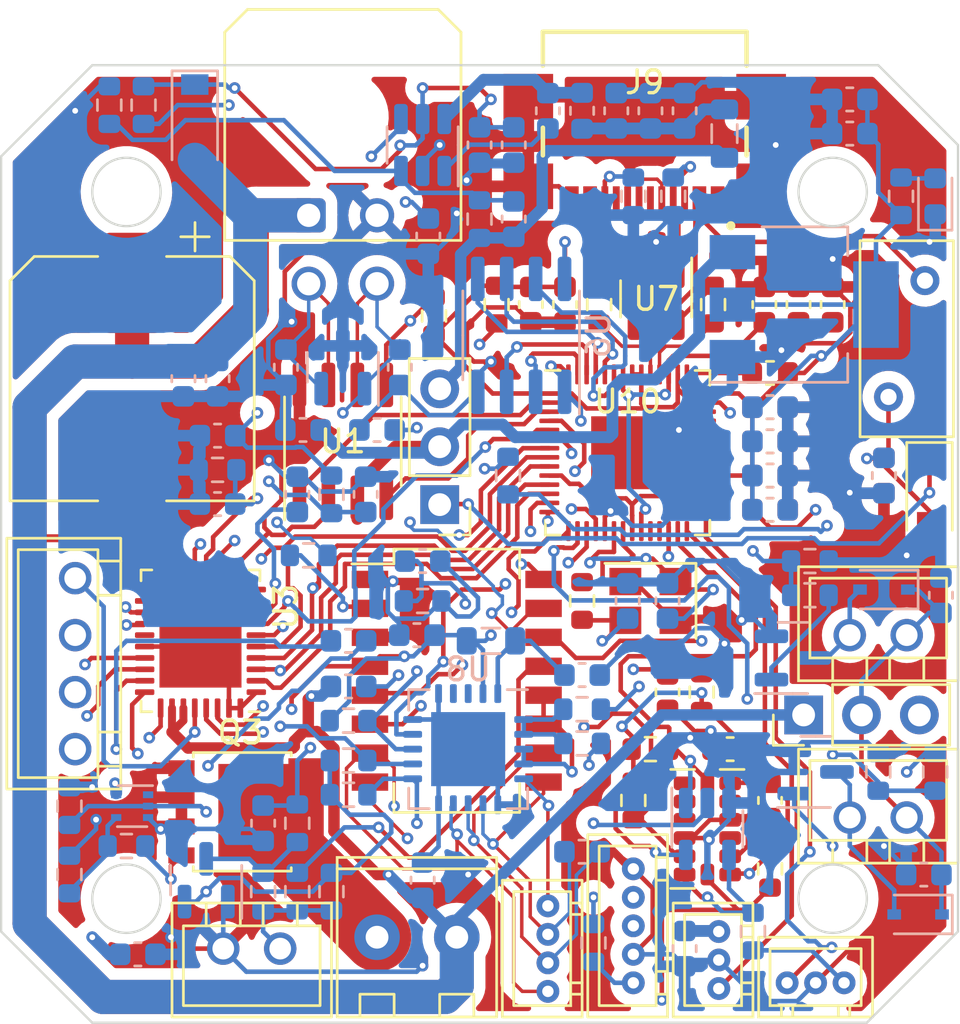
<source format=kicad_pcb>
(kicad_pcb (version 20211014) (generator pcbnew)
  (layers (0 "F.Cu" signal) (1 "In1.Cu" signal) (2 "In2.Cu" signal) (31 "B.Cu" signal) (34 "B.Paste" user) (35 "F.Paste" user) (36 "B.SilkS" user "B.Silkscreen") (37 "F.SilkS" user "F.Silkscreen") (38 "B.Mask" user) (39 "F.Mask" user) (44 "Edge.Cuts" user))
  (net 0 "")
  (net 1 "GND")
  (net 2 "5V")
  (net 3 "Net-(C2-Pad2)")
  (net 4 "CAN_P")
  (net 5 "CAN_N")
  (net 6 "DC_IN")
  (net 7 "Net-(C6-Pad2)")
  (net 8 "Net-(C7-Pad1)")
  (net 9 "Net-(C7-Pad2)")
  (net 10 "3V3")
  (net 11 "Net-(C10-Pad2)")
  (net 12 "Net-(C11-Pad2)")
  (net 13 "Net-(C15-Pad2)")
  (net 14 "Net-(C16-Pad1)")
  (net 15 "Net-(C17-Pad1)")
  (net 16 "Net-(C19-Pad2)")
  (net 17 "Net-(C20-Pad2)")
  (net 18 "Net-(C23-Pad2)")
  (net 19 "Net-(C25-Pad1)")
  (net 20 "Net-(C25-Pad2)")
  (net 21 "Net-(C26-Pad2)")
  (net 22 "Net-(C32-Pad1)")
  (net 23 "1V1")
  (net 24 "Net-(C46-Pad2)")
  (net 25 "Net-(C47-Pad2)")
  (net 26 "Net-(C48-Pad2)")
  (net 27 "RTDIN_P")
  (net 28 "RTDIN_N")
  (net 29 "RUN")
  (net 30 "TH_0")
  (net 31 "Net-(D1-Pad2)")
  (net 32 "Net-(D3-Pad2)")
  (net 33 "USB_5V")
  (net 34 "Net-(D7-Pad3)")
  (net 35 "VBUS")
  (net 36 "DC_5V")
  (net 37 "Net-(J6-Pad1)")
  (net 38 "MOTOR_A2")
  (net 39 "MOTOR_A1")
  (net 40 "Net-(J8-Pad3)")
  (net 41 "Net-(J8-Pad4)")
  (net 43 "Net-(J9-PadB5)")
  (net 44 "Net-(J9-PadA5)")
  (net 46 "DN")
  (net 47 "DP")
  (net 48 "FORCE_P")
  (net 49 "FORCE_N")
  (net 50 "RGB")
  (net 51 "SERVO")
  (net 52 "PROBE")
  (net 53 "RUNOUT")
  (net 54 "Net-(J17-Pad2)")
  (net 55 "SWCLK")
  (net 56 "SWDIO")
  (net 57 "AVDD")
  (net 58 "Net-(Q1-Pad1)")
  (net 59 "Net-(Q2-Pad1)")
  (net 60 "Net-(Q3-Pad4)")
  (net 61 "FAN_0")
  (net 62 "FAN_1")
  (net 63 "HOT_0")
  (net 64 "Net-(R10-Pad2)")
  (net 65 "QSPI_SS")
  (net 66 "USB_N")
  (net 67 "Net-(R18-Pad2)")
  (net 68 "SCK")
  (net 69 "Net-(R23-Pad1)")
  (net 70 "USB_P")
  (net 71 "CS_MAX")
  (net 72 "MOSI")
  (net 73 "430R")
  (net 74 "Net-(R26-Pad2)")
  (net 75 "4300R")
  (net 76 "Net-(R28-Pad2)")
  (net 77 "MOSI_2")
  (net 78 "MISO")
  (net 79 "CS_ADXL")
  (net 80 "ISENSOR")
  (net 81 "CAN_TX")
  (net 82 "CAN_RX")
  (net 84 "CS_E")
  (net 85 "STEP_E")
  (net 86 "DIR_E")
  (net 93 "DIAG1_E")
  (net 94 "EN_E")
  (net 96 "QSPI_SD1")
  (net 97 "QSPI_SD2")
  (net 98 "QSPI_SD0")
  (net 99 "QSPI_SCLK")
  (net 100 "QSPI_SD3")
  (net 117 "Net-(D6-Pad2)")
  (net 118 "CAN_OUT")
  (net 119 "BOOT_IN")
  (net 120 "THO_IN")
  (footprint "Package_DFN_QFN:QFN-56-1EP_7x7mm_P0.4mm_EP3.2x3.2mm" (layer "F.Cu") (at 101 51)
    (fp_text reference "U10")
    (fp_text value "RP2040" hide)
  )
  (footprint "Fuse:Fuse_BelFuse_0ZRE0005FF_L8.3mm_W3.8mm" (layer "F.Cu") (at 114.05 43.45 -90)
    (fp_text reference "F1" hide)
    (fp_text value "0.5A" hide)
  )
  (footprint "Capacitor_SMD:C_0603_1608Metric" (layer "F.Cu") (at 107.25 50.5 180)
    (fp_text reference "C39" hide)
    (fp_text value "0.1uF" hide)
  )
  (footprint "Package_LGA:LGA-14_3x5mm_P0.8mm_LayoutBorder1x6y" (layer "F.Cu") (at 104.5 67.5 180)
    (fp_text reference "U11" hide)
    (fp_text value "ADXL343" hide)
  )
  (footprint "Resistor_SMD:R_0603_1608Metric" (layer "F.Cu") (at 101.25 66.25 90)
    (fp_text reference "R34" hide)
    (fp_text value "4.7K" hide)
  )
  (footprint "Capacitor_SMD:C_0603_1608Metric" (layer "F.Cu") (at 107 44.5 -90)
    (fp_text reference "C35" hide)
    (fp_text value "1uF" hide)
  )
  (footprint "kicad-parts:A1250WV-5P" (layer "F.Cu") (at 101.25 71.75 90)
    (fp_text reference "J14" hide)
    (fp_text value "A2501WV-5P" hide)
  )
  (footprint "kicad-parts:KF350-2P" (layer "F.Cu") (at 91.75 72.25)
    (fp_text reference "J6" hide)
    (fp_text value "Screw_Terminal_01x02" hide)
  )
  (footprint "Button_Switch_SMD:SW_DIP_SPSTx08_Slide_Copal_CHS-08B_W7.62mm_P1.27mm" (layer "F.Cu") (at 93.5 61)
    (fp_text reference "SW1" hide)
    (fp_text value "SW_DIP_x08" hide)
  )
  (footprint "Resistor_SMD:R_0603_1608Metric" (layer "F.Cu") (at 99 57.5 90)
    (fp_text reference "R28" hide)
    (fp_text value "1K" hide)
  )
  (footprint "Diode_SMD:D_SOD-123F" (layer "F.Cu") (at 114.25 52.75 -90)
    (fp_text reference "D5" hide)
    (fp_text value "DSS14" hide)
  )
  (footprint "Capacitor_SMD:C_0603_1608Metric" (layer "F.Cu") (at 108.5 44.5 -90)
    (fp_text reference "C36" hide)
    (fp_text value "0.1uF" hide)
  )
  (footprint "Capacitor_SMD:CP_Elec_10x14.3" (layer "F.Cu") (at 79.25 47.75 -90)
    (fp_text reference "C12" hide)
    (fp_text value "100uF" hide)
  )
  (footprint "Resistor_SMD:R_0603_1608Metric" (layer "F.Cu") (at 107.25 69.25 90)
    (fp_text reference "R32" hide)
    (fp_text value "4.7K" hide)
  )
  (footprint "Resistor_SMD:R_0603_1608Metric" (layer "F.Cu") (at 95.25 44.5 -90)
    (fp_text reference "R16" hide)
    (fp_text value "NC" hide)
  )
  (footprint "Capacitor_SMD:C_0603_1608Metric" (layer "F.Cu") (at 107.25 52 180)
    (fp_text reference "C40" hide)
    (fp_text value "0.1uF" hide)
  )
  (footprint "kicad-parts:A1250WV-3P" (layer "F.Cu") (at 109.25 74.25)
    (fp_text reference "J16" hide)
    (fp_text value "A2501WV-3P" hide)
  )
  (footprint "kicad-parts:A1250WV-3P" (layer "F.Cu") (at 105 73.25 90)
    (fp_text reference "J13" hide)
    (fp_text value "A2501WV-3P" hide)
  )
  (footprint "Resistor_SMD:R_0603_1608Metric" (layer "F.Cu") (at 104.25 61.5 -90)
    (fp_text reference "R29" hide)
    (fp_text value "10K" hide)
  )
  (footprint "Capacitor_SMD:C_0603_1608Metric" (layer "F.Cu") (at 98.25 44.5 90)
    (fp_text reference "C29" hide)
    (fp_text value "0.1uF" hide)
  )
  (footprint "kicad-parts:GCT_USB4110-GF-A_REVB" (layer "F.Cu") (at 101.75 38.8125 180)
    (fp_text reference "J9")
    (fp_text value "USB4110-GF-A_REVB" hide)
  )
  (footprint "Package_SO:SOIC-8_3.9x4.9mm_P1.27mm" (layer "F.Cu") (at 88.5 50.5 90)
    (fp_text reference "U1")
    (fp_text value "SN65HVD1050D" hide)
  )
  (footprint "kicad-parts:A2501WV-2P" (layer "F.Cu") (at 112 67)
    (fp_text reference "J5" hide)
    (fp_text value "FAN_1" hide)
  )
  (footprint "Capacitor_SMD:C_0603_1608Metric" (layer "F.Cu") (at 107.25 49 180)
    (fp_text reference "C38" hide)
    (fp_text value "1uF" hide)
  )
  (footprint "Package_TO_SOT_SMD:SOT-23-6" (layer "F.Cu") (at 102.25 44.25 -90)
    (fp_text reference "U7")
    (fp_text value "USBLC6-2SC6" hide)
  )
  (footprint "kicad-parts:A2501WV-2P" (layer "F.Cu") (at 112 59)
    (fp_text reference "J2" hide)
    (fp_text value "FAN_0" hide)
  )
  (footprint "Crystal:Crystal_SMD_3225-4Pin_3.2x2.5mm" (layer "F.Cu") (at 102 57.5 180)
    (fp_text reference "Y1" hide)
    (fp_text value "12MHZ" hide)
  )
  (footprint "Capacitor_SMD:C_0603_1608Metric" (layer "F.Cu") (at 102.75 61.5 90)
    (fp_text reference "C51" hide)
    (fp_text value "0.1uF" hide)
  )
  (footprint "Capacitor_SMD:C_0603_1608Metric" (layer "F.Cu") (at 110 44.5 -90)
    (fp_text reference "C37" hide)
    (fp_text value "0.1uF" hide)
  )
  (footprint "Inductor_SMD:L_0603_1608Metric" (layer "F.Cu") (at 107.25 47.5 180)
    (fp_text reference "L4" hide)
    (fp_text value "120R 100MHz" hide)
  )
  (footprint "kicad-parts:A2501WV-2P" (layer "F.Cu") (at 84.5 72.75 180)
    (fp_text reference "J17" hide)
    (fp_text value "A2501WV-2P" hide)
  )
  (footprint "Capacitor_SMD:C_0603_1608Metric" (layer "F.Cu") (at 112.25 52 90)
    (fp_text reference "C20" hide)
    (fp_text value "10uF" hide)
  )
  (footprint "Capacitor_SMD:C_0603_1608Metric" (layer "F.Cu") (at 107.25 66.25 -90)
    (fp_text reference "C53" hide)
    (fp_text value "0.1uF" hide)
  )
  (footprint "Capacitor_SMD:C_0603_1608Metric" (layer "F.Cu") (at 107.25 53.5 180)
    (fp_text reference "C41" hide)
    (fp_text value "0.1uF" hide)
  )
  (footprint "Connector_PinHeader_2.54mm:PinHeader_1x03_P2.54mm_Vertical" (layer "F.Cu") (at 108.725 62.5 90)
    (fp_text reference "J4" hide)
    (fp_text value "Conn_01x03_Male" hide)
  )
  (footprint "Resistor_SMD:R_0603_1608Metric" (layer "F.Cu") (at 92.5 45 90)
    (fp_text reference "R3" hide)
    (fp_text value "NC" hide)
  )
  (footprint "kicad-parts:A2501WV-4P" (layer "F.Cu") (at 76.75 60.25 90)
    (fp_text reference "J8" hide)
    (fp_text value "A2501WV-4P" hide)
  )
  (footprint "Package_TO_SOT_SMD:LFPAK56" (layer "F.Cu") (at 84.25 66.75)
    (fp_text reference "Q3")
    (fp_text value "PSMN5R2-60YL" hide)
  )
  (footprint "kicad-parts:A1250WV-4P" (layer "F.Cu") (at 97.5 72.75 90)
    (fp_text reference "J12" hide)
    (fp_text value "A2501WV-4P" hide)
  )
  (footprint "Package_DFN_QFN:QFN-36-1EP_5x6mm_P0.5mm_EP3.6x4.1mm" (layer "F.Cu") (at 82.25 59.25 180)
    (fp_text reference "U3")
    (fp_text value "TMC2130-LA" hide)
  )
  (footprint "Connector_PinHeader_2.54mm:PinHeader_1x03_P2.54mm_Vertical" (layer "F.Cu") (at 92.75 53.275 180)
    (fp_text reference "J11" hide)
    (fp_text value "Conn_01x03_Male" hide)
  )
  (footprint "Resistor_SMD:R_0603_1608Metric" (layer "F.Cu") (at 99.75 44.5 -90)
    (fp_text reference "R23" hide)
    (fp_text value "22R" hide)
  )
  (footprint "Capacitor_SMD:C_0603_1608Metric" (layer "F.Cu") (at 105.5 64)
    (fp_text reference "C54" hide)
    (fp_text value "0.1uF" hide)
  )
  (footprint "Resistor_SMD:R_0603_1608Metric" (layer "F.Cu") (at 102 64 180)
    (fp_text reference "R35" hide)
    (fp_text value "10K" hide)
  )
  (footprint "Capacitor_SMD:C_0603_1608Metric" (layer "F.Cu") (at 96.75 44.5 -90)
    (fp_text reference "C27" hide)
    (fp_text value "2.2uF" hide)
  )
  (footprint "Resistor_SMD:R_0603_1608Metric" (layer "F.Cu") (at 104.75 44.5 90)
    (fp_text reference "R18" hide)
    (fp_text value "22R" hide)
  )
  (footprint "Connector_Molex:Molex_Micro-Fit_3.0_43045-0400_2x02_P3.00mm_Horizontal" (layer "F.Cu") (at 87 40.585)
    (fp_text reference "J7" hide)
    (fp_text value "Conn_02x02_Odd_Even" hide)
  )
  (footprint "Capacitor_SMD:C_0603_1608Metric" (layer "B.Cu") (at 81.5 47.75 90)
    (fp_text reference "C13" hide)
    (fp_text value "0.1uF" hide)
  )
  (footprint "Resistor_SMD:R_0603_1608Metric" (layer "B.Cu") (at 95.75 52 90)
    (fp_text reference "R15" hide)
    (fp_text value "1K" hide)
  )
  (footprint "Capacitor_SMD:C_0603_1608Metric" (layer "B.Cu") (at 86.5 52.825 -90)
    (fp_text reference "C8" hide)
    (fp_text value "0.1uF" hide)
  )
  (footprint "Capacitor_SMD:C_0603_1608Metric" (layer "B.Cu") (at 88.75 59.25)
    (fp_text reference "C7" hide)
    (fp_text value "22nF" hide)
  )
  (footprint "Resistor_SMD:R_0603_1608Metric" (layer "B.Cu") (at 88 70.25 90)
    (fp_text reference "R37" hide)
    (fp_text value "4.7K" hide)
  )
  (footprint "Resistor_SMD:R_0603_1608Metric" (layer "B.Cu") (at 79 68.25 180)
    (fp_text reference "R10" hide)
    (fp_text value "20R" hide)
  )
  (footprint "Capacitor_SMD:C_0603_1608Metric" (layer "B.Cu") (at 88.75 61.25)
    (fp_text reference "C6" hide)
    (fp_text value "0.1uF" hide)
  )
  (footprint "Capacitor_SMD:C_0603_1608Metric" (layer "B.Cu") (at 110.75 37)
    (fp_text reference "C31" hide)
    (fp_text value "22uF" hide)
  )
  (footprint "Capacitor_SMD:C_0603_1608Metric" (layer "B.Cu") (at 107.25 50.5 180)
    (fp_text reference "C44" hide)
    (fp_text value "0.1uF" hide)
  )
  (footprint "Capacitor_SMD:C_0603_1608Metric" (layer "B.Cu") (at 110.75 35.5)
    (fp_text reference "C33" hide)
    (fp_text value "0.1uF" hide)
  )
  (footprint "Capacitor_SMD:C_0603_1608Metric" (layer "B.Cu") (at 99 60.75 180)
    (fp_text reference "C46" hide)
    (fp_text value "0.1uF" hide)
  )
  (footprint "Resistor_SMD:R_0603_1608Metric" (layer "B.Cu") (at 79.75 35.75 90)
    (fp_text reference "R14" hide)
    (fp_text value "100K" hide)
  )
  (footprint "Resistor_SMD:R_0603_1608Metric" (layer "B.Cu") (at 88 52.825 -90)
    (fp_text reference "R8" hide)
    (fp_text value "2R2" hide)
  )
  (footprint "Capacitor_SMD:C_0603_1608Metric" (layer "B.Cu") (at 97.5 36 -90)
    (fp_text reference "C25" hide)
    (fp_text value "0.1uF" hide)
  )
  (footprint "Capacitor_SMD:C_0603_1608Metric" (layer "B.Cu") (at 85 67.25 -90)
    (fp_text reference "C52" hide)
    (fp_text value "0.1uF" hide)
  )
  (footprint "Resistor_SMD:R_0603_1608Metric" (layer "B.Cu") (at 109 57.25 180)
    (fp_text reference "R2" hide)
    (fp_text value "20R" hide)
  )
  (footprint "Capacitor_SMD:C_0603_1608Metric" (layer "B.Cu") (at 99 68.5)
    (fp_text reference "C49" hide)
    (fp_text value "0.1uF" hide)
  )
  (footprint "Capacitor_SMD:C_0603_1608Metric" (layer "B.Cu") (at 90 50)
    (fp_text reference "C2" hide)
    (fp_text value "NC" hide)
  )
  (footprint "Resistor_SMD:R_0603_1608Metric" (layer "B.Cu") (at 103 39.75 90)
    (fp_text reference "R13" hide)
    (fp_text value "5.1K" hide)
  )
  (footprint "Resistor_SMD:R_0603_1608Metric" (layer "B.Cu") (at 99 62.25 180)
    (fp_text reference "R26" hide)
    (fp_text value "430R" hide)
  )
  (footprint "Diode_SMD:D_SOD-323" (layer "B.Cu") (at 112.25 57 180)
    (fp_text reference "D1" hide)
    (fp_text value "D_Schottky" hide)
  )
  (footprint "Resistor_SMD:R_0603_1608Metric" (layer "B.Cu") (at 106.5 72 -90)
    (fp_text reference "R31" hide)
    (fp_text value "4.7K" hide)
  )
  (footprint "Resistor_SMD:R_0603_1608Metric" (layer "B.Cu") (at 112 65 90)
    (fp_text reference "R5" hide)
    (fp_text value "20K" hide)
  )
  (footprint "Capacitor_SMD:C_0603_1608Metric" (layer "B.Cu") (at 91 47.25 90)
    (fp_text reference "C4" hide)
    (fp_text value "22pF" hide)
  )
  (footprint "Resistor_SMD:R_0603_1608Metric" (layer "B.Cu") (at 88.75 64.5 180)
    (fp_text reference "R21" hide)
    (fp_text value "10K" hide)
  )
  (footprint "Capacitor_SMD:C_0603_1608Metric" (layer "B.Cu") (at 107.25 49 180)
    (fp_text reference "C45" hide)
    (fp_text value "0.1uF" hide)
  )
  (footprint "Diode_SMD:D_SOD-323" (layer "B.Cu") (at 113.75 71.25 180)
    (fp_text reference "D3" hide)
    (fp_text value "D_Schottky" hide)
  )
  (footprint "Package_TO_SOT_SMD:SOT-23" (layer "B.Cu") (at 108.25 60)
    (fp_text reference "Q1" hide)
    (fp_text value "ES34000" hide)
  )
  (footprint "Resistor_SMD:R_0603_1608Metric" (layer "B.Cu") (at 86.5 67.25 -90)
    (fp_text reference "R33" hide)
    (fp_text value "2.37K" hide)
  )
  (footprint "Capacitor_SMD:C_0603_1608Metric" (layer "B.Cu") (at 96 37.5 90)
    (fp_text reference "C21" hide)
    (fp_text value "0.1uF" hide)
  )
  (footprint "Package_TO_SOT_SMD:SOT-23" (layer "B.Cu") (at 109.25 65)
    (fp_text reference "Q2" hide)
    (fp_text value "ES34000" hide)
  )
  (footprint "Capacitor_SMD:C_0603_1608Metric" (layer "B.Cu") (at 114 69.5)
    (fp_text reference "C15" hide)
    (fp_text value "4.7uF" hide)
  )
  (footprint "Inductor_SMD:L_0603_1608Metric" (layer "B.Cu") (at 99 36 -90)
    (fp_text reference "L1" hide)
    (fp_text value "10uH" hide)
  )
  (footprint "Resistor_SMD:R_0603_1608Metric" (layer "B.Cu") (at 85 70.25 -90)
    (fp_text reference "R36" hide)
    (fp_text value "2.37K" hide)
  )
  (footprint "Capacitor_SMD:C_0603_1608Metric" (layer "B.Cu") (at 79.5 73 180)
    (fp_text reference "C9" hide)
    (fp_text value "0.1uF" hide)
  )
  (footprint "Resistor_SMD:R_0603_1608Metric" (layer "B.Cu") (at 99 63.75 180)
    (fp_text reference "R27" hide)
    (fp_text value "4.3K" hide)
  )
  (footprint "Resistor_SMD:R_0603_1608Metric" (layer "B.Cu") (at 99.5 72.5 90)
    (fp_text reference "R30" hide)
    (fp_text value "4.7K" hide)
  )
  (footprint "Resistor_SMD:R_0603_1608Metric" (layer "B.Cu") (at 83 51.75)
    (fp_text reference "R12" hide)
    (fp_text value "0R" hide)
  )
  (footprint "LED_SMD:LED_0603_1608Metric" (layer "B.Cu") (at 114.5 39.75 90)
    (fp_text reference "D6" hide)
    (fp_text value "LED" hide)
  )
  (footprint "Package_TO_SOT_SMD:SOT-23" (layer "B.Cu") (at 88.5 47.25 90)
    (fp_text reference "D2" hide)
    (fp_text value "SM24CANB" hide)
  )
  (footprint "Capacitor_SMD:C_0603_1608Metric" (layer "B.Cu") (at 107.25 52 180)
    (fp_text reference "C43" hide)
    (fp_text value "0.1uF" hide)
  )
  (footprint "Resistor_SMD:R_0603_1608Metric" (layer "B.Cu") (at 76.5 66.5 -90)
    (fp_text reference "R7" hide)
    (fp_text value "10K" hide)
  )
  (footprint "Capacitor_SMD:C_0603_1608Metric" (layer "B.Cu") (at 100.5 36 -90)
    (fp_text reference "C26" hide)
    (fp_text value "22uF" hide)
  )
  (footprint "Resistor_SMD:R_0603_1608Metric" (layer "B.Cu") (at 113 39.75 90)
    (fp_text reference "R22" hide)
    (fp_text value "1K" hide)
  )
  (footprint "Resistor_SMD:R_0603_1608Metric" (layer "B.Cu") (at 86.5 70.25 90)
    (fp_text reference "R38" hide)
    (fp_text value "4.12K" hide)
  )
  (footprint "Package_TO_SOT_SMD:SOT-23-6" (layer "B.Cu") (at 92 37.5 90)
    (fp_text reference "U4" hide)
    (fp_text value "LN5016" hide)
  )
  (footprint "Package_TO_SOT_SMD:SOT-223-3_TabPin2" (layer "B.Cu") (at 108.75 44.5)
    (fp_text reference "U5" hide)
    (fp_text value "AMS1117-3.3" hide)
  )
  (footprint "Package_TO_SOT_SMD:SOT-23-5" (layer "B.Cu") (at 104.5 67.5 -90)
    (fp_text reference "U9" hide)
    (fp_text value "SN74LVC1G32DVBR" hide)
  )
  (footprint "Package_TO_SOT_SMD:SOT-553" (layer "B.Cu") (at 79.25 66.5 180)
    (fp_text reference "U2" hide)
    (fp_text value "SN74LVC1G14DRL" hide)
  )
  (footprint "Resistor_SMD:R_0603_1608Metric" (layer "B.Cu") (at 101.25 39.75 -90)
    (fp_text reference "R17" hide)
    (fp_text value "5.1K" hide)
  )
  (footprint "Resistor_SMD:R_0603_1608Metric" (layer "B.Cu") (at 114.5 65 -90)
    (fp_text reference "R6" hide)
    (fp_text value "20R" hide)
  )
  (footprint "Package_TO_SOT_SMD:SOT-23" (layer "B.Cu") (at 82.5 69.75 90)
    (fp_text reference "D7" hide)
    (fp_text value "BAT54S" hide)
  )
  (footprint "Capacitor_SMD:C_0603_1608Metric" (layer "B.Cu") (at 86 47.25 -90)
    (fp_text reference "C3" hide)
    (fp_text value "22pF" hide)
  )
  (footprint "Capacitor_SMD:C_0603_1608Metric" (layer "B.Cu") (at 96 40.75 -90)
    (fp_text reference "C32" hide)
    (fp_text value "18uF" hide)
  )
  (footprint "Capacitor_SMD:C_0603_1608Metric" (layer "B.Cu") (at 112.25 52 90)
    (fp_text reference "C22" hide)
    (fp_text value "0.1uF" hide)
  )
  (footprint "Capacitor_SMD:C_0603_1608Metric" (layer "B.Cu") (at 114.75 57.25 -90)
    (fp_text reference "C5" hide)
    (fp_text value "4.7uF" hide)
  )
  (footprint "Capacitor_SMD:C_0603_1608Metric" (layer "B.Cu") (at 107.25 53.5 180)
    (fp_text reference "C42" hide)
    (fp_text value "0.1uF" hide)
  )
  (footprint "Capacitor_SMD:C_0603_1608Metric" (layer "B.Cu") (at 103.5 72.75 -90)
    (fp_text reference "C50" hide)
    (fp_text value "1uF" hide)
  )
  (footprint "Resistor_SMD:R_0603_1608Metric" (layer "B.Cu") (at 76.5 69.5 -90)
    (fp_text reference "R9" hide)
    (fp_text value "20K" hide)
  )
  (footprint "Capacitor_SMD:C_0603_1608Metric" (layer "B.Cu") (at 103.5 36 -90)
    (fp_text reference "C30" hide)
    (fp_text value "0.1uF" hide)
  )
  (footprint "Capacitor_SMD:C_0603_1608Metric" (layer "B.Cu") (at 92.25 41.5 90)
    (fp_text reference "C23" hide)
    (fp_text value "0.1uF" hide)
  )
  (footprint "Resistor_SMD:R_0603_1608Metric" (layer "B.Cu") (at 94.5 40.75 -90)
    (fp_text reference "R19" hide)
    (fp_text value "52.3K" hide)
  )
  (footprint "Capacitor_SMD:C_0603_1608Metric" (layer "B.Cu") (at 101 57.5 -90)
    (fp_text reference "C48" hide)
    (fp_text value "10pF" hide)
  )
  (footprint "Capacitor_SMD:C_0603_1608Metric" (layer "B.Cu") (at 91.75 59 180)
    (fp_text reference "C34" hide)
    (fp_text value "0.1uF" hide)
  )
  (footprint "Capacitor_SMD:C_0603_1608Metric" (layer "B.Cu") (at 92 55.75)
    (fp_text reference "C16" hide)
    (fp_text value "0.1uF" hide)
  )
  (footprint "Package_SO:SOIC-8_3.9x4.9mm_P1.27mm" (layer "B.Cu") (at 96.325 45.85 90)
    (fp_text reference "U6")
    (fp_text value "W25Q16")
  )
  (footprint "Capacitor_SMD:C_0603_1608Metric" (layer "B.Cu") (at 86.75 50)
    (fp_text reference "C1" hide)
    (fp_text value "0.1uF" hide)
  )
  (footprint "Resistor_SMD:R_0603_1608Metric" (layer "B.Cu") (at 78.25 35.75 -90)
    (fp_text reference "R20" hide)
    (fp_text value "10K" hide)
  )
  (footprint "Resistor_SMD:R_0603_1608Metric" (layer "B.Cu") (at 88.75 62.75 180)
    (fp_text reference "R24" hide)
    (fp_text value "10K" hide)
  )
  (footprint "Capacitor_SMD:C_0603_1608Metric" (layer "B.Cu") (at 102.75 57.5 -90)
    (fp_text reference "C47" hide)
    (fp_text value "10pF" hide)
  )
  (footprint "Resistor_SMD:R_0603_1608Metric" (layer "B.Cu") (at 92 57.5 180)
    (fp_text reference "R11" hide)
    (fp_text value "0R" hide)
  )
  (footprint "Capacitor_SMD:C_0603_1608Metric" (layer "B.Cu") (at 83 50.25)
    (fp_text reference "C10" hide)
    (fp_text value "470nF" hide)
  )
  (footprint "Capacitor_SMD:C_0603_1608Metric" (layer "B.Cu") (at 102 36 -90)
    (fp_text reference "C28" hide)
    (fp_text value "22uF" hide)
  )
  (footprint "Capacitor_SMD:C_0603_1608Metric" (layer "B.Cu") (at 94.5 37.5 90)
    (fp_text reference "C19" hide)
    (fp_text value "22uF" hide)
  )
  (footprint "Resistor_SMD:R_0603_1608Metric" (layer "B.Cu") (at 109 55.75)
    (fp_text reference "R1" hide)
    (fp_text value "20K" hide)
  )
  (footprint "Resistor_SMD:R_0603_1608Metric" (layer "B.Cu") (at 88.75 66 180)
    (fp_text reference "R25" hide)
    (fp_text value "10K" hide)
  )
  (footprint "Capacitor_SMD:C_0603_1608Metric" (layer "B.Cu") (at 89.5 52.825 -90)
    (fp_text reference "C11" hide)
    (fp_text value "4.7uF" hide)
  )
  (footprint "Inductor_SMD:L_0805_2012Metric" (layer "B.Cu") (at 105.25 37 -90)
    (fp_text reference "L2" hide)
    (fp_text value "120R 2A" hide)
  )
  (footprint "Resistor_SMD:R_0603_1608Metric" (layer "B.Cu") (at 87 55.5)
    (fp_text reference "R4" hide)
    (fp_text value "120R" hide)
  )
  (footprint "Package_DFN_QFN:TQFN-20-1EP_5x5mm_P0.65mm_EP3.25x3.25mm" (layer "B.Cu") (at 94 64 180)
    (fp_text reference "U8")
    (fp_text value "MAX31865xTP" hide)
  )
  (footprint "Diode_SMD:D_SOD-123" (layer "B.Cu") (at 82 36.5 -90)
    (fp_text reference "D4" hide)
    (fp_text value "DSK24" hide)
  )
  (footprint "Capacitor_SMD:C_0603_1608Metric" (layer "B.Cu") (at 83 47.75 90)
    (fp_text reference "C14" hide)
    (fp_text value "0.1uF" hide)
  )
  (footprint "Inductor_SMD:L_0805_2012Metric" (layer "B.Cu") (at 95 59.25)
    (fp_text reference "L3" hide)
    (fp_text value "120R" hide)
  )
  (footprint "Capacitor_SMD:C_0603_1608Metric" (layer "B.Cu") (at 92 69.75 -90)
    (fp_text reference "C18" hide)
    (fp_text value "22uF" hide)
  )
  (footprint "Capacitor_SMD:C_0603_1608Metric" (layer "B.Cu") (at 83 53.25 180)
    (fp_text reference "C17" hide)
    (fp_text value "0.1uF" hide)
  )
  (gr_line (start 77.5 76) (end 111.5 76) (layer "Edge.Cuts") (width 0.1))
  (gr_line (start 112 34) (end 77.5 34) (layer "Edge.Cuts") (width 0.1))
  (gr_line (start 115.5 72) (end 115.5 37.5) (layer "Edge.Cuts") (width 0.1))
  (gr_circle (center 110 70.56) (end 111.5 70.56) (layer "Edge.Cuts") (width 0.1) (fill none))
  (gr_circle (center 79 39.56) (end 80.5 39.56) (layer "Edge.Cuts") (width 0.1) (fill none))
  (gr_circle (center 79 70.56) (end 80.5 70.56) (layer "Edge.Cuts") (width 0.1) (fill none))
  (gr_circle (center 110 39.56) (end 111.5 39.56) (layer "Edge.Cuts") (width 0.1) (fill none))
  (gr_line (start 73.5 38) (end 73.5 72) (layer "Edge.Cuts") (width 0.1))
  (gr_line (start 112 34) (end 115.5 37.5) (layer "Edge.Cuts") (width 0.1))
  (gr_line (start 77.5 34) (end 73.5 38) (layer "Edge.Cuts") (width 0.1))
  (gr_line (start 77.5 76) (end 73.5 72) (layer "Edge.Cuts") (width 0.1))
  (gr_line (start 115.5 72) (end 111.5 76) (layer "Edge.Cuts") (width 0.1))
  (segment (start 108.054 46.196) (end 107.75 46.5) (width 0.2) (layer "F.Cu") (net 1))
  (segment (start 103 62.275) (end 103.9875 63.2625) (width 0.2) (layer "F.Cu") (net 1))
  (segment (start 104.500708 67.9) (end 104.5715 67.970792) (width 0.2) (layer "F.Cu") (net 1))
  (segment (start 86.270582 54.25) (end 87.25 54.25) (width 0.2) (layer "F.Cu") (net 1))
  (segment (start 90 40.585) (end 88.465 42.12) (width 0.2) (layer "F.Cu") (net 1))
  (segment (start 102.1 70.1) (end 101.25 69.25) (width 0.2) (layer "F.Cu") (net 1))
  (segment (start 112.25 71.25) (end 109.25 74.25) (width 0.2) (layer "F.Cu") (net 1))
  (segment (start 104.648586 63.2035) (end 104.0465 63.2035) (width 0.2) (layer "F.Cu") (net 1))
  (segment (start 101.3 56.65) (end 100.9 56.65) (width 0.2) (layer "F.Cu") (net 1))
  (segment (start 87.865 53.635) (end 87.865 52.975) (width 0.2) (layer "F.Cu") (net 1))
  (segment (start 94.25 47) (end 95 47) (width 0.2) (layer "F.Cu") (net 1))
  (segment (start 102.1 72.15) (end 102.1 70.1) (width 0.2) (layer "F.Cu") (net 1))
  (segment (start 80.61 67.39) (end 80.5 67.5) (width 0.2) (layer "F.Cu") (net 1))
  (segment (start 85.95 43.05) (end 87 42) (width 0.2) (layer "F.Cu") (net 1))
  (segment (start 93.946 45.446893) (end 93.946 46.696) (width 0.2) (layer "F.Cu") (net 1))
  (segment (start 106.1 67.1) (end 105.5 67.1) (width 0.2) (layer "F.Cu") (net 1))
  (segment (start 110.775 45.717462) (end 110.296462 46.196) (width 0.2) (layer "F.Cu") (net 1))
  (segment (start 104.0465 63.2035) (end 103.75 63.5) (width 0.2) (layer "F.Cu") (net 1))
  (segment (start 94.767893 44.625) (end 93.946 45.446893) (width 0.2) (layer "F.Cu") (net 1))
  (segment (start 105.983616 58.35) (end 103.1 58.35) (width 0.2) (layer "F.Cu") (net 1))
  (segment (start 85.25 51.3285) (end 85.804 51.8825) (width 0.2) (layer "F.Cu") (net 1))
  (segment (start 107.75 37.25) (end 107.5 37.5) (width 0.2) (layer "F.Cu") (net 1))
  (segment (start 97.975 39.3125) (end 98.55 39.8875) (width 0.2) (layer "F.Cu") (net 1))
  (segment (start 106.86 39.3125) (end 106.86 38.14) (width 0.2) (layer "F.Cu") (net 1))
  (segment (start 85.804 51.8825) (end 85.804 53.07126) (width 0.2) (layer "F.Cu") (net 1))
  (segment (start 79.8 59.5) (end 82 59.5) (width 0.2) (layer "F.Cu") (net 1))
  (segment (start 85.95 44.95) (end 85.95 43.05) (width 0.2) (layer "F.Cu") (net 1))
  (segment (start 85.804 53.07126) (end 85.055592 53.819668) (width 0.2) (layer "F.Cu") (net 1))
  (segment (start 105.5 68.7) (end 105.811396 68.7) (width 0.2) (layer "F.Cu") (net 1))
  (segment (start 96.1 44.625) (end 94.767893 44.625) (width 0.2) (layer "F.Cu") (net 1))
  (segment (start 77.495479 66.920417) (end 77.667052 67.09199) (width 0.2) (layer "F.Cu") (net 1))
  (segment (start 110 43.725) (end 110.75 44.475) (width 0.2) (layer "F.Cu") (net 1))
  (segment (start 93.7965 39.0465) (end 93.930064 39.0465) (width 0.2) (layer "F.Cu") (net 1))
  (segment (start 110.296462 46.196) (end 108.054 46.196) (width 0.2) (layer "F.Cu") (net 1))
  (segment (start 87 42) (end 88.585 42) (width 0.2) (layer "F.Cu") (net 1))
  (segment (start 106.275 67.275) (end 106.1 67.1) (width 0.2) (layer "F.Cu") (net 1))
  (segment (start 102.75 62.275) (end 103 62.275) (width 0.2) (layer "F.Cu") (net 1))
  (segment (start 88.585 42) (end 90 40.585) (width 0.2) (layer "F.Cu") (net 1))
  (segment (start 77.495479 65.66449) (end 77.495479 66.920417) (width 0.2) (layer "F.Cu") (net 1))
  (segment (start 105.5 67.1) (end 105.5 66.3) (width 0.2) (layer "F.Cu") (net 1))
  (segment (start 81.45413 72.75) (end 83.25 72.75) (width 0.2) (layer "F.Cu") (net 1))
  (segment (start 85.917439 54.603143) (end 86.270582 54.25) (width 0.2) (layer "F.Cu") (net 1))
  (segment (start 104.230698 67.480698) (end 103.811396 67.9) (width 0.2) (layer "F.Cu") (net 1))
  (segment (start 90.615838 56.555) (end 90.695245 56.634407) (width 0.2) (layer "F.Cu") (net 1))
  (segment (start 86.25 45.25) (end 85.95 44.95) (width 0.2) (layer "F.Cu") (net 1))
  (segment (start 81.415 64.84) (end 81.415 66.11) (width 0.2) (layer "F.Cu") (net 1))
  (segment (start 110.775 45) (end 110.775 45.717462) (width 0.2) (layer "F.Cu") (net 1))
  (segment (start 104.95 39.8875) (end 106.285 39.8875) (width 0.2) (layer "F.Cu") (net 1))
  (segment (start 105.811396 68.7) (end 106.275 68.236396) (width 0.2) (layer "F.Cu") (net 1))
  (segment (start 102.25 43.1125) (end 102.25 41.75) (width 0.2) (layer "F.Cu") (net 1))
  (segment (start 101 51) (end 102.25 51) (width 0.2) (layer "F.Cu") (net 1))
  (segment (start 103.9875 63.2625) (end 104.725 64) (width 0.2) (layer "F.Cu") (net 1))
  (segment (start 103.1 58.35) (end 103 58.35) (width 0.2) (layer "F.Cu") (net 1))
  (segment (start 96.75 45.275) (end 96.1 44.625) (width 0.2) (layer "F.Cu") (net 1))
  (segment (start 82 59.5) (end 82.25 59.25) (width 0.2) (layer "F.Cu") (net 1))
  (segment (start 106 58.333616) (end 105.983616 58.35) (width 0.2) (layer "F.Cu") (net 1))
  (segment (start 103.811396 67.9) (end 103.5 67.9) (width 0.2) (layer "F.Cu") (net 1))
  (segment (start 106.285 39.8875) (end 106.86 39.3125) (width 0.2) (layer "F.Cu") (net 1))
  (segment (start 80.95413 72.25) (end 81.45413 72.75) (width 0.2) (layer "F.Cu") (net 1))
  (segment (start 110.75 44.5) (end 110.775 44.525) (width 0.2) (layer "F.Cu") (net 1))
  (segment (start 96.64 39.3125) (end 97.975 39.3125) (width 0.2) (layer "F.Cu") (net 1))
  (segment (start 87.25 54.25) (end 87.865 53.635) (width 0.2) (layer "F.Cu") (net 1))
  (segment (start 101.25 73) (end 102.1 72.15) (width 0.2) (layer "F.Cu") (net 1))
  (segment (start 100 53.8035) (end 100.25 53.5535) (width 0.2) (layer "F.Cu") (net 1))
  (segment (start 92.75 37.5) (end 93.75 38.5) (width 0.2) (layer "F.Cu") (net 1))
  (segment (start 114.25 41.75) (end 114.25 38.5) (width 0.2) (layer "F.Cu") (net 1))
  (segment (start 81.415 67.39) (end 80.61 67.39) (width 0.2) (layer "F.Cu") (net 1))
  (segment (start 93.75 38.5) (end 93.75 39) (width 0.2) (layer "F.Cu") (net 1))
  (segment (start 113 37.25) (end 107.75 37.25) (width 0.2) (layer "F.Cu") (net 1))
  (segment (start 93.946 46.696) (end 94.25 47) (width 0.2) (layer "F.Cu") (net 1))
  (segment (start 85.055592 54.278618) (end 85.263487 54.486513) (width 0.2) (layer "F.Cu") (net 1))
  (segment (start 105.25 59.3715) (end 105.25 59.083616) (width 0.2) (layer "F.Cu") (net 1))
  (segment (start 83.5 60.5) (end 82.25 59.25) (width 0.2) (layer "F.Cu") (net 1))
  (segment (start 83.5 56.3) (end 83.5 58) (width 0.2) (layer "F.Cu") (net 1))
  (segment (start 106.86 38.14) (end 107.5 37.5) (width 0.2) (layer "F.Cu") (net 1))
  (segment (start 85.263487 54.486513) (end 85.380117 54.603143) (width 0.2) (layer "F.Cu") (net 1))
  (segment (start 104.611396 67.1) (end 104.230698 67.480698) (width 0.2) (layer "F.Cu") (net 1))
  (segment (start 102.25 51) (end 103.25 50) (width 0.2) (layer "F.Cu") (net 1))
  (segment (start 93.5 40.5) (end 93.5 39.476564) (width 0.2) (layer "F.Cu") (net 1))
  (segment (start 103.75 63.5) (end 103.9875 63.2625) (width 0.2) (layer "F.Cu") (net 1))
  (segment (start 93.5 39.476564) (end 93.930064 39.0465) (width 0.2) (layer "F.Cu") (net 1))
  (segment (start 83.5 62.2) (end 84 62.2) (width 0.2) (layer "F.Cu") (net 1))
  (segment (start 114.25 38.5) (end 113 37.25) (width 0.2) (layer "F.Cu") (net 1))
  (segment (start 89.69 56.555) (end 90.615838 56.555) (width 0.2) (layer "F.Cu") (net 1))
  (segment (start 106.275 68.236396) (end 106.275 67.275) (width 0.2) (layer "F.Cu") (net 1))
  (segment (start 84 55.75) (end 85.263487 54.486513) (width 0.2) (layer "F.Cu") (net 1))
  (segment (start 103.5 67.9) (end 104.500708 67.9) (width 0.2) (layer "F.Cu") (net 1))
  (segment (start 100 54.4375) (end 100 53.8035) (width 0.2) (layer "F.Cu") (net 1))
  (segment (start 93.75 39) (end 93.7965 39.0465) (width 0.2) (layer "F.Cu") (net 1))
  (segment (start 103 58.35) (end 101.3 56.65) (width 0.2) (layer "F.Cu") (net 1))
  (segment (start 83.5 62.2) (end 83.5 60.5) (width 0.2) (layer "F.Cu") (net 1))
  (segment (start 83.5 58) (end 82.25 59.25) (width 0.2) (layer "F.Cu") (net 1))
  (segment (start 110.75 44.475) (end 110.75 44.5) (width 0.2) (layer "F.Cu") (net 1))
  (segment (start 85.380117 54.603143) (end 85.917439 54.603143) (width 0.2) (layer "F.Cu") (net 1))
  (segment (start 84 56.3) (end 84 55.75) (width 0.2) (layer "F.Cu") (net 1))
  (segment (start 105.5 67.1) (end 104.611396 67.1) (width 0.2) (layer "F.Cu") (net 1))
  (segment (start 110.775 44.525) (end 110.775 45) (width 0.2) (layer "F.Cu") (net 1))
  (segment (start 84 62.2) (end 84.7 61.5) (width 0.2) (layer "F.Cu") (net 1))
  (segment (start 105.25 59.083616) (end 106 58.333616) (width 0.2) (layer "F.Cu") (net 1))
  (segment (start 84 56.3) (end 83.5 56.3) (width 0.2) (layer "F.Cu") (net 1))
  (segment (start 81.415 66.11) (end 81.415 67.39) (width 0.2) (layer "F.Cu") (net 1))
  (segment (start 112.25 68.25) (end 112.25 71.25) (width 0.2) (layer "F.Cu") (net 1))
  (segment (start 85.055592 53.819668) (end 85.055592 54.278618) (width 0.2) (layer "F.Cu") (net 1))
  (segment (start 88.465 42.12) (end 88.465 48.696) (width 0.2) (layer "F.Cu") (net 1))
  (via (at 112.25 68.25) (size 0.508) (drill 0.254) (layers "F.Cu" "B.Cu") (net 1))
  (via (at 93.5 40.5) (size 0.508) (drill 0.254) (layers "F.Cu" "B.Cu") (net 1))
  (via (at 76.75 36) (size 0.508) (drill 0.254) (layers "F.Cu" "B.Cu") (net 1))
  (via (at 77.667052 67.09199) (size 0.508) (drill 0.254) (layers "F.Cu" "B.Cu") (net 1))
  (via (at 92.75 37.5) (size 0.508) (drill 0.254) (layers "F.Cu" "B.Cu") (net 1))
  (via (at 105.25 59.3715) (size 0.508) (drill 0.254) (layers "F.Cu" "B.Cu") (net 1))
  (via (at 85.25 51.3285) (size 0.508) (drill 0.254) (layers "F.Cu" "B.Cu") (net 1))
  (via (at 110 42.5) (size 0.508) (drill 0.254) (layers "F.Cu" "B.Cu") (net 1))
  (via (at 80.5 67.5) (size 0.508) (drill 0.254) (layers "F.Cu" "B.Cu") (net 1))
  (via (at 80.95413 72.25) (size 0.508) (drill 0.254) (layers "F.Cu" "B.Cu") (net 1))
  (via (at 107.75 46.5) (size 0.508) (drill 0.254) (layers "F.Cu" "B.Cu") (net 1))
  (via (at 104.648586 63.2035) (size 0.508) (drill 0.254) (layers "F.Cu" "B.Cu") (net 1))
  (via (at 95 47) (size 0.508) (drill 0.254) (layers "F.Cu" "B.Cu") (net 1))
  (via (at 90.695245 56.634407) (size 0.508) (drill 0.254) (layers "F.Cu" "B.Cu") (net 1))
  (via (at 86.25 45.25) (size 0.508) (drill 0.254) (layers "F.Cu" "B.Cu") (net 1))
  (via (at 94 69.5) (size 0.508) (drill 0.254) (layers "F.Cu" "B.Cu") (net 1))
  (via (at 92 73.5) (size 0.508) (drill 0.254) (layers "F.Cu" "B.Cu") (net 1))
  (via (at 114.25 41.75) (size 0.508) (drill 0.254) (layers "F.Cu" "B.Cu") (net 1))
  (via (at 106 58.333616) (size 0.508) (drill 0.254) (layers "F.Cu" "B.Cu") (net 1))
  (via (at 102.25 41.75) (size 0.508) (drill 0.254) (layers "F.Cu" "B.Cu") (net 1))
  (via (at 93.930064 39.0465) (size 0.508) (drill 0.254) (layers "F.Cu" "B.Cu") (net 1))
  (via (at 110.75 52.75) (size 0.508) (drill 0.254) (layers "F.Cu" "B.Cu") (net 1))
  (via (at 107.5 37.5) (size 0.508) (drill 0.254) (layers "F.Cu" "B.Cu") (net 1))
  (via (at 100.25 53.5535) (size 0.508) (drill 0.254) (layers "F.Cu" "B.Cu") (net 1))
  (via (at 103.25 50) (size 0.508) (drill 0.254) (layers "F.Cu" "B.Cu") (net 1))
  (via (at 77.495479 65.66449) (size 0.508) (drill 0.254) (layers "F.Cu" "B.Cu") (net 1))
  (via (at 103.75 63.5) (size 0.508) (drill 0.254) (layers "F.Cu" "B.Cu") (net 1))
  (via (at 104.5715 67.970792) (size 0.508) (drill 0.254) (layers "F.Cu" "B.Cu") (net 1))
  (via (at 113.25 55.5) (size 0.508) (drill 0.254) (layers "F.Cu" "B.Cu") (net 1))
  (segment (start 103.775 73.25) (end 103.5 73.525) (width 0.2) (layer "B.Cu") (net 1))
  (segment (start 92 38.25) (end 92.75 37.5) (width 0.2) (layer "B.Cu") (net 1))
  (segment (start 86.007538 45.25) (end 86.25 45.25) (width 0.2) (layer "B.Cu") (net 1))
  (segment (start 100.5 60) (end 101.020525 59.479475) (width 0.2) (layer "B.Cu") (net 1))
  (segment (start 106.8 75.05) (end 105 73.25) (width 0.2) (layer "B.Cu") (net 1))
  (segment (start 92.7 66.4375) (end 92.7 68.275) (width 0.2) (layer "B.Cu") (net 1))
  (segment (start 89.225 49.8) (end 91 48.025) (width 0.2) (layer "B.Cu") (net 1))
  (segment (start 108.67 63.6925) (end 108.3125 64.05) (width 0.2) (layer "B.Cu") (net 1))
  (segment (start 108.45 75.05) (end 106.8 75.05) (width 0.2) (layer "B.Cu") (net 1))
  (segment (start 99.775 60.75) (end 99.775 60.725) (width 0.2) (layer "B.Cu") (net 1))
  (segment (start 107.5 36.5) (end 107.5 37.5) (width 0.2) (layer "B.Cu") (net 1))
  (segment (start 111.5175 63.6925) (end 108.67 63.6925) (width 0.2) (layer "B.Cu") (net 1))
  (segment (start 103.75 63.5) (end 105.45 65.2) (width 0.2) (layer "B.Cu") (net 1))
  (segment (start 92.7 68.275) (end 92 68.975) (width 0.2) (layer "B.Cu") (net 1))
  (segment (start 80.5 67.5) (end 84.475 67.5) (width 0.2) (layer "B.Cu") (net 1))
  (segment (start 114.5 41.5) (end 114.25 41.75) (width 0.2) (layer "B.Cu") (net 1))
  (segment (start 86.8 52.05) (end 86.5 52.05) (width 0.2) (layer "B.Cu") (net 1))
  (segment (start 76.5 68.675) (end 77.667052 67.507948) (width 0.2) (layer "B.Cu") (net 1))
  (segment (start 77.825 34.925) (end 76.75 36) (width 0.2) (layer "B.Cu") (net 1))
  (segment (start 91.7375 73.7625) (end 92 73.5) (width 0.2) (layer "B.Cu") (net 1))
  (segment (start 92.7 62.7) (end 94 64) (width 0.2) (layer "B.Cu") (net 1))
  (segment (start 95.3 65.3) (end 94 64) (width 0.2) (layer "B.Cu") (net 1))
  (segment (start 101.020525 59.479475) (end 103.23705 59.479475) (width 0.2) (layer "B.Cu") (net 1))
  (segment (start 83.25 70.8875) (end 83.25 72.75) (width 0.2) (layer "B.Cu") (net 1))
  (segment (start 94.105471 58.179995) (end 93.504995 58.179995) (width 0.2) (layer "B.Cu") (net 1))
  (segment (start 93.34652 49.34652) (end 94.36804 48.325) (width 0.2) (layer "B.Cu") (net 1))
  (segment (start 104.25 34.75) (end 105.75 34.75) (width 0.2) (layer "B.Cu") (net 1))
  (segment (start 90.975 58.482107) (end 90.767893 58.275) (width 0.2) (layer "B.Cu") (net 1))
  (segment (start 92 38.6375) (end 92 38.25) (width 0.2) (layer "B.Cu") (net 1))
  (segment (start 92.275174 49.34652) (end 93.34652 49.34652) (width 0.2) (layer "B.Cu") (net 1))
  (segment (start 102.5 54.2) (end 103.25 53.45) (width 0.2) (layer "B.Cu") (net 1))
  (segment (start 103.5 73.525) (end 102.975 73) (width 0.2) (layer "B.Cu") (net 1))
  (segment (start 76.5 65.675) (end 77.484969 65.675) (width 0.2) (layer "B.Cu") (net 1))
  (segment (start 86 48.025) (end 85.225 47.25) (width 0.2) (layer "B.Cu") (net 1))
  (segment (start 100.25 53.5535) (end 100.5535 53.5535) (width 0.2) (layer "B.Cu") (net 1))
  (segment (start 103.5 35.225) (end 103.775 35.225) (width 0.2) (layer "B.Cu") (net 1))
  (segment (start 83.45 70.6875) (end 83.25 70.8875) (width 0.2) (layer "B.Cu") (net 1))
  (segment (start 77.667052 67.507948) (end 77.667052 67.09199) (width 0.2) (layer "B.Cu") (net 1))
  (segment (start 86.5 52.05) (end 85.9715 52.05) (width 0.2) (layer "B.Cu") (net 1))
  (segment (start 103.25 53.45) (end 103.25 50) (width 0.2) (layer "B.Cu") (net 1))
  (segment (start 88.85 52.7) (end 87.45 52.7) (width 0.2) (layer "B.Cu") (net 1))
  (segment (start 92.25 42.275) (end 92.475 42.275) (width 0.2) (layer "B.Cu") (net 1))
  (segment (start 105.45 65.2) (end 105.45 66.3625) (width 0.2) (layer "B.Cu") (net 1))
  (segment (start 87.45 52.7) (end 86.8 52.05) (width 0.2) (layer "B.Cu") (net 1))
  (segment (start 90.475 56.854652) (end 90.475 57.982107) (width 0.2) (layer "B.Cu") (net 1))
  (segment (start 93.930064 38.844936) (end 94.5 38.275) (width 0.2) (layer "B.Cu") (net 1))
  (segment (start 103.25 49.15) (end 105.6 46.8) (width 0.2) (layer "B.Cu") (net 1))
  (segment (start 103.775 35.225) (end 104.25 34.75) (width 0.2) (layer "B.Cu") (net 1))
  (segment (start 84.2625 73.7625) (end 91.7375 73.7625) (width 0.2) (layer "B.Cu") (net 1))
  (segment (start 105.75 34.75) (end 107.5 36.5) (width 0.2) (layer "B.Cu") (net 1))
  (segment (start 103.25 50) (end 103.25 49.15) (width 0.2) (layer "B.Cu") (net 1))
  (segment (start 91.5625 62.7) (end 92.7 62.7) (width 0.2) (layer "B.Cu") (net 1))
  (segment (start 105 73.25) (end 103.775 73.25) (width 0.2) (layer "B.Cu") (net 1))
  (segment (start 105.495086 64.05) (end 104.648586 63.2035) (width 0.2) (layer "B.Cu") (net 1))
  (segment (start 99.775 60.725) (end 100.5 60) (width 0.2) (layer "B.Cu") (net 1))
  (segment (start 102.25 41.325) (end 103 40.575) (width 0.2) (layer "B.Cu") (net 1))
  (segment (start 94.36804 48.325) (end 94.42 48.325) (width 0.2) (layer "B.Cu") (net 1))
  (segment (start 85.225 47.25) (end 85.225 46.032538) (width 0.2) (layer "B.Cu") (net 1))
  (segment (start 90.695245 56.634407) (end 90.475 56.854652) (width 0.2) (layer "B.Cu") (net 1))
  (segment (start 113.225 69.225) (end 112.25 68.25) (width 0.2) (layer "B.Cu") (net 1))
  (segment (start 93.504995 58.179995) (end 92.825 57.5) (width 0.2) (layer "B.Cu") (net 1))
  (segment (start 92.822793 55.75) (end 94.429996 57.357203) (width 0.2) (layer "B.Cu") (net 1))
  (segment (start 90.975 59) (end 90.975 58.482107) (width 0.2) (layer "B.Cu") (net 1))
  (segment (start 112 64.175) (end 111.5175 63.6925) (width 0.2) (layer "B.Cu") (net 1))
  (segment (start 90.767893 58.275) (end 92.05 58.275) (width 0.2) (layer "B.Cu") (net 1))
  (segment (start 84.475 67.5) (end 85 68.025) (width 0.2) (layer "B.Cu") (net 1))
  (segment (start 91 48.071346) (end 92.275174 49.34652) (width 0.2) (layer "B.Cu") (net 1))
  (segment (start 106.596116 58.333616) (end 107.3125 59.05) (width 0.2) (layer "B.Cu") (net 1))
  (segment (start 85.9715 52.05) (end 85.25 51.3285) (width 0.2) (layer "B.Cu") (net 1))
  (segment (start 83.25 72.75) (end 84.2625 73.7625) (width 0.2) (layer "B.Cu") (net 1))
  (segment (start 92.775 55.75) (end 92.822793 55.75) (width 0.2) (layer "B.Cu") (net 1))
  (segment (start 105.45 67.092292) (end 104.5715 67.970792) (width 0.2) (layer "B.Cu") (net 1))
  (segment (start 95.3 66.4375) (end 95.3 65.3) (width 0.2) (layer "B.Cu") (net 1))
  (segment (start 103.725 55.75) (end 105 55.75) (width 0.2) (layer "B.Cu") (net 1))
  (segment (start 106 58.333616) (end 106.596116 58.333616) (width 0.2) (layer "B.Cu") (net 1))
  (segment (start 100.5535 53.5535) (end 101.2 54.2) (width 0.2) (layer "B.Cu") (net 1))
  (segment (start 113.225 69.5) (end 113.225 69.225) (width 0.2) (layer "B.Cu") (net 1))
  (segment (start 80.5 67.5) (end 80.45 67.5) (width 0.2) (layer "B.Cu") (net 1))
  (segment (start 93.5 41.25) (end 93.5 40.5) (width 0.2) (layer "B.Cu") (net 1))
  (segment (start 103.23705 59.479475) (end 104.020525 58.696) (width 0.2) (layer "B.Cu") (net 1))
  (segment (start 89.5 52.05) (end 88.85 52.7) (width 0.2) (layer "B.Cu") (net 1))
  (segment (start 106 56.75) (end 106 58.333616) (width 0.2) (layer "B.Cu") (net 1))
  (segment (start 105.25 59.25) (end 105.25 59.3715) (width 0.2) (layer "B.Cu") (net 1))
  (segment (start 105 55.75) (end 106 56.75) (width 0.2) (layer "B.Cu") (net 1))
  (segment (start 114.5 40.5375) (end 114.5 41.5) (width 0.2) (layer "B.Cu") (net 1))
  (segment (start 90.475 57.982107) (end 90.767893 58.275) (width 0.2) (layer "B.Cu") (net 1))
  (segment (start 101.2 54.2) (end 102.5 54.2) (width 0.2) (layer "B.Cu") (net 1))
  (segment (start 92.475 42.275) (end 93.5 41.25) (width 0.2) (layer "B.Cu") (net 1))
  (segment (start 77.484969 65.675) (end 77.495479 65.66449) (width 0.2) (layer "B.Cu") (net 1))
  (segment (start 94.42 48.325) (end 94.42 47.58) (width 0.2) (layer "B.Cu") (net 1))
  (segment (start 92.7 65.3) (end 94 64) (width 0.2) (layer "B.Cu") (net 1))
  (segment (start 80.45 67.5) (end 79.95 67) (width 0.2) (layer "B.Cu") (net 1))
  (segment (start 102.75 56.725) (end 103.725 55.75) (width 0.2) (layer "B.Cu") (net 1))
  (segment (start 91 48.025) (end 91 48.071346) (width 0.2) (layer "B.Cu") (net 1))
  (segment (start 94.42 47.58) (end 95 47) (width 0.2) (layer "B.Cu") (net 1))
  (segment (start 94.429996 57.357203) (end 94.429996 57.85547) (width 0.2) (layer "B.Cu") (net 1))
  (segment (start 105.45 66.3625) (end 105.45 67.092292) (width 0.2) (layer "B.Cu") (net 1))
  (segment (start 94.429996 57.85547) (end 94.105471 58.179995) (width 0.2) (layer "B.Cu") (net 1))
  (segment (start 102.975 73) (end 101.25 73) (width 0.2) (layer "B.Cu") (net 1))
  (segment (start 92.7 66.4375) (end 92.7 65.3) (width 0.2) (layer "B.Cu") (net 1))
  (segment (start 92.05 58.275) (end 92.825 57.5) (width 0.2) (layer "B.Cu") (net 1))
  (segment (start 109.25 74.25) (end 108.45 75.05) (width 0.2) (layer "B.Cu") (net 1))
  (segment (start 78.25 34.925) (end 77.825 34.925) (width 0.2) (layer "B.Cu") (net 1))
  (segment (start 89.225 50) (end 89.225 49.8) (width 0.2) (layer "B.Cu") (net 1))
  (segment (start 102.25 41.75) (end 102.25 41.325) (width 0.2) (layer "B.Cu") (net 1))
  (segment (start 104.020525 58.696) (end 104.696 58.696) (width 0.2) (layer "B.Cu") (net 1))
  (segment (start 92.7 61.5625) (end 92.7 62.7) (width 0.2) (layer "B.Cu") (net 1))
  (segment (start 104.696 58.696) (end 105.25 59.25) (width 0.2) (layer "B.Cu") (net 1))
  (segment (start 93.930064 39.0465) (end 93.930064 38.844936) (width 0.2) (layer "B.Cu") (net 1))
  (segment (start 85.225 46.032538) (end 86.007538 45.25) (width 0.2) (layer "B.Cu") (net 1))
  (segment (start 108.3125 64.05) (end 105.495086 64.05) (width 0.2) (layer "B.Cu") (net 1))
  (segment (start 90.80733 50.735) (end 89.135 52.40733) (width 0.52) (layer "F.Cu") (net 2))
  (segment (start 89.135 52.975) (end 89.135 53.9) (width 0.52) (layer "F.Cu") (net 2))
  (segment (start 89.135 52.40733) (end 89.135 52.975) (width 0.52) (layer "F.Cu") (net 2))
  (segment (start 92.75 50.735) (end 90.80733 50.735) (width 0.52) (layer "F.Cu") (net 2))
  (via (at 77.5 72.25) (size 0.508) (drill 0.254) (layers "F.Cu" "B.Cu") (net 2))
  (via (at 78.5 65.5) (size 0.508) (drill 0.254) (layers "F.Cu" "B.Cu") (net 2))
  (segment (start 100.3325 50.1675) (end 100.3325 48.204251) (width 0.52) (layer "B.Cu") (net 2))
  (segment (start 92.75 50.735) (end 92.485 51) (width 0.52) (layer "B.Cu") (net 2))
  (segment (start 77.5 72.25) (end 78.25 73) (width 0.52) (layer "B.Cu") (net 2))
  (segment (start 87.525 50.025) (end 87.525 50) (width 0.52) (layer "B.Cu") (net 2))
  (segment (start 92.75 50.735) (end 93.725 49.76) (width 0.52) (layer "B.Cu") (net 2))
  (segment (start 100.750751 47.786) (end 102.214 47.786) (width 0.52) (layer "B.Cu") (net 2))
  (segment (start 92.485 51) (end 88.5 51) (width 0.52) (layer "B.Cu") (net 2))
  (segment (start 104.975 71.975) (end 105 72) (width 0.52) (layer "B.Cu") (net 2))
  (segment (start 88.5 51) (end 87.525 50.025) (width 0.52) (layer "B.Cu") (net 2))
  (segment (start 100.3325 48.204251) (end 100.750751 47.786) (width 0.52) (layer "B.Cu") (net 2))
  (segment (start 105.23 42.2) (end 105.6 42.2) (width 0.52) (layer "B.Cu") (net 2))
  (segment (start 104.14 43.29) (end 105.23 42.2) (width 0.52) (layer "B.Cu") (net 2))
  (segment (start 96.065 50.315) (end 100.185 50.315) (width 0.52) (layer "B.Cu") (net 2))
  (segment (start 104.14 45.86) (end 104.14 43.29) (width 0.52) (layer "B.Cu") (net 2))
  (segment (start 103.5 71.975) (end 104.975 71.975) (width 0.52) (layer "B.Cu") (net 2))
  (segment (start 78.55 65.55) (end 78.55 65.94) (width 0.52) (layer "B.Cu") (net 2))
  (segment (start 93.725 49.76) (end 95.51 49.76) (width 0.52) (layer "B.Cu") (net 2))
  (segment (start 78.55 65.55) (end 78.5 65.5) (width 0.52) (layer "B.Cu") (net 2))
  (segment (start 78.25 73) (end 78.725 73) (width 0.52) (layer "B.Cu") (net 2))
  (segment (start 95.51 49.76) (end 96.065 50.315) (width 0.52) (layer "B.Cu") (net 2))
  (segment (start 102.214 47.786) (end 104.14 45.86) (width 0.52) (layer "B.Cu") (net 2))
  (segment (start 100.185 50.315) (end 100.3325 50.1675) (width 0.52) (layer "B.Cu") (net 2))
  (segment (start 90.405 48.025) (end 90.405 46.27) (width 0.2) (layer "F.Cu") (net 3))
  (segment (start 90.405 46.27) (end 91.4625 45.2125) (width 0.2) (layer "F.Cu") (net 3))
  (segment (start 91.4625 45.2125) (end 92.5 44.175) (width 0.2) (layer "F.Cu") (net 3))
  (via (at 91.4625 45.2125) (size 0.508) (drill 0.254) (layers "F.Cu" "B.Cu") (net 3))
  (via (at 91.75 49.8985) (size 0.508) (drill 0.254) (layers "F.Cu" "B.Cu") (net 3))
  (segment (start 90.775 50) (end 91.6485 50) (width 0.2) (layer "B.Cu") (net 3))
  (segment (start 91.6485 50) (end 91.75 49.8985) (width 0.2) (layer "B.Cu") (net 3))
  (segment (start 87.865 48.025) (end 87.865 48.425333) (width 0.1524) (layer "F.Cu") (net 4))
  (segment (start 95.965 58.75) (end 96.89 57.825) (width 0.1524) (layer "F.Cu") (net 4))
  (segment (start 95.75 58.75) (end 95.965 58.75) (width 0.1524) (layer "F.Cu") (net 4))
  (segment (start 87 43.585) (end 87.865 44.45) (width 0.1524) (layer "F.Cu") (net 4))
  (segment (start 95.033764 58.033764) (end 95.75 58.75) (width 0.1524) (layer "F.Cu") (net 4))
  (segment (start 87.865 44.45) (end 87.865 48.025) (width 0.1524) (layer "F.Cu") (net 4))
  (segment (start 96.89 57.825) (end 97.31 57.825) (width 0.1524) (layer "F.Cu") (net 4))
  (via (at 95.033764 58.033764) (size 0.508) (drill 0.254) (layers "F.Cu" "B.Cu") (net 4))
  (via (at 91.446498 54.0465) (size 0.508) (drill 0.254) (layers "F.Cu" "B.Cu") (net 4))
  (segment (start 95.5 57.2802) (end 95.415675 57.2802) (width 0.1524) (layer "B.Cu") (net 4))
  (segment (start 95.105092 56.969617) (end 95.105092 56.855092) (width 0.1524) (layer "B.Cu") (net 4))
  (segment (start 87 43.585) (end 87 45.475) (width 0.1524) (layer "B.Cu") (net 4))
  (segment (start 95.415675 57.2802) (end 95.105092 56.969617) (width 0.1524) (layer "B.Cu") (net 4))
  (segment (start 91.446498 54.223898) (end 91.446498 54.0465) (width 0.1524) (layer "B.Cu") (net 4))
  (segment (start 95.124089 58.033764) (end 95.5 57.657853) (width 0.1524) (layer "B.Cu") (net 4))
  (segment (start 86 46.6375) (end 87.55 48.1875) (width 0.1524) (layer "B.Cu") (net 4))
  (segment (start 95.5 57.657853) (end 95.5 57.2802) (width 0.1524) (layer "B.Cu") (net 4))
  (segment (start 86 46.085) (end 86 46.475) (width 0.1524) (layer "B.Cu") (net 4))
  (segment (start 91.6238 54.4012) (end 91.446498 54.223898) (width 0.1524) (layer "B.Cu") (net 4))
  (segment (start 92.6512 54.4012) (end 91.6238 54.4012) (width 0.1524) (layer "B.Cu") (net 4))
  (segment (start 95.033764 58.033764) (end 95.124089 58.033764) (width 0.1524) (layer "B.Cu") (net 4))
  (segment (start 95.105092 56.855092) (end 92.6512 54.4012) (width 0.1524) (layer "B.Cu") (net 4))
  (segment (start 87.55 48.1875) (end 87.55 48.3) (width 0.1524) (layer "B.Cu") (net 4))
  (segment (start 87 45.475) (end 86 46.475) (width 0.1524) (layer "B.Cu") (net 4))
  (segment (start 86 46.475) (end 86 46.6375) (width 0.1524) (layer "B.Cu") (net 4))
  (segment (start 89.135 44.45) (end 89.135 48.025) (width 0.1524) (layer "F.Cu") (net 5))
  (segment (start 89.135 48.865) (end 89.135 48.025) (width 0.1524) (layer "F.Cu") (net 5))
  (segment (start 90 43.585) (end 89.135 44.45) (width 0.1524) (layer "F.Cu") (net 5))
  (segment (start 89.135 47.885) (end 89.135 47.525) (width 0.1524) (layer "F.Cu") (net 5))
  (segment (start 89.135 48.025) (end 89.135 48.365) (width 0.1524) (layer "F.Cu") (net 5))
  (via (at 85.609592 54.049143) (size 0.508) (drill 0.254) (layers "F.Cu" "B.Cu") (net 5))
  (via (at 88.5 49.25) (size 0.508) (drill 0.254) (layers "F.Cu" "B.Cu") (net 5))
  (segment (start 89.45 48.1875) (end 89.45 48.3) (width 0.1524) (layer "B.Cu") (net 5))
  (segment (start 90 45.475) (end 91 46.475) (width 0.1524) (layer "B.Cu") (net 5))
  (segment (start 86.309249 54.7488) (end 87.0738 54.7488) (width 0.1524) (layer "B.Cu") (net 5))
  (segment (start 91 46.085) (end 91 46.475) (width 0.1524) (layer "B.Cu") (net 5))
  (segment (start 85.609592 54.049143) (end 86.309249 54.7488) (width 0.1524) (layer "B.Cu") (net 5))
  (segment (start 91 46.475) (end 89.45 48.025) (width 0.1524) (layer "B.Cu") (net 5))
  (segment (start 89.45 48.3) (end 88.5 49.25) (width 0.1524) (layer "B.Cu") (net 5))
  (segment (start 87.0738 54.7488) (end 87.825 55.5) (width 0.1524) (layer "B.Cu") (net 5))
  (segment (start 91 46.475) (end 91 46.6375) (width 0.1524) (layer "B.Cu") (net 5))
  (segment (start 90 43.585) (end 90 45.475) (width 0.1524) (layer "B.Cu") (net 5))
  (segment (start 89.45 48.025) (end 89.45 48.1875) (width 0.1524) (layer "B.Cu") (net 5))
  (segment (start 89.45 48.1875) (end 89.45 48.2) (width 0.1524) (layer "B.Cu") (net 5))
  (segment (start 86.368673 63.644253) (end 86.781066 63.23186) (width 0.5) (layer "F.Cu") (net 6))
  (segment (start 74.75 54.5) (end 74.75 71.650524) (width 1.5) (layer "F.Cu") (net 6))
  (segment (start 87.36428 63.23186) (end 88.11 63.97758) (width 0.5) (layer "F.Cu") (net 6))
  (segment (start 75 54.75) (end 74.75 54.5) (width 0.35) (layer "F.Cu") (net 6))
  (segment (start 77.968476 74.869) (end 93 74.869) (width 1.5) (layer "F.Cu") (net 6))
  (segment (start 84.5 40.75) (end 84.5 44.75) (width 1.5) (layer "F.Cu") (net 6))
  (segment (start 87 40.585) (end 84.665 40.585) (width 1.5) (layer "F.Cu") (net 6))
  (segment (start 81 63.25) (end 81 62.2) (width 0.35) (layer "F.Cu") (net 6))
  (segment (start 81 63.25) (end 81.7 63.95) (width 0.5) (layer "F.Cu") (net 6))
  (segment (start 80.5 54.756282) (end 80.5 54.75) (width 0.35) (layer "F.Cu") (net 6))
  (segment (start 81.5 62.75) (end 81.5 62.2) (width 0.35) (layer "F.Cu") (net 6))
  (segment (start 93.5 74.369) (end 93.5 72.25) (width 1.5) (layer "F.Cu") (net 6))
  (segment (start 86.368673 63.881327) (end 86.368673 63.644253) (width 0.5) (layer "F.Cu") (net 6))
  (segment (start 88.11 63.97758) (end 88.11 67.602284) (width 0.5) (layer "F.Cu") (net 6))
  (segment (start 81.5 56.3) (end 81.5 55.756282) (width 0.35) (layer "F.Cu") (net 6))
  (segment (start 86.3 63.95) (end 86.368673 63.881327) (width 0.5) (layer "F.Cu") (net 6))
  (segment (start 81.7 63.95) (end 86.3 63.95) (width 0.5) (layer "F.Cu") (net 6))
  (segment (start 76.75 47) (end 74.75 49) (width 1.5) (layer "F.Cu") (net 6))
  (segment (start 80.5 54.75) (end 75 54.75) (width 0.35) (layer "F.Cu") (net 6))
  (segment (start 86.781066 63.23186) (end 86.98186 63.23186) (width 0.5) (layer "F.Cu") (net 6))
  (segment (start 84.665 40.585) (end 84.5 40.75) (width 1.5) (layer "F.Cu") (net 6))
  (segment (start 81 63.25) (end 81.5 62.75) (width 0.35) (layer "F.Cu") (net 6))
  (segment (start 81.5 55.756282) (end 80.5 54.756282) (width 0.35) (layer "F.Cu") (net 6))
  (segment (start 79.25 47) (end 76.75 47) (width 1.5) (layer "F.Cu") (net 6))
  (segment (start 74.75 71.650524) (end 77.968476 74.869) (width 1.5) (layer "F.Cu") (net 6))
  (segment (start 84.5 44.75) (end 82.25 47) (width 1.5) (layer "F.Cu") (net 6))
  (segment (start 82.25 47) (end 79.25 47) (width 1.5) (layer "F.Cu") (net 6))
  (segment (start 86.98186 63.23186) (end 87.36428 63.23186) (width 0.5) (layer "F.Cu") (net 6))
  (segment (start 79.25 47) (end 79.25 43.55) (width 1.5) (layer "F.Cu") (net 6))
  (segment (start 88.11 67.602284) (end 90.007716 69.5) (width 0.5) (layer "F.Cu") (net 6))
  (segment (start 74.75 49) (end 74.75 54.5) (width 1.5) (layer "F.Cu") (net 6))
  (segment (start 93 74.869) (end 93.5 74.369) (width 1.5) (layer "F.Cu") (net 6))
  (segment (start 86.98186 61.808446) (end 86.98186 63.23186) (width 0.5) (layer "F.Cu") (net 6))
  (segment (start 87.118403 61.671903) (end 86.98186 61.808446) (width 0.5) (layer "F.Cu") (net 6))
  (segment (start 90.007716 69.5) (end 90.5 69.5) (width 0.5) (layer "F.Cu") (net 6))
  (via (at 87.118403 61.671903) (size 0.508) (drill 0.254) (layers "F.Cu" "B.Cu") (net 6))
  (via (at 90.5 69.5) (size 0.508) (drill 0.254) (layers "F.Cu" "B.Cu") (net 6))
  (segment (start 91.525 70.525) (end 90.5 69.5) (width 0.5) (layer "B.Cu") (net 6))
  (segment (start 93.5 71.5) (end 93.5 72.25) (width 0.5) (layer "B.Cu") (net 6))
  (segment (start 74.75 49) (end 74.75 71.650524) (width 1.5) (layer "B.Cu") (net 6))
  (segment (start 108.725 62.5) (end 102.5 62.5) (width 0.5) (layer "B.Cu") (net 6))
  (segment (start 80.913299 46.975) (end 80.888299 47) (width 1.5) (layer "B.Cu") (net 6))
  (segment (start 80.888299 47) (end 76.75 47) (width 1.5) (layer "B.Cu") (net 6))
  (segment (start 87 40.585) (end 84.435 40.585) (width 1.5) (layer "B.Cu") (net 6))
  (segment (start 74.75 71.650524) (end 77.968476 74.869) (width 1.5) (layer "B.Cu") (net 6))
  (segment (start 84.435 44.953299) (end 82.413299 46.975) (width 1.5) (layer "B.Cu") (net 6))
  (segment (start 92 70.525) (end 92 70.75) (width 0.5) (layer "B.Cu") (net 6))
  (segment (start 77.968476 74.869) (end 93 74.869) (width 1.5) (layer "B.Cu") (net 6))
  (segment (start 87.553097 61.671903) (end 87.975 61.25) (width 0.5) (layer "B.Cu") (net 6))
  (segment (start 92 70.525) (end 91.525 70.525) (width 0.5) (layer "B.Cu") (net 6))
  (segment (start 84.435 40.585) (end 84.435 44.953299) (width 1.5) (layer "B.Cu") (net 6))
  (segment (start 93 74.869) (end 93.5 74.369) (width 1.5) (layer "B.Cu") (net 6))
  (segment (start 81.5 46.975) (end 80.913299 46.975) (width 1.5) (layer "B.Cu") (net 6))
  (segment (start 87.118403 61.671903) (end 87.553097 61.671903) (width 0.5) (layer "B.Cu") (net 6))
  (segment (start 93.5 74.369) (end 93.5 72.25) (width 1.5) (layer "B.Cu") (net 6))
  (segment (start 102.5 62.5) (end 93.5 71.5) (width 0.5) (layer "B.Cu") (net 6))
  (segment (start 76.75 47) (end 74.75 49) (width 1.5) (layer "B.Cu") (net 6))
  (segment (start 92 70.75) (end 93.5 72.25) (width 0.5) (layer "B.Cu") (net 6))
  (segment (start 84.435 40.585) (end 82 38.15) (width 1.5) (layer "B.Cu") (net 6))
  (segment (start 82.413299 46.975) (end 81.5 46.975) (width 1.5) (layer "B.Cu") (net 6))
  (segment (start 80.5 63) (end 80 63.5) (width 0.2) (layer "F.Cu") (net 7))
  (segment (start 80.5 62.2) (end 80.5 63) (width 0.2) (layer "F.Cu") (net 7))
  (via (at 80 63.5) (size 0.508) (drill 0.254) (layers "F.Cu" "B.Cu") (net 7))
  (via (at 90.943417 60.75372) (size 0.508) (drill 0.254) (layers "F.Cu" "B.Cu") (net 7))
  (segment (start 90.943417 60.75372) (end 90.447137 61.25) (width 0.2) (layer "B.Cu") (net 7))
  (segment (start 90.447137 61.25) (end 89.525 61.25) (width 0.2) (layer "B.Cu") (net 7))
  (segment (start 78.5535 61.4465) (end 78.5535 64) (width 0.2) (layer "F.Cu") (net 8))
  (segment (start 79 61) (end 78.5535 61.4465) (width 0.2) (layer "F.Cu") (net 8))
  (segment (start 79.8 61) (end 79 61) (width 0.2) (layer "F.Cu") (net 8))
  (via (at 78.5535 64) (size 0.508) (drill 0.254) (layers "F.Cu" "B.Cu") (net 8))
  (segment (start 78.5535 59.6965) (end 79 59.25) (width 0.2) (layer "B.Cu") (net 8))
  (segment (start 78.5535 64) (end 78.5535 59.6965) (width 0.2) (layer "B.Cu") (net 8))
  (segment (start 79 59.25) (end 85.5 59.25) (width 0.2) (layer "B.Cu") (net 8))
  (segment (start 85.5 59.25) (end 85.7505 59.5005) (width 0.2) (layer "B.Cu") (net 8))
  (segment (start 85.7505 59.5005) (end 87.7245 59.5005) (width 0.2) (layer "B.Cu") (net 8))
  (segment (start 87.7245 59.5005) (end 87.975 59.25) (width 0.2) (layer "B.Cu") (net 8))
  (segment (start 79.5 64.1965) (end 79.25 63.9465) (width 0.2) (layer "F.Cu") (net 9))
  (segment (start 79.25 62.05) (end 79.8 61.5) (width 0.2) (layer "F.Cu") (net 9))
  (segment (start 79.25 63.9465) (end 79.25 62.05) (width 0.2) (layer "F.Cu") (net 9))
  (via (at 79.5 64.1965) (size 0.508) (drill 0.254) (layers "F.Cu" "B.Cu") (net 9))
  (via (at 82.581498 64.733822) (size 0.508) (drill 0.254) (layers "F.Cu" "B.Cu") (net 9))
  (segment (start 85.696 62.020525) (end 86.274097 61.442428) (width 0.2) (layer "B.Cu") (net 9))
  (segment (start 85.229475 62.661) (end 85.696 62.194475) (width 0.2) (layer "B.Cu") (net 9))
  (segment (start 88.75 60.025) (end 89.525 59.25) (width 0.2) (layer "B.Cu") (net 9))
  (segment (start 86.274097 61.442428) (end 86.564403 61.442428) (width 0.2) (layer "B.Cu") (net 9))
  (segment (start 82.581498 64.733822) (end 84.65432 62.661) (width 0.2) (layer "B.Cu") (net 9))
  (segment (start 87.981831 60.025) (end 88.75 60.025) (width 0.2) (layer "B.Cu") (net 9))
  (segment (start 84.65432 62.661) (end 85.229475 62.661) (width 0.2) (layer "B.Cu") (net 9))
  (segment (start 85.696 62.194475) (end 85.696 62.020525) (width 0.2) (layer "B.Cu") (net 9))
  (segment (start 86.564403 61.442428) (end 87.981831 60.025) (width 0.2) (layer "B.Cu") (net 9))
  (segment (start 101.175 63.425) (end 101.175 64) (width 0.2) (layer "F.Cu") (net 10))
  (segment (start 96.75 43.725) (end 95.3 43.725) (width 0.2) (layer "F.Cu") (net 10))
  (segment (start 86.25 61.756831) (end 86.25 62.25) (width 0.2) (layer "F.Cu") (net 10))
  (segment (start 106.343016 69.458688) (end 105.541312 69.458688) (width 0.2) (layer "F.Cu") (net 10))
  (segment (start 101.566025 52.9) (end 101.196 53.270025) (width 0.2) (layer "F.Cu") (net 10))
  (segment (start 101.196 53.270025) (end 101.196 53.746) (width 0.2) (layer "F.Cu") (net 10))
  (segment (start 101.196 53.746) (end 101.2 53.75) (width 0.2) (layer "F.Cu") (net 10))
  (segment (start 94.65 43.675) (end 92.5 45.825) (width 0.2) (layer "F.Cu") (net 10))
  (segment (start 103.5 48.5) (end 103.75 48.5) (width 0.2) (layer "F.Cu") (net 10))
  (segment (start 108.0375 47.5) (end 107.975 47.5) (width 0.2) (layer "F.Cu") (net 10))
  (segment (start 108.025 66.25) (end 107.25 65.475) (width 0.2) (layer "F.Cu") (net 10))
  (segment (start 108.475 54.275) (end 109.25 53.5) (width 0.2) (layer "F.Cu") (net 10))
  (segment (start 101.25 65.425) (end 100.475 66.2) (width 0.2) (layer "F.Cu") (net 10))
  (segment (start 91.1965 59.9285) (end 90.1265 59.9285) (width 0.2) (layer "F.Cu") (net 10))
  (segment (start 98.457342 52.363074) (end 98.863074 52.363074) (width 0.2) (layer "F.Cu") (net 10))
  (segment (start 103.2 48.2) (end 103.5 48.5) (width 0.2) (layer "F.Cu") (net 10))
  (segment (start 103.75 48.5) (end 103.85 48.4) (width 0.2) (layer "F.Cu") (net 10))
  (segment (start 85.53678 56.734237) (end 85.53678 57.600872) (width 0.2) (layer "F.Cu") (net 10))
  (segment (start 107.25 54.275) (end 108.475 54.275) (width 0.2) (layer "F.Cu") (net 10))
  (segment (start 106.275 64) (end 104.6 62.325) (width 0.2) (layer "F.Cu") (net 10))
  (segment (start 105.525 65.475) (end 105.5 65.5) (width 0.2) (layer "F.Cu") (net 10))
  (segment (start 100.475 67.482107) (end 101.242893 68.25) (width 0.2) (layer "F.Cu") (net 10))
  (segment (start 105.5 65.5) (end 105.5 64.775) (width 0.2) (layer "F.Cu") (net 10))
  (segment (start 95.075 48.4) (end 97.65 48.4) (width 0.2) (layer "F.Cu") (net 10))
  (segment (start 106.475 50.5) (end 106.475 52) (width 0.2) (layer "F.Cu") (net 10))
  (segment (start 106.475 49) (end 106.5375 49) (width 0.2) (layer "F.Cu") (net 10))
  (segment (start 105.875 48.4) (end 104.4375 48.4) (width 0.2) (layer "F.Cu") (net 10))
  (segment (start 85.53678 57.600872) (end 85.137652 58) (width 0.2) (layer "F.Cu") (net 10))
  (segment (start 101.25 64.075) (end 101.175 64) (width 0.2) (layer "F.Cu") (net 10))
  (segment (start 95.3 43.725) (end 95.25 43.675) (width 0.2) (layer "F.Cu") (net 10))
  (segment (start 107.25 65.475) (end 105.525 65.475) (width 0.2) (layer "F.Cu") (net 10))
  (segment (start 103 49) (end 101.75 49) (width 0.2) (layer "F.Cu") (net 10))
  (segment (start 103.2 48.8) (end 103 49) (width 0.2) (layer "F.Cu") (net 10))
  (segment (start 98.25 41.75) (end 98.25 43.725) (width 0.2) (layer "F.Cu") (net 10))
  (segment (start 106.475 52) (end 106.475 53.5) (width 0.2) (layer "F.Cu") (net 10))
  (segment (start 108.025 67.467463) (end 108.025 66.25) (width 0.2) (layer "F.Cu") (net 10))
  (segment (start 105.5 64.775) (end 106.275 64) (width 0.2) (layer "F.Cu") (net 10))
  (segment (start 101.6 48.85) (end 101.6 47.5625) (width 0.2) (layer "F.Cu") (net 10))
  (segment (start 107.25 68.242463) (end 108.025 67.467463) (width 0.2) (layer "F.Cu") (net 10))
  (segment (start 98.094268 52) (end 98.457342 52.363074) (width 0.2) (layer "F.Cu") (net 10))
  (segment (start 92.5 45.825) (end 95.075 48.4) (width 0.2) (layer "F.Cu") (net 10))
  (segment (start 108.75 47.5) (end 109.5 46.75) (width 0.2) (layer "F.Cu") (net 10))
  (segment (start 101.2 53.75) (end 101.2 54.4375) (width 0.2) (layer "F.Cu") (net 10))
  (segment (start 98.979475 52.696) (end 99.283475 53) (width 0.2) (layer "F.Cu") (net 10))
  (segment (start 99.196 49.054) (end 98.542 48.4) (width 0.2) (layer "F.Cu") (net 10))
  (segment (start 90.1265 59.9285) (end 89.69 60.365) (width 0.2) (layer "F.Cu") (net 10))
  (segment (start 98.979475 52.479475) (end 98.979475 52.696) (width 0.2) (layer "F.Cu") (net 10))
  (segment (start 89.69 60.365) (end 87.641831 60.365) (width 0.2) (layer "F.Cu") (net 10))
  (segment (start 108.0375 47.5) (end 108.75 47.5) (width 0.2) (layer "F.Cu") (net 10))
  (segment (start 100.75 63) (end 101.175 63.425) (width 0.2) (layer "F.Cu") (net 10))
  (segment (start 101.75 49) (end 101.696 49.054) (width 0.2) (layer "F.Cu") (net 10))
  (segment (start 87.641831 60.365) (end 86.25 61.756831) (width 0.2) (layer "F.Cu") (net 10))
  (segment (start 97.5625 52) (end 98.094268 52) (width 0.2) (layer "F.Cu") (net 10))
  (segment (start 103.8 52) (end 102.9 52.9) (width 0.2) (layer "F.Cu") (net 10))
  (segment (start 102.9 52.9) (end 101.566025 52.9) (width 0.2) (layer "F.Cu") (net 10))
  (segment (start 101.75 49) (end 101.6 48.85) (width 0.2) (layer "F.Cu") (net 10))
  (segment (start 98.542 48.4) (end 97.5625 48.4) (width 0.2) (layer "F.Cu") (net 10))
  (segment (start 103.85 48.4) (end 104.4375 48.4) (width 0.2) (layer "F.Cu") (net 10))
  (segment (start 101.955836 68.25) (end 102.227918 68.522082) (width 0.2) (layer "F.Cu") (net 10))
  (segment (start 107.25 68.425) (end 107.25 68.551704) (width 0.2) (layer "F.Cu") (net 10))
  (segment (start 106.475 49) (end 106.475 50.5) (width 0.2) (layer "F.Cu") (net 10))
  (segment (start 107.25 68.551704) (end 106.343016 69.458688) (width 0.2) (layer "F.Cu") (net 10))
  (segment (start 104.6 62.325) (end 104.25 62.325) (width 0.2) (layer "F.Cu") (net 10))
  (segment (start 106.5375 49) (end 108.0375 47.5) (width 0.2) (layer "F.Cu") (net 10))
  (segment (start 106.475 49) (end 105.875 48.4) (width 0.2) (layer "F.Cu") (net 10))
  (segment (start 104.25 61.5285) (end 104.25 62.325) (width 0.2) (layer "F.Cu") (net 10))
  (segment (start 101.696 49.054) (end 99.196 49.054) (width 0.2) (layer "F.Cu") (net 10))
  (segment (start 105.541312 69.458688) (end 105.5 69.5) (width 0.2) (layer "F.Cu") (net 10))
  (segment (start 101.2 47.5625) (end 101.6 47.5625) (width 0.2) (layer "F.Cu") (net 10))
  (segment (start 99.283475 53) (end 100.925975 53) (width 0.2) (layer "F.Cu") (net 10))
  (segment (start 106.475 52) (end 104.4375 52) (width 0.2) (layer "F.Cu") (net 10))
  (segment (start 103.2 48.2) (end 103.2 48.8) (width 0.2) (layer "F.Cu") (net 10))
  (segment (start 107.25 68.175) (end 107.317462 68.175) (width 0.2) (layer "F.Cu") (net 10))
  (segment (start 101.25 65.425) (end 101.25 64.075) (width 0.2) (layer "F.Cu") (net 10))
  (segment (start 103.2 47.5625) (end 103.2 48.2) (width 0.2) (layer "F.Cu") (net 10))
  (segment (start 101.242893 68.25) (end 101.955836 68.25) (width 0.2) (layer "F.Cu") (net 10))
  (segment (start 95.25 43.675) (end 94.65 43.675) (width 0.2) (layer "F.Cu") (net 10))
  (segment (start 107.25 68.425) (end 107.25 68.242463) (width 0.2) (layer "F.Cu") (net 10))
  (segment (start 98.863074 52.363074) (end 98.979475 52.479475) (width 0.2) (layer "F.Cu") (net 10))
  (segment (start 100.475 66.2) (end 100.475 67.482107) (width 0.2) (layer "F.Cu") (net 10))
  (segment (start 100.925975 53) (end 101.196 53.270025) (width 0.2) (layer "F.Cu") (net 10))
  (segment (start 106.475 53.5) (end 107.25 54.275) (width 0.2) (layer "F.Cu") (net 10))
  (segment (start 104.4375 52) (end 103.8 52) (width 0.2) (layer "F.Cu") (net 10))
  (segment (start 98.25 43.725) (end 96.75 43.725) (width 0.2) (layer "F.Cu") (net 10))
  (segment (start 85.137652 58) (end 84.7 58) (width 0.2) (layer "F.Cu") (net 10))
  (via (at 104.25 61.5285) (size 0.508) (drill 0.254) (layers "F.Cu" "B.Cu") (net 10))
  (via (at 98.25 41.75) (size 0.508) (drill 0.254) (layers "F.Cu" "B.Cu") (net 10))
  (via (at 99.5 70.5) (size 0.508) (drill 0.254) (layers "F.Cu" "B.Cu") (net 10))
  (via (at 91.1965 59.9285) (size 0.508) (drill 0.254) (layers "F.Cu" "B.Cu") (net 10))
  (via (at 106.343016 69.458688) (size 0.508) (drill 0.254) (layers "F.Cu" "B.Cu") (net 10))
  (via (at 109.25 53.5) (size 0.508) (drill 0.254) (layers "F.Cu" "B.Cu") (net 10))
  (via (at 82.5 70.25) (size 0.508) (drill 0.254) (layers "F.Cu" "B.Cu") (net 10))
  (via (at 100.75 63) (size 0.508) (drill 0.254) (layers "F.Cu" "B.Cu") (net 10))
  (via (at 95 59) (size 0.508) (drill 0.254) (layers "F.Cu" "B.Cu") (net 10))
  (via (at 109.5 46.75) (size 0.508) (drill 0.254) (layers "F.Cu" "B.Cu") (net 10))
  (via (at 86.25 62.25) (size 0.508) (drill 0.254) (layers "F.Cu" "B.Cu") (net 10))
  (via (at 85.53678 56.734237) (size 0.508) (drill 0.254) (layers "F.Cu" "B.Cu") (net 10))
  (via (at 102.227918 68.522082) (size 0.508) (drill 0.254) (layers "F.Cu" "B.Cu") (net 10))
  (segment (start 98.23 43.375) (end 98.23 41.77) (width 0.2) (layer "B.Cu") (net 10))
  (segment (start 99.5 70.5) (end 99.5 71.675) (width 0.2) (layer "B.Cu") (net 10))
  (segment (start 113 40.575) (end 111.9 41.675) (width 0.2) (layer "B.Cu") (net 10))
  (segment (start 110.5 74.25) (end 109.075 72.825) (width 0.2) (layer "B.Cu") (net 10))
  (segment (start 88 69.425) (end 88.858475 69.425) (width 0.2) (layer "B.Cu") (net 10))
  (segment (start 85.475 56.672457) (end 85.475 55.225) (width 0.2) (layer "B.Cu") (net 10))
  (segment (start 102.25 68.5) (end 102.227918 68.522082) (width 0.2) (layer "B.Cu") (net 10))
  (segment (start 106.475 49) (end 106.475 50.5) (width 0.2) (layer "B.Cu") (net 10))
  (segment (start 109.075 72.825) (end 106.5 72.825) (width 0.2) (layer "B.Cu") (net 10))
  (segment (start 92.525 59) (end 93.6875 59) (width 0.2) (layer "B.Cu") (net 10))
  (segment (start 89.532538 60.025) (end 88.775 60.782538) (width 0.2) (layer "B.Cu") (net 10))
  (segment (start 109.057538 46.75) (end 106.807538 49) (width 0.2) (layer "B.Cu") (net 10))
  (segment (start 84.042893 69.65) (end 83.1 69.65) (width 0.2) (layer "B.Cu") (net 10))
  (segment (start 88.858475 69.425) (end 90.62299 67.660485) (width 0.2) (layer "B.Cu") (net 10))
  (segment (start 88.775 60.782538) (end 88.775 61.9) (width 0.2) (layer "B.Cu") (net 10))
  (segment (start 88.80201 66.87701) (end 87.925 66) (width 0.2) (layer "B.Cu") (net 10))
  (segment (start 82.5 70.25) (end 82.076104 70.673896) (width 0.2) (layer "B.Cu") (net 10))
  (segment (start 88.775 61.9) (end 87.925 62.75) (width 0.2) (layer "B.Cu") (net 10))
  (segment (start 109.5 46.75) (end 109.057538 46.75) (width 0.2) (layer "B.Cu") (net 10))
  (segment (start 93.6875 59) (end 93.9375 59.25) (width 0.2) (layer "B.Cu") (net 10))
  (segment (start 87.175 70.25) (end 88 69.425) (width 0.2) (layer "B.Cu") (net 10))
  (segment (start 81.55 70.6875) (end 82.076104 70.6875) (width 0.2) (layer "B.Cu") (net 10))
  (segment (start 86.395143 53.495143) (end 86.5 53.6) (width 0.2) (layer "B.Cu") (net 10))
  (segment (start 112.002821 37.477821) (end 111.525 37) (width 0.2) (layer "B.Cu") (net 10))
  (segment (start 90.62299 67.660485) (end 90.62299 67.201535) (width 0.2) (layer "B.Cu") (net 10))
  (segment (start 100.75 63) (end 102.2215 61.5285) (width 0.2) (layer "B.Cu") (net 10))
  (segment (start 109.65 46.75) (end 111.9 44.5) (width 0.2) (layer "B.Cu") (net 10))
  (segment (start 92.525 59) (end 91.5965 59.9285) (width 0.2) (layer "B.Cu") (net 10))
  (segment (start 106.475 53.5) (end 106.475 52) (width 0.2) (layer "B.Cu") (net 10))
  (segment (start 93.9375 59.25) (end 94.75 59.25) (width 0.2) (layer "B.Cu") (net 10))
  (segment (start 106.807538 49) (end 106.475 49) (width 0.2) (layer "B.Cu") (net 10))
  (segment (start 105.6 44.5) (end 111.9 44.5) (width 0.2) (layer "B.Cu") (net 10))
  (segment (start 94.25 59.25) (end 94.65 59.65) (width 0.2) (layer "B.Cu") (net 10))
  (segment (start 84.042893 69.65) (end 84.642893 70.25) (width 0.2) (layer "B.Cu") (net 10))
  (segment (start 91.1965 59.9285) (end 91.1 60.025) (width 0.2) (layer "B.Cu") (net 10))
  (segment (start 91.5965 59.9285) (end 91.1965 59.9285) (width 0.2) (layer "B.Cu") (net 10))
  (segment (start 85.380117 53.495143) (end 86.395143 53.495143) (width 0.2) (layer "B.Cu") (net 10))
  (segment (start 102.3875 68.6375) (end 102.25 68.5) (width 0.2) (layer "B.Cu") (net 10))
  (segment (start 106.475 50.5) (end 106.475 52) (width 0.2) (layer "B.Cu") (net 10))
  (segment (start 83.1 69.65) (end 82.5 70.25) (width 0.2) (layer "B.Cu") (net 10))
  (segment (start 87.925 64.5) (end 87.925 66) (width 0.2) (layer "B.Cu") (net 10))
  (segment (start 112.002821 39.577821) (end 112.002821 37.477821) (width 0.2) (layer "B.Cu") (net 10))
  (segment (start 85.475 55.225) (end 84.75 54.5) (width 0.2) (layer "B.Cu") (net 10))
  (segment (start 111.525 35.5) (end 111.525 37) (width 0.2) (layer "B.Cu") (net 10))
  (segment (start 94.65 59.65) (end 94.65 61.5625) (width 0.2) (layer "B.Cu") (net 10))
  (segment (start 84.642893 70.25) (end 87.175 70.25) (width 0.2) (layer "B.Cu") (net 10))
  (segment (start 103.55 68.6375) (end 102.3875 68.6375) (width 0.2) (layer "B.Cu") (net 10))
  (segment (start 98.23 41.77) (end 98.25 41.75) (width 0.2) (layer "B.Cu") (net 10))
  (segment (start 84.75 54.12526) (end 85.380117 53.495143) (width 0.2) (layer "B.Cu") (net 10))
  (segment (start 94.75 59.25) (end 95 59) (width 0.2) (layer "B.Cu") (net 10))
  (segment (start 90.62299 67.201535) (end 90.298465 66.87701) (width 0.2) (layer "B.Cu") (net 10))
  (segment (start 102.2215 61.5285) (end 104.25 61.5285) (width 0.2) (layer "B.Cu") (net 10))
  (segment (start 85.53678 56.734237) (end 85.475 56.672457) (width 0.2) (layer "B.Cu") (net 10))
  (segment (start 90.298465 66.87701) (end 88.80201 66.87701) (width 0.2) (layer "B.Cu") (net 10))
  (segment (start 82.076104 70.673896) (end 82.076104 70.6875) (width 0.2) (layer "B.Cu") (net 10))
  (segment (start 91.1 60.025) (end 89.532538 60.025) (width 0.2) (layer "B.Cu") (net 10))
  (segment (start 113 40.575) (end 112.002821 39.577821) (width 0.2) (layer "B.Cu") (net 10))
  (segment (start 84.75 54.5) (end 84.75 54.12526) (width 0.2) (layer "B.Cu") (net 10))
  (segment (start 109.5 46.75) (end 109.65 46.75) (width 0.2) (layer "B.Cu") (net 10))
  (segment (start 93.9375 59.25) (end 94.25 59.25) (width 0.2) (layer "B.Cu") (net 10))
  (segment (start 111.9 41.675) (end 111.9 44.5) (width 0.2) (layer "B.Cu") (net 10))
  (segment (start 77.7625 61.2375) (end 77.7625 62.051857) (width 0.2) (layer "F.Cu") (net 11))
  (segment (start 77.7625 62.051857) (end 77.271452 62.542905) (width 0.2) (layer "F.Cu") (net 11))
  (segment (start 79.8 60.5) (end 78.5 60.5) (width 0.2) (layer "F.Cu") (net 11))
  (segment (start 78.5 60.5) (end 77.7625 61.2375) (width 0.2) (layer "F.Cu") (net 11))
  (via (at 84.75 49.25) (size 0.508) (drill 0.254) (layers "F.Cu" "B.Cu") (net 11))
  (via (at 77.271452 62.542905) (size 0.508) (drill 0.254) (layers "F.Cu" "B.Cu") (net 11))
  (segment (start 84.3 50.775) (end 86.417462 50.775) (width 0.2) (layer "B.Cu") (net 11))
  (segment (start 83.775 50.25) (end 84.3 50.775) (width 0.2) (layer "B.Cu") (net 11))
  (segment (start 86.442462 50.75) (end 86.75 50.75) (width 0.2) (layer "B.Cu") (net 11))
  (segment (start 86.75 50.75) (end 88 52) (width 0.2) (layer "B.Cu") (net 11))
  (segment (start 84.75 49.25) (end 84.75 49.275) (width 0.2) (layer "B.Cu") (net 11))
  (segment (start 84.75 49.275) (end 83.775 50.25) (width 0.2) (layer "B.Cu") (net 11))
  (segment (start 86.417462 50.775) (end 86.442462 50.75) (width 0.2) (layer "B.Cu") (net 11))
  (segment (start 77.467231 60) (end 77.179209 60.288022) (width 0.2) (layer "F.Cu") (net 12))
  (segment (start 79.8 60) (end 77.467231 60) (width 0.2) (layer "F.Cu") (net 12))
  (via (at 85.25 52.25) (size 0.508) (drill 0.254) (layers "F.Cu" "B.Cu") (net 12))
  (via (at 77.179209 60.288022) (size 0.508) (drill 0.254) (layers "F.Cu" "B.Cu") (net 12))
  (segment (start 87.767462 53.65) (end 88 53.65) (width 0.2) (layer "B.Cu") (net 12))
  (segment (start 89.5 53.6) (end 88.05 53.6) (width 0.2) (layer "B.Cu") (net 12))
  (segment (start 88.05 53.6) (end 88 53.65) (width 0.2) (layer "B.Cu") (net 12))
  (segment (start 85.85 52.85) (end 86.967462 52.85) (width 0.2) (layer "B.Cu") (net 12))
  (segment (start 85.25 52.25) (end 85.85 52.85) (width 0.2) (layer "B.Cu") (net 12))
  (segment (start 86.967462 52.85) (end 87.767462 53.65) (width 0.2) (layer "B.Cu") (net 12))
  (segment (start 113.25 67) (end 111.265 65.015) (width 0.2) (layer "F.Cu") (net 13))
  (segment (start 111.265 65.015) (end 111.265 62.5) (width 0.2) (layer "F.Cu") (net 13))
  (segment (start 113.725 57) (end 114.75 58.025) (width 0.2) (layer "B.Cu") (net 13))
  (segment (start 114.75 69.5) (end 114.775 69.5) (width 0.2) (layer "B.Cu") (net 13))
  (segment (start 114.225 58.025) (end 113.25 59) (width 0.2) (layer "B.Cu") (net 13))
  (segment (start 111.265 60.985) (end 111.265 62.5) (width 0.2) (layer "B.Cu") (net 13))
  (segment (start 114.75 58.025) (end 114.225 58.025) (width 0.2) (layer "B.Cu") (net 13))
  (segment (start 113.3 57) (end 113.725 57) (width 0.2) (layer "B.Cu") (net 13))
  (segment (start 113.25 67) (end 114.775 68.525) (width 0.2) (layer "B.Cu") (net 13))
  (segment (start 114.775 68.525) (end 114.775 69.5) (width 0.2) (layer "B.Cu") (net 13))
  (segment (start 114.775 71.225) (end 114.8 71.25) (width 0.2) (layer "B.Cu") (net 13))
  (segment (start 114.775 69.5) (end 114.775 71.225) (width 0.2) (layer "B.Cu") (net 13))
  (segment (start 113.25 59) (end 111.265 60.985) (width 0.2) (layer "B.Cu") (net 13))
  (segment (start 83.121663 63.325) (end 84.9215 63.325) (width 0.2) (layer "F.Cu") (net 14))
  (segment (start 82.5 62.703337) (end 83.121663 63.325) (width 0.2) (layer "F.Cu") (net 14))
  (segment (start 82.5 62.2) (end 82.5 62.703337) (width 0.2) (layer "F.Cu") (net 14))
  (segment (start 84.9215 63.325) (end 85 63.2465) (width 0.2) (layer "F.Cu") (net 14))
  (via (at 93.875996 57.625995) (size 0.508) (drill 0.254) (layers "F.Cu" "B.Cu") (net 14))
  (via (at 85 63.2465) (size 0.508) (drill 0.254) (layers "F.Cu" "B.Cu") (net 14))
  (segment (start 91.75 57.5) (end 91.175 57.5) (width 0.2) (layer "B.Cu") (net 14))
  (segment (start 93.875996 57.625995) (end 93.875996 57.368889) (width 0.2) (layer "B.Cu") (net 14))
  (segment (start 91.95 57.3) (end 91.75 57.5) (width 0.2) (layer "B.Cu") (net 14))
  (segment (start 91.75 55.75) (end 91.225 55.75) (width 0.2) (layer "B.Cu") (net 14))
  (segment (start 91.95 56.725) (end 91.95 57.3) (width 0.2) (layer "B.Cu") (net 14))
  (segment (start 93.232107 56.725) (end 91.95 56.725) (width 0.2) (layer "B.Cu") (net 14))
  (segment (start 91.95 56.725) (end 91.95 55.95) (width 0.2) (layer "B.Cu") (net 14))
  (segment (start 91.95 55.95) (end 91.75 55.75) (width 0.2) (layer "B.Cu") (net 14))
  (segment (start 90.975 57.7) (end 90.925 57.75) (width 0.2) (layer "B.Cu") (net 14))
  (segment (start 93.875996 57.368889) (end 93.232107 56.725) (width 0.2) (layer "B.Cu") (net 14))
  (segment (start 84.5 53) (end 82.804 54.696) (width 0.2) (layer "F.Cu") (net 15))
  (segment (start 82.804 54.696) (end 82.804 55.229475) (width 0.2) (layer "F.Cu") (net 15))
  (segment (start 82.5 55.533475) (end 82.5 56.3) (width 0.2) (layer "F.Cu") (net 15))
  (segment (start 84.75 53) (end 84.5 53) (width 0.2) (layer "F.Cu") (net 15))
  (segment (start 82.804 55.229475) (end 82.5 55.533475) (width 0.2) (layer "F.Cu") (net 15))
  (via (at 84.75 53) (size 0.508) (drill 0.254) (layers "F.Cu" "B.Cu") (net 15))
  (segment (start 83.775 53.25) (end 83.775 51.8) (width 0.2) (layer "B.Cu") (net 15))
  (segment (start 83.775 51.8) (end 83.825 51.75) (width 0.2) (layer "B.Cu") (net 15))
  (segment (start 84.5 53.25) (end 84.75 53) (width 0.2) (layer "B.Cu") (net 15))
  (segment (start 83.775 53.25) (end 84.5 53.25) (width 0.2) (layer "B.Cu") (net 15))
  (segment (start 91.016384 37.733616) (end 90.196 38.554) (width 0.2) (layer "F.Cu") (net 16))
  (segment (start 90.196 38.554) (end 87.304 38.554) (width 0.2) (layer "F.Cu") (net 16))
  (segment (start 92 35) (end 94.5 35) (width 0.2) (layer "F.Cu") (net 16))
  (segment (start 94.5 35) (end 95 35.5) (width 0.2) (layer "F.Cu") (net 16))
  (segment (start 91.016384 37.516384) (end 91.016384 37.733616) (width 0.2) (layer "F.Cu") (net 16))
  (segment (start 87.304 38.554) (end 83.75 35) (width 0.2) (layer "F.Cu") (net 16))
  (via (at 92 35) (size 0.508) (drill 0.254) (layers "F.Cu" "B.Cu") (net 16))
  (via (at 95 35.5) (size 0.508) (drill 0.254) (layers "F.Cu" "B.Cu") (net 16))
  (via (at 91.016384 37.516384) (size 0.508) (drill 0.254) (layers "F.Cu" "B.Cu") (net 16))
  (via (at 83.75 35) (size 0.508) (drill 0.254) (layers "F.Cu" "B.Cu") (net 16))
  (segment (start 92 37.211396) (end 92 36.8625) (width 0.2) (layer "B.Cu") (net 16))
  (segment (start 96 36.725) (end 94.5 36.725) (width 0.2) (layer "B.Cu") (net 16))
  (segment (start 79.825 34.85) (end 82 34.85) (width 0.2) (layer "B.Cu") (net 16))
  (segment (start 92 35) (end 92 36.3625) (width 0.2) (layer "B.Cu") (net 16))
  (segment (start 91.695012 37.516384) (end 92 37.211396) (width 0.2) (layer "B.Cu") (net 16))
  (segment (start 82 34.85) (end 83.35 34.85) (width 0.2) (layer "B.Cu") (net 16))
  (segment (start 92 36.711396) (end 92 36.3625) (width 0.2) (layer "B.Cu") (net 16))
  (segment (start 94.5 36) (end 95 35.5) (width 0.2) (layer "B.Cu") (net 16))
  (segment (start 79.75 34.925) (end 79.825 34.85) (width 0.2) (layer "B.Cu") (net 16))
  (segment (start 91.016384 37.516384) (end 91.695012 37.516384) (width 0.2) (layer "B.Cu") (net 16))
  (segment (start 83.5 35) (end 83.75 35) (width 0.2) (layer "B.Cu") (net 16))
  (segment (start 94.5 36.725) (end 94.5 36) (width 0.2) (layer "B.Cu") (net 16))
  (segment (start 83.35 34.85) (end 83.5 35) (width 0.2) (layer "B.Cu") (net 16))
  (segment (start 111.5 51.25) (end 112.225 51.25) (width 0.2) (layer "F.Cu") (net 17))
  (segment (start 112.225 51.25) (end 112.25 51.225) (width 0.2) (layer "F.Cu") (net 17))
  (segment (start 114.25 54.15) (end 114.25 53.557538) (width 0.2) (layer "F.Cu") (net 17))
  (segment (start 112.25 51.557538) (end 112.25 51.225) (width 0.2) (layer "F.Cu") (net 17))
  (segment (start 114.25 53.557538) (end 112.25 51.557538) (width 0.2) (layer "F.Cu") (net 17))
  (segment (start 113.925 54.15) (end 114.25 54.15) (width 0.2) (layer "F.Cu") (net 17))
  (segment (start 112.45 48.55) (end 112.45 51.025) (width 0.2) (layer "F.Cu") (net 17))
  (segment (start 112.45 51.025) (end 112.25 51.225) (width 0.2) (layer "F.Cu") (net 17))
  (via (at 111.5 51.25) (size 0.508) (drill 0.254) (layers "F.Cu" "B.Cu") (net 17))
  (segment (start 112.25 51.225) (end 111.525 51.225) (width 0.2) (layer "B.Cu") (net 17))
  (segment (start 111.525 51.225) (end 111.5 51.25) (width 0.2) (layer "B.Cu") (net 17))
  (via (at 89.75 38) (size 0.508) (drill 0.254) (layers "F.Cu" "B.Cu") (net 18))
  (via (at 91.25 40) (size 0.508) (drill 0.254) (layers "F.Cu" "B.Cu") (net 18))
  (via (at 83.5 35.75) (size 0.508) (drill 0.254) (layers "F.Cu" "B.Cu") (net 18))
  (segment (start 80.425 36.575) (end 81.25 35.75) (width 0.2) (layer "B.Cu") (net 18))
  (segment (start 81.25 35.75) (end 83.5 35.75) (width 0.2) (layer "B.Cu") (net 18))
  (segment (start 91.25 40) (end 91.525 40) (width 0.2) (layer "B.Cu") (net 18))
  (segment (start 79.75 36.575) (end 80.425 36.575) (width 0.2) (layer "B.Cu") (net 18))
  (segment (start 91.525 40) (end 92.25 40.725) (width 0.2) (layer "B.Cu") (net 18))
  (segment (start 89.75 38) (end 91.05 36.7) (width 0.2) (layer "B.Cu") (net 18))
  (segment (start 91.05 36.7) (end 91.05 36.3625) (width 0.2) (layer "B.Cu") (net 18))
  (segment (start 96.916 34.641) (end 94.6715 34.641) (width 0.52) (layer "B.Cu") (net 19))
  (segment (start 99 35.2125) (end 97.5125 35.2125) (width 0.52) (layer "B.Cu") (net 19))
  (segment (start 97.5 35.225) (end 96.916 34.641) (width 0.52) (layer "B.Cu") (net 19))
  (segment (start 94.6715 34.641) (end 92.95 36.3625) (width 0.52) (layer "B.Cu") (net 19))
  (segment (start 97.5125 35.2125) (end 97.5 35.225) (width 0.52) (layer "B.Cu") (net 19))
  (segment (start 92.95 38.607538) (end 94.071447 37.486091) (width 0.2) (layer "B.Cu") (net 20))
  (segment (start 92.95 38.6375) (end 92.95 38.607538) (width 0.2) (layer "B.Cu") (net 20))
  (segment (start 97.5 36.775) (end 97.5 36.992462) (width 0.2) (layer "B.Cu") (net 20))
  (segment (start 94.071447 37.486091) (end 96.788909 37.486091) (width 0.2) (layer "B.Cu") (net 20))
  (segment (start 96.788909 37.486091) (end 97.5 36.775) (width 0.2) (layer "B.Cu") (net 20))
  (segment (start 100.5 36.775) (end 99.0125 36.775) (width 0.52) (layer "B.Cu") (net 21))
  (segment (start 105.25 35.9375) (end 104.3375 35.9375) (width 0.52) (layer "B.Cu") (net 21))
  (segment (start 103.5 36.775) (end 102 36.775) (width 0.52) (layer "B.Cu") (net 21))
  (segment (start 99.0125 36.775) (end 99 36.7875) (width 0.52) (layer "B.Cu") (net 21))
  (segment (start 102 36.775) (end 100.5 36.775) (width 0.52) (layer "B.Cu") (net 21))
  (segment (start 105.25 35.9375) (end 105.25 36.025) (width 0.52) (layer "B.Cu") (net 21))
  (segment (start 104.3375 35.9375) (end 103.5 36.775) (width 0.52) (layer "B.Cu") (net 21))
  (segment (start 85.912395 36.412395) (end 88.1375 38.6375) (width 0.2) (layer "B.Cu") (net 22))
  (segment (start 78.567893 36.575) (end 79.267893 37.275) (width 0.2) (layer "B.Cu") (net 22))
  (segment (start 81.587605 36.412395) (end 85.912395 36.412395) (width 0.2) (layer "B.Cu") (net 22))
  (segment (start 91.663604 39.6) (end 94.175 39.6) (width 0.2) (layer "B.Cu") (net 22))
  (segment (start 80.725 37.275) (end 81.587605 36.412395) (width 0.2) (layer "B.Cu") (net 22))
  (segment (start 91.05 39.1375) (end 90.9375 39.1375) (width 0.2) (layer "B.Cu") (net 22))
  (segment (start 91.05 38.986396) (end 91.663604 39.6) (width 0.2) (layer "B.Cu") (net 22))
  (segment (start 94.5 39.925) (end 95.95 39.925) (width 0.2) (layer "B.Cu") (net 22))
  (segment (start 95.95 39.925) (end 96 39.975) (width 0.2) (layer "B.Cu") (net 22))
  (segment (start 78.5 36.825) (end 78.25 36.575) (width 0.2) (layer "B.Cu") (net 22))
  (segment (start 94.175 39.6) (end 94.5 39.925) (width 0.2) (layer "B.Cu") (net 22))
  (segment (start 78.25 36.575) (end 78.567893 36.575) (width 0.2) (layer "B.Cu") (net 22))
  (segment (start 79.267893 37.275) (end 80.725 37.275) (width 0.2) (layer "B.Cu") (net 22))
  (segment (start 94.325 40.1) (end 94.5 39.925) (width 0.2) (layer "B.Cu") (net 22))
  (segment (start 91.05 38.6375) (end 91.05 38.986396) (width 0.2) (layer "B.Cu") (net 22))
  (segment (start 88.1375 38.6375) (end 91.05 38.6375) (width 0.2) (layer "B.Cu") (net 22))
  (segment (start 100.8 48.2535) (end 100.8 47.5625) (width 0.2) (layer "F.Cu") (net 23))
  (segment (start 108.5 45.275) (end 107 45.275) (width 0.2) (layer "F.Cu") (net 23))
  (segment (start 101.0465 48.5) (end 100.8 48.2535) (width 0.2) (layer "F.Cu") (net 23))
  (segment (start 102.8 48.293) (end 102.6465 48.4465) (width 0.2) (layer "F.Cu") (net 23))
  (segment (start 105.525 46.75) (end 103 46.75) (width 0.2) (layer "F.Cu") (net 23))
  (segment (start 102.8 46.95) (end 102.8 47.5625) (width 0.2) (layer "F.Cu") (net 23))
  (segment (start 103 46.75) (end 102.8 46.95) (width 0.2) (layer "F.Cu") (net 23))
  (segment (start 107 45.275) (end 105.525 46.75) (width 0.2) (layer "F.Cu") (net 23))
  (segment (start 101.6 53.648793) (end 101.6 54.4375) (width 0.2) (layer "F.Cu") (net 23))
  (segment (start 110 45.275) (end 108.5 45.275) (width 0.2) (layer "F.Cu") (net 23))
  (segment (start 101.78397 53.464823) (end 101.6 53.648793) (width 0.2) (layer "F.Cu") (net 23))
  (segment (start 102.8 47.5625) (end 102.8 48.293) (width 0.2) (layer "F.Cu") (net 23))
  (via (at 101.78397 53.464823) (size 0.508) (drill 0.254) (layers "F.Cu" "B.Cu") (net 23))
  (via (at 101.0465 48.5) (size 0.508) (drill 0.254) (layers "F.Cu" "B.Cu") (net 23))
  (via (at 102.6465 48.4465) (size 0.508) (drill 0.254) (layers "F.Cu" "B.Cu") (net 23))
  (segment (start 101.0465 48.5) (end 101.25 48.5) (width 0.2) (layer "B.Cu") (net 23))
  (segment (start 101.78397 53.28397) (end 101.0465 52.5465) (width 0.2) (layer "B.Cu") (net 23))
  (segment (start 101.0465 52.5465) (end 101.0465 48.5) (width 0.2) (layer "B.Cu") (net 23))
  (segment (start 101.78397 53.464823) (end 101.78397 53.28397) (width 0.2) (layer "B.Cu") (net 23))
  (segment (start 101.25 48.5) (end 101.3035 48.4465) (width 0.2) (layer "B.Cu") (net 23))
  (segment (start 101.3035 48.4465) (end 102.6465 48.4465) (width 0.2) (layer "B.Cu") (net 23))
  (segment (start 95.3 60.0125) (end 96.0625 59.25) (width 0.2) (layer "B.Cu") (net 24))
  (segment (start 96.725 59.25) (end 98.225 60.75) (width 0.2) (layer "B.Cu") (net 24))
  (segment (start 95.3 61.5625) (end 95.3 60.0125) (width 0.2) (layer "B.Cu") (net 24))
  (segment (start 96.0625 59.25) (end 96.725 59.25) (width 0.2) (layer "B.Cu") (net 24))
  (segment (start 103.45 57) (end 103.1 56.65) (width 0.2) (layer "F.Cu") (net 25))
  (segment (start 99.734315 55.35) (end 100.4 55.35) (width 0.2) (layer "F.Cu") (net 25))
  (segment (start 99.3465 55.825423) (end 99.3465 55.737815) (width 0.2) (layer "F.Cu") (net 25))
  (segment (start 99.3465 55.737815) (end 99.734315 55.35) (width 0.2) (layer "F.Cu") (net 25))
  (segment (start 100.4 55.35) (end 100.4 54.4375) (width 0.2) (layer "F.Cu") (net 25))
  (segment (start 102.094376 55.644376) (end 103.1 56.65) (width 0.2) (layer "F.Cu") (net 25))
  (segment (start 101.802812 55.644376) (end 102.094376 55.644376) (width 0.2) (layer "F.Cu") (net 25))
  (segment (start 104.75 57) (end 103.45 57) (width 0.2) (layer "F.Cu") (net 25))
  (via (at 101.802812 55.644376) (size 0.508) (drill 0.254) (layers "F.Cu" "B.Cu") (net 25))
  (via (at 99.3465 55.825423) (size 0.508) (drill 0.254) (layers "F.Cu" "B.Cu") (net 25))
  (via (at 104.75 57) (size 0.508) (drill 0.254) (layers "F.Cu" "B.Cu") (net 25))
  (segment (start 102.75 58.275) (end 103.475 58.275) (width 0.2) (layer "B.Cu") (net 25))
  (segment (start 99.527547 55.644376) (end 99.3465 55.825423) (width 0.2) (layer "B.Cu") (net 25))
  (segment (start 101.802812 55.644376) (end 99.527547 55.644376) (width 0.2) (layer "B.Cu") (net 25))
  (segment (start 103.475 58.275) (end 104.75 57) (width 0.2) (layer "B.Cu") (net 25))
  (segment (start 100.001889 59.248111) (end 100.9 58.35) (width 0.2) (layer "F.Cu") (net 26))
  (segment (start 99.883459 59.248111) (end 100.001889 59.248111) (width 0.2) (layer "F.Cu") (net 26))
  (segment (start 99.025 58.35) (end 99 58.325) (width 0.2) (layer "F.Cu") (net 26))
  (segment (start 100.9 58.35) (end 99.025 58.35) (width 0.2) (layer "F.Cu") (net 26))
  (via (at 99.883459 59.248111) (size 0.508) (drill 0.254) (layers "F.Cu" "B.Cu") (net 26))
  (segment (start 100.026889 59.248111) (end 101 58.275) (width 0.2) (layer "B.Cu") (net 26))
  (segment (start 99.883459 59.248111) (end 100.026889 59.248111) (width 0.2) (layer "B.Cu") (net 26))
  (segment (start 96.7238 69.792006) (end 95.090897 68.159103) (width 0.1524) (layer "F.Cu") (net 27))
  (segment (start 97.31 65.445) (end 97.31 65.94) (width 0.1524) (layer "F.Cu") (net 27))
  (segment (start 96.7238 71.3488) (end 96.7238 69.792006) (width 0.1524) (layer "F.Cu") (net 27))
  (segment (start 97.5 72.125) (end 96.7238 71.3488) (width 0.1524) (layer "F.Cu") (net 27))
  (segment (start 97.31 65.94) (end 95.090897 68.159103) (width 0.1524) (layer "F.Cu") (net 27))
  (via (at 95.090897 68.159103) (size 0.508) (drill 0.254) (layers "F.Cu" "B.Cu") (net 27))
  (segment (start 97.5 72.125) (end 98.444 71.181) (width 0.1524) (layer "B.Cu") (net 27))
  (segment (start 95.090897 68.159103) (end 94.65 67.718206) (width 0.1524) (layer "B.Cu") (net 27))
  (segment (start 98.444 68.719) (end 98.225 68.5) (width 0.1524) (layer "B.Cu") (net 27))
  (segment (start 98.444 71.181) (end 98.444 68.719) (width 0.1524) (layer "B.Cu") (net 27))
  (segment (start 94.65 67.718206) (end 94.65 66.4375) (width 0.1524) (layer "B.Cu") (net 27))
  (segment (start 97.31 64.175) (end 96.89 64.175) (width 0.1524) (layer "F.Cu") (net 28))
  (segment (start 94.25 66.815) (end 94.25 68) (width 0.1524) (layer "F.Cu") (net 28))
  (segment (start 97.5 73.375) (end 96.3524 72.2274) (width 0.1524) (layer "F.Cu") (net 28))
  (segment (start 96.89 64.175) (end 94.25 66.815) (width 0.1524) (layer "F.Cu") (net 28))
  (segment (start 96.3524 70.1024) (end 94.25 68) (width 0.1524) (layer "F.Cu") (net 28))
  (segment (start 96.3524 72.2274) (end 96.3524 70.1024) (width 0.1524) (layer "F.Cu") (net 28))
  (via (at 94.25 68) (size 0.508) (drill 0.254) (layers "F.Cu" "B.Cu") (net 28))
  (segment (start 94.25 67.75) (end 94 67.5) (width 0.1524) (layer "B.Cu") (net 28))
  (segment (start 97.5 73.375) (end 98.7488 72.1262) (width 0.1524) (layer "B.Cu") (net 28))
  (segment (start 98.7488 72.1262) (end 98.7488 69.5262) (width 0.1524) (layer "B.Cu") (net 28))
  (segment (start 94 67.5) (end 94 66.4375) (width 0.1524) (layer "B.Cu") (net 28))
  (segment (start 98.7488 69.5262) (end 99.775 68.5) (width 0.1524) (layer "B.Cu") (net 28))
  (segment (start 94.25 68) (end 94.25 67.75) (width 0.1524) (layer "B.Cu") (net 28))
  (segment (start 96.332603 55.881068) (end 96.636068 55.881068) (width 0.2) (layer "F.Cu") (net 29))
  (segment (start 102.75 60.725) (end 104.2 60.725) (width 0.2) (layer "F.Cu") (net 29))
  (segment (start 102.8 55.546498) (end 102.8 54.25) (width 0.2) (layer "F.Cu") (net 29))
  (segment (start 102.75 60.725) (end 102.525 60.5) (width 0.2) (layer "F.Cu") (net 29))
  (segment (start 102.525 60.5) (end 101.25 60.5) (width 0.2) (layer "F.Cu") (net 29))
  (segment (start 96.636068 55.881068) (end 97.31 56.555) (width 0.2) (layer "F.Cu") (net 29))
  (segment (start 104.2 60.725) (end 104.25 60.675) (width 0.2) (layer "F.Cu") (net 29))
  (segment (start 102.789633 55.556865) (end 102.8 55.546498) (width 0.2) (layer "F.Cu") (net 29))
  (via (at 96.332603 55.881068) (size 0.508) (drill 0.254) (layers "F.Cu" "B.Cu") (net 29))
  (via (at 102.789633 55.556865) (size 0.508) (drill 0.254) (layers "F.Cu" "B.Cu") (net 29))
  (via (at 101.25 60.5) (size 0.508) (drill 0.254) (layers "F.Cu" "B.Cu") (net 29))
  (segment (start 104.4375 48.8) (end 105.05 48.8) (width 0.2) (layer "F.Cu") (net 30))
  (segment (start 105.05 48.8) (end 105.5 49.25) (width 0.2) (layer "F.Cu") (net 30))
  (via (at 87.072673 63.93586) (size 0.508) (drill 0.254) (layers "F.Cu" "B.Cu") (net 30))
  (via (at 105.5 49.25) (size 0.508) (drill 0.254) (layers "F.Cu" "B.Cu") (net 30))
  (segment (start 85 66.475) (end 86.45 66.475) (width 0.2) (layer "B.Cu") (net 30))
  (segment (start 87.072673 63.93586) (end 86.5 64.508533) (width 0.2) (layer "B.Cu") (net 30))
  (segment (start 86.45 66.475) (end 86.5 66.425) (width 0.2) (layer "B.Cu") (net 30))
  (segment (start 86.5 64.508533) (end 86.5 66.425) (width 0.2) (layer "B.Cu") (net 30))
  (segment (start 110.75 59) (end 110.75 57.45) (width 0.2) (layer "B.Cu") (net 31))
  (segment (start 110.75 57.45) (end 111.2 57) (width 0.2) (layer "B.Cu") (net 31))
  (segment (start 109.1875 60) (end 109.75 60) (width 0.2) (layer "B.Cu") (net 31))
  (segment (start 109.75 60) (end 110.75 59) (width 0.2) (layer "B.Cu") (net 31))
  (segment (start 110.75 67) (end 110.75 68.242462) (width 0.2) (layer "B.Cu") (net 32))
  (segment (start 110.75 68.242462) (end 112.7 70.192462) (width 0.2) (layer "B.Cu") (net 32))
  (segment (start 110.75 65.5625) (end 110.75 67) (width 0.2) (layer "B.Cu") (net 32))
  (segment (start 110.1875 65) (end 110.75 65.5625) (width 0.2) (layer "B.Cu") (net 32))
  (segment (start 112.7 70.192462) (end 112.7 71.25) (width 0.2) (layer "B.Cu") (net 32))
  (segment (start 114.25 52.75) (end 114.25 51.35) (width 0.2) (layer "F.Cu") (net 33))
  (segment (start 94.003479 53.25) (end 92.775 53.25) (width 0.2) (layer "F.Cu") (net 33))
  (segment (start 92.775 53.25) (end 92.75 53.275) (width 0.2) (layer "F.Cu") (net 33))
  (via (at 114.25 52.75) (size 0.508) (drill 0.254) (layers "F.Cu" "B.Cu") (net 33))
  (via (at 94.003479 53.25) (size 0.508) (drill 0.254) (layers "F.Cu" "B.Cu") (net 33))
  (segment (start 112.025 54.975) (end 114.25 52.75) (width 0.2) (layer "B.Cu") (net 33))
  (segment (start 106.019525 55) (end 106.270525 54.749) (width 0.2) (layer "B.Cu") (net 33))
  (segment (start 97.530981 54.7495) (end 100.4995 54.7495) (width 0.2) (layer "B.Cu") (net 33))
  (segment (start 97.280481 55) (end 97.530981 54.7495) (width 0.2) (layer "B.Cu") (net 33))
  (segment (start 109.191893 54.749) (end 109.417893 54.975) (width 0.2) (layer "B.Cu") (net 33))
  (segment (start 95.753479 55) (end 97.280481 55) (width 0.2) (layer "B.Cu") (net 33))
  (segment (start 94.003479 53.25) (end 95.753479 55) (width 0.2) (layer "B.Cu") (net 33))
  (segment (start 100.4995 54.7495) (end 100.75 55) (width 0.2) (layer "B.Cu") (net 33))
  (segment (start 100.75 55) (end 106.019525 55) (width 0.2) (layer "B.Cu") (net 33))
  (segment (start 106.270525 54.749) (end 109.191893 54.749) (width 0.2) (layer "B.Cu") (net 33))
  (segment (start 109.417893 54.975) (end 112.025 54.975) (width 0.2) (layer "B.Cu") (net 33))
  (segment (start 85 69.425) (end 85.15 69.425) (width 0.2) (layer "B.Cu") (net 34))
  (segment (start 82.5 68.8125) (end 84.3875 68.8125) (width 0.2) (layer "B.Cu") (net 34))
  (segment (start 85.15 69.425) (end 86.5 68.075) (width 0.2) (layer "B.Cu") (net 34))
  (segment (start 84.3875 68.8125) (end 85 69.425) (width 0.2) (layer "B.Cu") (net 34))
  (segment (start 102.25 45.3875) (end 102.25 45.038604) (width 0.2) (layer "F.Cu") (net 35))
  (segment (start 100.525 41.775) (end 99.35 40.6) (width 0.2) (layer "F.Cu") (net 35))
  (segment (start 110.75 41.5) (end 110.5 41.75) (width 0.2) (layer "F.Cu") (net 35))
  (segment (start 114.05 43.45) (end 112.1 41.5) (width 0.2) (layer "F.Cu") (net 35))
  (segment (start 103.975 40.0625) (end 104.15 39.8875) (width 0.2) (layer "F.Cu") (net 35))
  (segment (start 104.15 40.65) (end 104.15 39.8875) (width 0.2) (layer "F.Cu") (net 35))
  (segment (start 112.1 41.5) (end 110.75 41.5) (width 0.2) (layer "F.Cu") (net 35))
  (segment (start 102.25 45.038604) (end 101.636396 44.425) (width 0.2) (layer "F.Cu") (net 35))
  (segment (start 110.5 41.75) (end 105.25 41.75) (width 0.2) (layer "F.Cu") (net 35))
  (segment (start 101.636396 44.425) (end 101.2 44.425) (width 0.2) (layer "F.Cu") (net 35))
  (segment (start 103.3 44.425) (end 103.975 43.75) (width 0.2) (layer "F.Cu") (net 35))
  (segment (start 105.25 41.75) (end 104.15 40.65) (width 0.2) (layer "F.Cu") (net 35))
  (segment (start 99.35 40.6) (end 99.35 39.8875) (width 0.2) (layer "F.Cu") (net 35))
  (segment (start 101.2 44.425) (end 100.525 43.75) (width 0.2) (layer "F.Cu") (net 35))
  (segment (start 100.525 43.75) (end 100.525 41.775) (width 0.2) (layer "F.Cu") (net 35))
  (segment (start 102.25 45.038604) (end 102.863604 44.425) (width 0.2) (layer "F.Cu") (net 35))
  (segment (start 103.975 43.75) (end 103.975 40.0625) (width 0.2) (layer "F.Cu") (net 35))
  (segment (start 102.863604 44.425) (end 103.3 44.425) (width 0.2) (layer "F.Cu") (net 35))
  (segment (start 93.67 42.301472) (end 94.396472 41.575) (width 0.5) (layer "B.Cu") (net 36))
  (segment (start 97.5 37.75) (end 104.9375 37.75) (width 0.5) (layer "B.Cu") (net 36))
  (segment (start 97.25 40.275) (end 97.25 38) (width 0.5) (layer "B.Cu") (net 36))
  (segment (start 96 41.525) (end 97.25 40.275) (width 0.5) (layer "B.Cu") (net 36))
  (segment (start 95.95 41.575) (end 96 41.525) (width 0.5) (layer "B.Cu") (net 36))
  (segment (start 94.396472 41.575) (end 94.5 41.575) (width 0.5) (layer "B.Cu") (net 36))
  (segment (start 97.25 38) (end 97.5 37.75) (width 0.5) (layer "B.Cu") (net 36))
  (segment (start 94.5 41.575) (end 95.95 41.575) (width 0.5) (layer "B.Cu") (net 36))
  (segment (start 104.9375 37.75) (end 105.25 38.0625) (width 0.5) (layer "B.Cu") (net 36))
  (segment (start 92.75 48.195) (end 93.67 47.275) (width 0.5) (layer "B.Cu") (net 36))
  (segment (start 93.67 47.275) (end 93.67 42.301472) (width 0.5) (layer "B.Cu") (net 36))
  (segment (start 84.685 66.75) (end 84.685 66.935) (width 3) (layer "F.Cu") (net 37))
  (segment (start 84.685 66.935) (end 90 72.25) (width 3) (layer "F.Cu") (net 37))
  (segment (start 82 63.2465) (end 82 62.2) (width 0.2) (layer "F.Cu") (net 38))
  (via (at 82 63.2465) (size 0.508) (drill 0.254) (layers "F.Cu" "B.Cu") (net 38))
  (segment (start 78.25 64.75) (end 78 64.5) (width 0.2) (layer "B.Cu") (net 38))
  (segment (start 82 63.2465) (end 80.4965 64.75) (width 0.2) (layer "B.Cu") (net 38))
  (segment (start 80.4965 64.75) (end 78.25 64.75) (width 0.2) (layer "B.Cu") (net 38))
  (segment (start 78 57.75) (end 76.75 56.5) (width 0.2) (layer "B.Cu") (net 38))
  (segment (start 78 64.5) (end 78 57.75) (width 0.2) (layer "B.Cu") (net 38))
  (segment (start 85 62.137652) (end 84.212652 62.925) (width 0.2) (layer "F.Cu") (net 39))
  (segment (start 85 62.107) (end 85 62.137652) (width 0.2) (layer "F.Cu") (net 39))
  (segment (start 83 62.637652) (end 83 62.2) (width 0.2) (layer "F.Cu") (net 39))
  (segment (start 83.287348 62.925) (end 83 62.637652) (width 0.2) (layer "F.Cu") (net 39))
  (segment (start 84.212652 62.925) (end 83.287348 62.925) (width 0.2) (layer "F.Cu") (net 39))
  (via (at 85 62.107) (size 0.508) (drill 0.254) (layers "F.Cu" "B.Cu") (net 39))
  (segment (start 83.75 54.75) (end 83.75 54.849161) (width 0.2) (layer "F.Cu") (net 40))
  (segment (start 83 55.599161) (end 83.75 54.849161) (width 0.2) (layer "F.Cu") (net 40))
  (segment (start 83 56.3) (end 83 55.599161) (width 0.2) (layer "F.Cu") (net 40))
  (via (at 83.75 54.849161) (size 0.508) (drill 0.254) (layers "F.Cu" "B.Cu") (net 40))
  (segment (start 82 55.25) (end 82.25 55) (width 0.2) (layer "F.Cu") (net 41))
  (segment (start 82 56.3) (end 82 55.25) (width 0.2) (layer "F.Cu") (net 41))
  (via (at 82.25 55) (size 0.508) (drill 0.254) (layers "F.Cu" "B.Cu") (net 41))
  (segment (start 100 39.8875) (end 100 39.092359) (width 0.2) (layer "F.Cu") (net 43))
  (segment (start 100 39.092359) (end 100.211784 38.880575) (width 0.2) (layer "F.Cu") (net 43))
  (via (at 100.211784 38.880575) (size 0.508) (drill 0.254) (layers "F.Cu" "B.Cu") (net 43))
  (segment (start 101.205575 38.880575) (end 101.25 38.925) (width 0.2) (layer "B.Cu") (net 43))
  (segment (start 100.211784 38.880575) (end 101.205575 38.880575) (width 0.2) (layer "B.Cu") (net 43))
  (segment (start 103 38.925) (end 103.2785 38.925) (width 0.2) (layer "F.Cu") (net 44))
  (segment (start 103.2785 38.925) (end 103.75 38.4535) (width 0.2) (layer "F.Cu") (net 44))
  (segment (start 103 39.8875) (end 103 38.925) (width 0.2) (layer "F.Cu") (net 44))
  (via (at 103.75 38.4535) (size 0.508) (drill 0.254) (layers "F.Cu" "B.Cu") (net 44))
  (segment (start 103.4715 38.4535) (end 103 38.925) (width 0.2) (layer "B.Cu") (net 44))
  (segment (start 103.75 38.4535) (end 103.4715 38.4535) (width 0.2) (layer "B.Cu") (net 44))
  (segment (start 101.5 39.1601) (end 101.6601 39) (width 0.1524) (layer "F.Cu") (net 46))
  (segment (start 103.2 42.6149) (end 103.2 43.1125) (width 0.1524) (layer "F.Cu") (net 46))
  (segment (start 102.5738 40.7387) (end 103.25 40.7387) (width 0.1524) (layer "F.Cu") (net 46))
  (segment (start 103.25 43.0625) (end 103.2 43.1125) (width 0.1524) (layer "F.Cu") (net 46))
  (segment (start 103.25 40.7387) (end 103.25 43.0625) (width 0.1524) (layer "F.Cu") (net 46))
  (segment (start 101.6601 39) (end 102.2947 39) (width 0.1524) (layer "F.Cu") (net 46))
  (segment (start 102.5 40.6649) (end 102.5738 40.7387) (width 0.1524) (layer "F.Cu") (net 46))
  (segment (start 102.2947 39) (end 102.5 39.2053) (width 0.1524) (layer "F.Cu") (net 46))
  (segment (start 101.5 39.8875) (end 101.5 39.1601) (width 0.1524) (layer "F.Cu") (net 46))
  (segment (start 102.5 39.2053) (end 102.5 39.8875) (width 0.1524) (layer "F.Cu") (net 46))
  (segment (start 102.5 39.8875) (end 102.5 40.6649) (width 0.1524) (layer "F.Cu") (net 46))
  (segment (start 102 39.8875) (end 102 40.6149) (width 0.1524) (layer "F.Cu") (net 47))
  (segment (start 101.3 43.1125) (end 101.3 40.8738) (width 0.1524) (layer "F.Cu") (net 47))
  (segment (start 101.1173 40.6911) (end 101 40.5738) (width 0.1524) (layer "F.Cu") (net 47))
  (segment (start 101 40.5738) (end 101 39.8875) (width 0.1524) (layer "F.Cu") (net 47))
  (segment (start 102 40.6149) (end 101.9238 40.6911) (width 0.1524) (layer "F.Cu") (net 47))
  (segment (start 101.9238 40.6911) (end 101.1173 40.6911) (width 0.1524) (layer "F.Cu") (net 47))
  (segment (start 101.3 40.8738) (end 101.1173 40.6911) (width 0.1524) (layer "F.Cu") (net 47))
  (segment (start 89.69 66.269252) (end 91.335374 67.914626) (width 0.1524) (layer "F.Cu") (net 48))
  (segment (start 89.69 65.445) (end 89.69 66.269252) (width 0.1524) (layer "F.Cu") (net 48))
  (segment (start 97.5 66.5) (end 97.525968 66.474032) (width 0.1524) (layer "F.Cu") (net 48))
  (segment (start 97.5 70.875) (end 97.5 66.5) (width 0.1524) (layer "F.Cu") (net 48))
  (via (at 91.335374 67.914626) (size 0.508) (drill 0.254) (layers "F.Cu" "B.Cu") (net 48))
  (via (at 97.525968 66.474032) (size 0.508) (drill 0.254) (layers "F.Cu" "B.Cu") (net 48))
  (segment (start 97.525968 66.474032) (end 97.525968 66.388468) (width 0.1524) (layer "B.Cu") (net 48))
  (segment (start 97.525968 66.388468) (end 96.4375 65.3) (width 0.1524) (layer "B.Cu") (net 48))
  (segment (start 90.11 64.175) (end 90.75 64.815) (width 0.1524) (layer "F.Cu") (net 49))
  (segment (start 97.5 74.625) (end 96.375 74.625) (width 0.1524) (layer "F.Cu") (net 49))
  (segment (start 93.25 69.25) (end 93.513735 68.986265) (width 0.1524) (layer "F.Cu") (net 49))
  (segment (start 89.69 64.175) (end 90.11 64.175) (width 0.1524) (layer "F.Cu") (net 49))
  (segment (start 88.6614 66.772529) (end 91.138871 69.25) (width 0.1524) (layer "F.Cu") (net 49))
  (segment (start 91.138871 69.25) (end 93.25 69.25) (width 0.1524) (layer "F.Cu") (net 49))
  (segment (start 96 74.25) (end 96 70.5) (width 0.1524) (layer "F.Cu") (net 49))
  (segment (start 93.5 68) (end 93.5 67.747084) (width 0.1524) (layer "F.Cu") (net 49))
  (segment (start 96.375 74.625) (end 96 74.25) (width 0.1524) (layer "F.Cu") (net 49))
  (segment (start 89.69 64.175) (end 89.325 64.175) (width 0.1524) (layer "F.Cu") (net 49))
  (segment (start 88.6614 64.8386) (end 88.6614 66.772529) (width 0.1524) (layer "F.Cu") (net 49))
  (segment (start 93.5 67.747084) (end 93.513735 67.733349) (width 0.1524) (layer "F.Cu") (net 49))
  (segment (start 90.75 64.815) (end 90.75 66.5) (width 0.1524) (layer "F.Cu") (net 49))
  (segment (start 96 70.5) (end 93.5 68) (width 0.1524) (layer "F.Cu") (net 49))
  (segment (start 89.325 64.175) (end 88.6614 64.8386) (width 0.1524) (layer "F.Cu") (net 49))
  (segment (start 93.513735 68.986265) (end 93.513735 67.733349) (width 0.1524) (layer "F.Cu") (net 49))
  (via (at 93.513735 67.733349) (size 0.508) (drill 0.254) (layers "F.Cu" "B.Cu") (net 49))
  (via (at 90.75 66.5) (size 0.508) (drill 0.254) (layers "F.Cu" "B.Cu") (net 49))
  (segment (start 93.513735 67.733349) (end 93.25 67.469614) (width 0.1524) (layer "B.Cu") (net 49))
  (segment (start 93.25 66.5375) (end 93.35 66.4375) (width 0.1524) (layer "B.Cu") (net 49))
  (segment (start 93.25 67.469614) (end 93.25 66.5375) (width 0.1524) (layer "B.Cu") (net 49))
  (segment (start 108.202562 65.861877) (end 108.202562 64.927562) (width 0.2) (layer "F.Cu") (net 50))
  (segment (start 108.202562 64.927562) (end 107.025 63.75) (width 0.2) (layer "F.Cu") (net 50))
  (segment (start 107.025 57.8625) (end 103.6 54.4375) (width 0.2) (layer "F.Cu") (net 50))
  (segment (start 108.202562 67.855586) (end 108.425 67.633147) (width 0.2) (layer "F.Cu") (net 50))
  (segment (start 107.025 63.75) (end 107.025 57.8625) (width 0.2) (layer "F.Cu") (net 50))
  (segment (start 108.425 67.633147) (end 108.425 66.084315) (width 0.2) (layer "F.Cu") (net 50))
  (segment (start 108.425 66.084315) (end 108.202562 65.861877) (width 0.2) (layer "F.Cu") (net 50))
  (segment (start 108.202562 71.297438) (end 108.202562 67.855586) (width 0.2) (layer "F.Cu") (net 50))
  (segment (start 105 74.5) (end 108.202562 71.297438) (width 0.2) (layer "F.Cu") (net 50))
  (segment (start 97.913956 55.15) (end 98.180025 55.15) (width 0.2) (layer "F.Cu") (net 51))
  (segment (start 98.594975 55.175) (end 98.8 54.969975) (width 0.2) (layer "F.Cu") (net 51))
  (segment (start 98.205025 55.175) (end 98.594975 55.175) (width 0.2) (layer "F.Cu") (net 51))
  (segment (start 97.760456 55.3035) (end 97.913956 55.15) (width 0.2) (layer "F.Cu") (net 51))
  (segment (start 98.8 54.969975) (end 98.8 54.4375) (width 0.2) (layer "F.Cu") (net 51))
  (segment (start 98.180025 55.15) (end 98.205025 55.175) (width 0.2) (layer "F.Cu") (net 51))
  (via (at 106.25 61.7965) (size 0.508) (drill 0.254) (layers "F.Cu" "B.Cu") (net 51))
  (via (at 97.760456 55.3035) (size 0.508) (drill 0.254) (layers "F.Cu" "B.Cu") (net 51))
  (segment (start 103.491525 57.475) (end 98.475 57.475) (width 0.2) (layer "B.Cu") (net 51))
  (segment (start 105.446 58.563091) (end 105.446 56.912525) (width 0.2) (layer "B.Cu") (net 51))
  (segment (start 104.520525 56.446) (end 103.491525 57.475) (width 0.2) (layer "B.Cu") (net 51))
  (segment (start 97.760456 56.760456) (end 97.760456 55.3035) (width 0.2) (layer "B.Cu") (net 51))
  (segment (start 98.475 57.475) (end 97.760456 56.760456) (width 0.2) (layer "B.Cu") (net 51))
  (segment (start 106.25 59.367091) (end 105.446 58.563091) (width 0.2) (layer "B.Cu") (net 51))
  (segment (start 105.446 56.912525) (end 104.979475 56.446) (width 0.2) (layer "B.Cu") (net 51))
  (segment (start 104.979475 56.446) (end 104.520525 56.446) (width 0.2) (layer "B.Cu") (net 51))
  (segment (start 106.25 61.7965) (end 106.25 59.367091) (width 0.2) (layer "B.Cu") (net 51))
  (segment (start 96.922579 55.327421) (end 97.5 54.75) (width 0.2) (layer "F.Cu") (net 52))
  (segment (start 95.778956 56.110189) (end 95.778956 55.651946) (width 0.2) (layer "F.Cu") (net 52))
  (segment (start 98.0875 54.75) (end 98.4 54.4375) (width 0.2) (layer "F.Cu") (net 52))
  (segment (start 96.103481 55.327421) (end 96.922579 55.327421) (width 0.2) (layer "F.Cu") (net 52))
  (segment (start 96.21 57.694671) (end 96.21 56.541233) (width 0.2) (layer "F.Cu") (net 52))
  (segment (start 96.21 56.541233) (end 95.778956 56.110189) (width 0.2) (layer "F.Cu") (net 52))
  (segment (start 95.902685 58.001986) (end 96.21 57.694671) (width 0.2) (layer "F.Cu") (net 52))
  (segment (start 97.5 54.75) (end 98.0875 54.75) (width 0.2) (layer "F.Cu") (net 52))
  (segment (start 95.778956 55.651946) (end 96.103481 55.327421) (width 0.2) (layer "F.Cu") (net 52))
  (via (at 95.902685 58.001986) (size 0.508) (drill 0.254) (layers "F.Cu" "B.Cu") (net 52))
  (segment (start 101.25 74.25) (end 100.425 74.25) (width 0.2) (layer "B.Cu") (net 52))
  (segment (start 100.425 74.25) (end 99.5 73.325) (width 0.2) (layer "B.Cu") (net 52))
  (segment (start 107.5 63.5) (end 108.75 64.75) (width 0.2) (layer "F.Cu") (net 53))
  (segment (start 104.4375 53.6) (end 104.4375 54.709314) (width 0.2) (layer "F.Cu") (net 53))
  (segment (start 107.5 63.25) (end 107.5 63.5) (width 0.2) (layer "F.Cu") (net 53))
  (segment (start 109 65) (end 109 68.5) (width 0.2) (layer "F.Cu") (net 53))
  (segment (start 109.554305 72.695695) (end 108 74.25) (width 0.2) (layer "F.Cu") (net 53))
  (segment (start 108.75 64.75) (end 109 65) (width 0.2) (layer "F.Cu") (net 53))
  (segment (start 104.4375 54.709314) (end 106.614093 56.885907) (width 0.2) (layer "F.Cu") (net 53))
  (segment (start 107.5 57.771814) (end 107.5 63.25) (width 0.2) (layer "F.Cu") (net 53))
  (segment (start 106.614093 56.885907) (end 107.5 57.771814) (width 0.2) (layer "F.Cu") (net 53))
  (segment (start 109.958232 72.695695) (end 109.554305 72.695695) (width 0.2) (layer "F.Cu") (net 53))
  (via (at 109 68.5) (size 0.508) (drill 0.254) (layers "F.Cu" "B.Cu") (net 53))
  (via (at 109.958232 72.695695) (size 0.508) (drill 0.254) (layers "F.Cu" "B.Cu") (net 53))
  (segment (start 108.925 72.425) (end 109.240686 72.425) (width 0.2) (layer "B.Cu") (net 53))
  (segment (start 109.240686 72.425) (end 109.511381 72.695695) (width 0.2) (layer "B.Cu") (net 53))
  (segment (start 109 68.5) (end 108 69.5) (width 0.2) (layer "B.Cu") (net 53))
  (segment (start 109.511381 72.695695) (end 109.958232 72.695695) (width 0.2) (layer "B.Cu") (net 53))
  (segment (start 108 71.5) (end 108.925 72.425) (width 0.2) (layer "B.Cu") (net 53))
  (segment (start 108 69.5) (end 108 71.5) (width 0.2) (layer "B.Cu") (net 53))
  (segment (start 86.5 71.075) (end 85 71.075) (width 0.2) (layer "B.Cu") (net 54))
  (segment (start 85 72) (end 85.75 72.75) (width 0.2) (layer "B.Cu") (net 54))
  (segment (start 85 71.075) (end 85 72) (width 0.2) (layer "B.Cu") (net 54))
  (segment (start 88 71.075) (end 86.5 71.075) (width 0.2) (layer "B.Cu") (net 54))
  (segment (start 106.4625 47.5) (end 103.6625 47.5) (width 0.2) (layer "F.Cu") (net 57))
  (segment (start 103.6625 47.5) (end 103.6 47.5625) (width 0.2) (layer "F.Cu") (net 57))
  (segment (start 109.825 57.25) (end 109.825 57.911396) (width 0.2) (layer "B.Cu") (net 58))
  (segment (start 109.825 57.911396) (end 107.3125 60.423896) (width 0.2) (layer "B.Cu") (net 58))
  (segment (start 107.3125 60.423896) (end 107.3125 60.95) (width 0.2) (layer "B.Cu") (net 58))
  (via (at 113.25 65) (size 0.508) (drill 0.254) (layers "F.Cu" "B.Cu") (net 59))
  (via (at 110 68.25) (size 0.508) (drill 0.254) (layers "F.Cu" "B.Cu") (net 59))
  (segment (start 114.5 64.175) (end 114.075 64.175) (width 0.2) (layer "B.Cu") (net 59))
  (segment (start 108.3125 66.5625) (end 108.3125 65.95) (width 0.2) (layer "B.Cu") (net 59))
  (segment (start 114.075 64.175) (end 113.25 65) (width 0.2) (layer "B.Cu") (net 59))
  (segment (start 110 68.25) (end 108.3125 66.5625) (width 0.2) (layer "B.Cu") (net 59))
  (segment (start 80.95363 69.693839) (end 80.95363 69.12137) (width 0.2) (layer "F.Cu") (net 60))
  (segment (start 81.317731 68.562731) (end 81.415 68.66) (width 0.2) (layer "F.Cu") (net 60))
  (segment (start 80.95363 69.12137) (end 81.415 68.66) (width 0.2) (layer "F.Cu") (net 60))
  (via (at 80.95363 69.693839) (size 0.508) (drill 0.254) (layers "F.Cu" "B.Cu") (net 60))
  (segment (start 79.825 68.565209) (end 80.95363 69.693839) (width 0.2) (layer "B.Cu") (net 60))
  (segment (start 79.825 68.25) (end 79.825 68.565209) (width 0.2) (layer "B.Cu") (net 60))
  (segment (start 96.736906 54.4465) (end 96.736906 53.493119) (width 0.2) (layer "F.Cu") (net 61))
  (segment (start 97.030025 53.2) (end 97.5625 53.2) (width 0.2) (layer "F.Cu") (net 61))
  (segment (start 96.736906 53.493119) (end 97.030025 53.2) (width 0.2) (layer "F.Cu") (net 61))
  (via (at 96.736906 54.4465) (size 0.508) (drill 0.254) (layers "F.Cu" "B.Cu") (net 61))
  (via (at 106.5 55.303) (size 0.508) (drill 0.254) (layers "F.Cu" "B.Cu") (net 61))
  (segment (start 108.175 57.25) (end 108.175 55.75) (width 0.2) (layer "B.Cu") (net 61))
  (segment (start 106.947 55.75) (end 108.175 55.75) (width 0.2) (layer "B.Cu") (net 61))
  (segment (start 106.5 55.303) (end 106.947 55.75) (width 0.2) (layer "B.Cu") (net 61))
  (segment (start 97.5 54) (end 97.5 53.6625) (width 0.2) (layer "F.Cu") (net 62))
  (segment (start 97.5 53.6625) (end 97.5625 53.6) (width 0.2) (layer "F.Cu") (net 62))
  (via (at 110 64.2465) (size 0.508) (drill 0.254) (layers "F.Cu" "B.Cu") (net 62))
  (via (at 97.5 54) (size 0.508) (drill 0.254) (layers "F.Cu" "B.Cu") (net 62))
  (segment (start 110.807896 64.2465) (end 112 65.438604) (width 0.2) (layer "B.Cu") (net 62))
  (segment (start 112 65.438604) (end 112 65.825) (width 0.2) (layer "B.Cu") (net 62))
  (segment (start 110 64.2465) (end 110.807896 64.2465) (width 0.2) (layer "B.Cu") (net 62))
  (segment (start 114.5 65.825) (end 112 65.825) (width 0.2) (layer "B.Cu") (net 62))
  (segment (start 98.3933 55.820875) (end 98.514786 55.820875) (width 0.2) (layer "F.Cu") (net 63))
  (segment (start 98.514786 55.820875) (end 99.2 55.135661) (width 0.2) (layer "F.Cu") (net 63))
  (segment (start 99.2 55.135661) (end 99.2 54.4375) (width 0.2) (layer "F.Cu") (net 63))
  (via (at 98.3933 55.820875) (size 0.508) (drill 0.254) (layers "F.Cu" "B.Cu") (net 63))
  (via (at 82.5 66.75) (size 0.508) (drill 0.254) (layers "F.Cu" "B.Cu") (net 63))
  (segment (start 79.95 66.5) (end 82.25 66.5) (width 0.2) (layer "B.Cu") (net 63))
  (segment (start 82.25 66.5) (end 82.5 66.75) (width 0.2) (layer "B.Cu") (net 63))
  (segment (start 77.325 66.5) (end 79.95 66.5) (width 0.2) (layer "B.Cu") (net 63))
  (segment (start 76.5 67.325) (end 77.325 66.5) (width 0.2) (layer "B.Cu") (net 63))
  (segment (start 78.175 68.575) (end 78.175 68.25) (width 0.2) (layer "B.Cu") (net 64))
  (segment (start 76.5 70.25) (end 78.175 68.575) (width 0.2) (layer "B.Cu") (net 64))
  (segment (start 78.175 68.25) (end 78.175 67.375) (width 0.2) (layer "B.Cu") (net 64))
  (segment (start 76.5 70.325) (end 76.5 70.25) (width 0.2) (layer "B.Cu") (net 64))
  (segment (start 78.175 67.375) (end 78.55 67) (width 0.2) (layer "B.Cu") (net 64))
  (segment (start 95.25 45.5) (end 95.25 45.325) (width 0.2) (layer "F.Cu") (net 65))
  (segment (start 98.041 47.2035) (end 98.4 47.5625) (width 0.2) (layer "F.Cu") (net 65))
  (segment (start 94.5 46.25) (end 95.25 45.5) (width 0.2) (layer "F.Cu") (net 65))
  (segment (start 97.635643 47.2035) (end 98.041 47.2035) (width 0.2) (layer "F.Cu") (net 65))
  (via (at 97.635643 47.2035) (size 0.508) (drill 0.254) (layers "F.Cu" "B.Cu") (net 65))
  (via (at 94.722528 51.698486) (size 0.508) (drill 0.254) (layers "F.Cu" "B.Cu") (net 65))
  (via (at 94.5 46.25) (size 0.508) (drill 0.254) (layers "F.Cu" "B.Cu") (net 65))
  (via (at 98.946498 49.6015) (size 0.508) (drill 0.254) (layers "F.Cu" "B.Cu") (net 65))
  (segment (start 98.23 47.797857) (end 97.635643 47.2035) (width 0.2) (layer "B.Cu") (net 65))
  (segment (start 98.23 48.325) (end 98.23 47.797857) (width 0.2) (layer "B.Cu") (net 65))
  (segment (start 98.23 48.55) (end 98.25 48.57) (width 0.2) (layer "B.Cu") (net 65))
  (segment (start 94.722528 51.698486) (end 95.226514 51.698486) (width 0.2) (layer "B.Cu") (net 65))
  (segment (start 98.946498 49.6015) (end 98.946498 49.041498) (width 0.2) (layer "B.Cu") (net 65))
  (segment (start 95.226514 51.698486) (end 95.75 51.175) (width 0.2) (layer "B.Cu") (net 65))
  (segment (start 98.946498 49.041498) (end 98.23 48.325) (width 0.2) (layer "B.Cu") (net 65))
  (segment (start 103.7488 46.3262) (end 102.6738 46.3262) (width 0.1524) (layer "F.Cu") (net 66))
  (segment (start 102.6738 46.3262) (end 102.4 46.6) (width 0.1524) (layer "F.Cu") (net 66))
  (segment (start 104.75 45.325) (end 103.7488 46.3262) (width 0.1524) (layer "F.Cu") (net 66))
  (segment (start 102.4 46.6) (end 102.4 47.5625) (width 0.1524) (layer "F.Cu") (net 66))
  (segment (start 104.75 45.325) (end 104.75 45.5) (width 0.1524) (layer "F.Cu") (net 66))
  (segment (start 103.2 45.225) (end 104.75 43.675) (width 0.2) (layer "F.Cu") (net 67))
  (segment (start 103.2 45.3875) (end 103.2 45.225) (width 0.2) (layer "F.Cu") (net 67))
  (segment (start 88.19 55.709315) (end 88.424315 55.475) (width 0.2) (layer "F.Cu") (net 68))
  (segment (start 105.799479 71.049479) (end 106.275521 71.049479) (width 0.2) (layer "F.Cu") (net 68))
  (segment (start 94.199531 56.1) (end 95.756979 54.542552) (width 0.2) (layer "F.Cu") (net 68))
  (segment (start 96.50084 52.4) (end 97.5625 52.4) (width 0.2) (layer "F.Cu") (net 68))
  (segment (start 85.75 60.5535) (end 85.6965 60.5) (width 0.2) (layer "F.Cu") (net 68))
  (segment (start 85.75 60.5535) (end 85.935557 60.5535) (width 0.2) (layer "F.Cu") (net 68))
  (segment (start 105.799479 71.006962) (end 105.799479 71.049479) (width 0.2) (layer "F.Cu") (net 68))
  (segment (start 85.6965 60.5) (end 84.7 60.5) (width 0.2) (layer "F.Cu") (net 68))
  (segment (start 102.700521 71.049479) (end 105.799479 71.049479) (width 0.2) (layer "F.Cu") (net 68))
  (segment (start 92.968629 56.1) (end 94.199531 56.1) (width 0.2) (layer "F.Cu") (net 68))
  (segment (start 102.5 75) (end 102.5 71.25) (width 0.2) (layer "F.Cu") (net 68))
  (segment (start 87.546 58.943057) (end 87.546 57.354839) (width 0.2) (layer "F.Cu") (net 68))
  (segment (start 104.5 69.707483) (end 105.799479 71.006962) (width 0.2) (layer "F.Cu") (net 68))
  (segment (start 102.5 71.25) (end 102.700521 71.049479) (width 0.2) (layer "F.Cu") (net 68))
  (segment (start 88.424315 55.475) (end 92.343628 55.475) (width 0.2) (layer "F.Cu") (net 68))
  (segment (start 85.935557 60.5535) (end 87.546 58.943057) (width 0.2) (layer "F.Cu") (net 68))
  (segment (start 87.546 57.354839) (end 88.19 56.710839) (width 0.2) (layer "F.Cu") (net 68))
  (segment (start 104.5 69.5) (end 104.5 69.707483) (width 0.2) (layer "F.Cu") (net 68))
  (segment (start 88.19 56.710839) (end 88.19 55.709315) (width 0.2) (layer "F.Cu") (net 68))
  (segment (start 95.756979 54.542552) (end 95.756979 53.143861) (width 0.2) (layer "F.Cu") (net 68))
  (segment (start 92.343628 55.475) (end 92.968629 56.1) (width 0.2) (layer "F.Cu") (net 68))
  (segment (start 106.275521 71.049479) (end 107.25 70.075) (width 0.2) (layer "F.Cu") (net 68))
  (segment (start 95.756979 53.143861) (end 96.50084 52.4) (width 0.2) (layer "F.Cu") (net 68))
  (via (at 85.75 63) (size 0.508) (drill 0.254) (layers "F.Cu" "B.Cu") (net 68))
  (via (at 102.5 75) (size 0.508) (drill 0.254) (layers "F.Cu" "B.Cu") (net 68))
  (via (at 85.75 60.5535) (size 0.508) (drill 0.254) (layers "F.Cu" "B.Cu") (net 68))
  (segment (start 88.6 63.525) (end 87.75 63.525) (width 0.2) (layer "B.Cu") (net 68))
  (segment (start 89.725 64.65) (end 89.575 64.5) (width 0.2) (layer "B.Cu") (net 68))
  (segment (start 91.5625 64.65) (end 89.725 64.65) (width 0.2) (layer "B.Cu") (net 68))
  (segment (start 86.920288 63) (end 85.75 63) (width 0.2) (layer "B.Cu") (net 68))
  (segment (start 87.75 63.525) (end 87.445288 63.525) (width 0.2) (layer "B.Cu") (net 68))
  (segment (start 89.575 64.5) (end 88.6 63.525) (width 0.2) (layer "B.Cu") (net 68))
  (segment (start 87.445288 63.525) (end 86.920288 63) (width 0.2) (layer "B.Cu") (net 68))
  (segment (start 101.3 45.225) (end 99.75 43.675) (width 0.2) (layer "F.Cu") (net 69))
  (segment (start 99.75 43.675) (end 99.75 43.8375) (width 0.2) (layer "F.Cu") (net 69))
  (segment (start 101.3 45.3875) (end 101.3 45.225) (width 0.2) (layer "F.Cu") (net 69))
  (segment (start 100.7512 46.3262) (end 101.8262 46.3262) (width 0.1524) (layer "F.Cu") (net 70))
  (segment (start 99.75 45.325) (end 100.7512 46.3262) (width 0.1524) (layer "F.Cu") (net 70))
  (segment (start 102 46.5) (end 102 47.5625) (width 0.1524) (layer "F.Cu") (net 70))
  (segment (start 99.75 45.325) (end 99.75 45.352738) (width 0.1524) (layer "F.Cu") (net 70))
  (segment (start 101.8262 46.3262) (end 102 46.5) (width 0.1524) (layer "F.Cu") (net 70))
  (segment (start 99.6 53.905025) (end 99.6 54.4375) (width 0.2) (layer "F.Cu") (net 71))
  (segment (start 99.161954 53.466979) (end 99.6 53.905025) (width 0.2) (layer "F.Cu") (net 71))
  (segment (start 98.533223 53.466979) (end 99.161954 53.466979) (width 0.2) (layer "F.Cu") (net 71))
  (via (at 91.75 60.5785) (size 0.508) (drill 0.254) (layers "F.Cu" "B.Cu") (net 71))
  (via (at 98.533223 53.466979) (size 0.508) (drill 0.254) (layers "F.Cu" "B.Cu") (net 71))
  (segment (start 91.5625 64) (end 90.825 64) (width 0.2) (layer "B.Cu") (net 71))
  (segment (start 89.730612 62.75) (end 89.575 62.75) (width 0.2) (layer "B.Cu") (net 71))
  (segment (start 90.825 64) (end 89.575 62.75) (width 0.2) (layer "B.Cu") (net 71))
  (segment (start 91.75 60.730612) (end 89.730612 62.75) (width 0.2) (layer "B.Cu") (net 71))
  (segment (start 91.75 60.5785) (end 91.75 60.730612) (width 0.2) (layer "B.Cu") (net 71))
  (segment (start 87.45 56.7) (end 87.418071 56.7) (width 0.2) (layer "F.Cu") (net 72))
  (segment (start 87.146 57.189153) (end 87.45 56.885153) (width 0.2) (layer "F.Cu") (net 72))
  (segment (start 87.45 55.88363) (end 88.25863 55.075) (width 0.2) (layer "F.Cu") (net 72))
  (segment (start 94.033845 55.7) (end 95.356979 54.376866) (width 0.2) (layer "F.Cu") (net 72))
  (segment (start 87.45 56.7) (end 87.45 55.88363) (width 0.2) (layer "F.Cu") (net 72))
  (segment (start 88.25863 55.075) (end 92.509314 55.075) (width 0.2) (layer "F.Cu") (net 72))
  (segment (start 95.356979 52.978175) (end 96.735154 51.6) (width 0.2) (layer "F.Cu") (net 72))
  (segment (start 85.923371 60) (end 87.146 58.777371) (width 0.2) (layer "F.Cu") (net 72))
  (segment (start 95.356979 54.376866) (end 95.356979 52.978175) (width 0.2) (layer "F.Cu") (net 72))
  (segment (start 84.7 60) (end 85.923371 60) (width 0.2) (layer "F.Cu") (net 72))
  (segment (start 87.45 56.885153) (end 87.45 56.7) (width 0.2) (layer "F.Cu") (net 72))
  (segment (start 87.418071 56.7) (end 87.184035 56.934036) (width 0.2) (layer "F.Cu") (net 72))
  (segment (start 93.134314 55.7) (end 94.033845 55.7) (width 0.2) (layer "F.Cu") (net 72))
  (segment (start 96.735154 51.6) (end 97.5625 51.6) (width 0.2) (layer "F.Cu") (net 72))
  (segment (start 87.146 58.777371) (end 87.146 57.189153) (width 0.2) (layer "F.Cu") (net 72))
  (segment (start 92.509314 55.075) (end 93.134314 55.7) (width 0.2) (layer "F.Cu") (net 72))
  (via (at 99.5 67.25) (size 0.508) (drill 0.254) (layers "F.Cu" "B.Cu") (net 72))
  (via (at 91.75 67.25) (size 0.508) (drill 0.254) (layers "F.Cu" "B.Cu") (net 72))
  (via (at 87.184035 56.934036) (size 0.508) (drill 0.254) (layers "F.Cu" "B.Cu") (net 72))
  (segment (start 104.5 66.711396) (end 103.886396 67.325) (width 0.2) (layer "B.Cu") (net 72))
  (segment (start 91.75 67.25) (end 91.75 65.4875) (width 0.2) (layer "B.Cu") (net 72))
  (segment (start 104.5 66.3625) (end 104.5 66.711396) (width 0.2) (layer "B.Cu") (net 72))
  (segment (start 91.5625 65.3) (end 90.275 65.3) (width 0.2) (layer "B.Cu") (net 72))
  (segment (start 103.886396 67.325) (end 99.575 67.325) (width 0.2) (layer "B.Cu") (net 72))
  (segment (start 90.275 65.3) (end 89.575 66) (width 0.2) (layer "B.Cu") (net 72))
  (segment (start 99.575 67.325) (end 99.5 67.25) (width 0.2) (layer "B.Cu") (net 72))
  (segment (start 91.75 65.4875) (end 91.5625 65.3) (width 0.2) (layer "B.Cu") (net 72))
  (segment (start 91.121271 62.905) (end 89.69 62.905) (width 0.2) (layer "F.Cu") (net 73))
  (segment (start 91.928977 62.097294) (end 91.121271 62.905) (width 0.2) (layer "F.Cu") (net 73))
  (segment (start 90.11 62.905) (end 89.69 62.905) (width 0.2) (layer "F.Cu") (net 73))
  (via (at 101.5 61.25) (size 0.508) (drill 0.254) (layers "F.Cu" "B.Cu") (net 73))
  (via (at 91.928977 62.097294) (size 0.508) (drill 0.254) (layers "F.Cu" "B.Cu") (net 73))
  (segment (start 99.825 62.25) (end 100.5 62.25) (width 0.2) (layer "B.Cu") (net 73))
  (segment (start 100.5 62.25) (end 101.5 61.25) (width 0.2) (layer "B.Cu") (net 73))
  (segment (start 97.775 63.35) (end 98.175 63.75) (width 0.2) (layer "B.Cu") (net 74))
  (segment (start 96.4375 63.35) (end 97.775 63.35) (width 0.2) (layer "B.Cu") (net 74))
  (segment (start 96.4375 62.7) (end 96.4375 63.35) (width 0.2) (layer "B.Cu") (net 74))
  (segment (start 96.4375 62.7) (end 97.725 62.7) (width 0.2) (layer "B.Cu") (net 74))
  (segment (start 97.725 62.7) (end 98.175 62.25) (width 0.2) (layer "B.Cu") (net 74))
  (segment (start 89.781706 61.543294) (end 91.849465 61.543294) (width 0.2) (layer "F.Cu") (net 75))
  (segment (start 89.69 61.635) (end 89.781706 61.543294) (width 0.2) (layer "F.Cu") (net 75))
  (segment (start 93.339774 60.713726) (end 93.75 60.3035) (width 0.2) (layer "F.Cu") (net 75))
  (segment (start 92.679033 60.713726) (end 93.339774 60.713726) (width 0.2) (layer "F.Cu") (net 75))
  (segment (start 91.849465 61.543294) (end 92.679033 60.713726) (width 0.2) (layer "F.Cu") (net 75))
  (via (at 93.75 60.3035) (size 0.508) (drill 0.254) (layers "F.Cu" "B.Cu") (net 75))
  (via (at 99.304167 64.700933) (size 0.508) (drill 0.254) (layers "F.Cu" "B.Cu") (net 75))
  (segment (start 99.304167 64.700933) (end 99.304167 64.270833) (width 0.2) (layer "B.Cu") (net 75))
  (segment (start 99.304167 64.270833) (end 99.825 63.75) (width 0.2) (layer "B.Cu") (net 75))
  (segment (start 100.8 55.05) (end 100.8 54.4375) (width 0.2) (layer "F.Cu") (net 76))
  (segment (start 99.825 56.675) (end 99.9 56.6) (width 0.2) (layer "F.Cu") (net 76))
  (segment (start 99 56.675) (end 99.825 56.675) (width 0.2) (layer "F.Cu") (net 76))
  (segment (start 99.9 56.6) (end 99.9 55.75) (width 0.2) (layer "F.Cu") (net 76))
  (segment (start 99.9 55.75) (end 101 55.75) (width 0.2) (layer "F.Cu") (net 76))
  (segment (start 101.25 55.5) (end 100.8 55.05) (width 0.2) (layer "F.Cu") (net 76))
  (segment (start 101 55.75) (end 101.25 55.5) (width 0.2) (layer "F.Cu") (net 76))
  (segment (start 103.5 69.75) (end 103.5 69.5) (width 0.2) (layer "F.Cu") (net 77))
  (segment (start 104.245479 70.495479) (end 103.5 69.75) (width 0.2) (layer "F.Cu") (net 77))
  (segment (start 104.504521 70.495479) (end 104.245479 70.495479) (width 0.2) (layer "F.Cu") (net 77))
  (via (at 104.504521 70.495479) (size 0.508) (drill 0.254) (layers "F.Cu" "B.Cu") (net 77))
  (segment (start 105.45 68.6375) (end 105.45 70.125) (width 0.2) (layer "B.Cu") (net 77))
  (segment (start 104.504521 70.495479) (end 105.184042 71.175) (width 0.2) (layer "B.Cu") (net 77))
  (segment (start 105.184042 71.175) (end 106.5 71.175) (width 0.2) (layer "B.Cu") (net 77))
  (segment (start 105.45 70.125) (end 106.5 71.175) (width 0.2) (layer "B.Cu") (net 77))
  (segment (start 96.569468 51.2) (end 94.956979 52.812489) (width 0.2) (layer "F.Cu") (net 78))
  (segment (start 95.385292 57) (end 93.716525 57) (width 0.2) (layer "F.Cu") (net 78))
  (segment (start 97.5625 51.2) (end 96.569468 51.2) (width 0.2) (layer "F.Cu") (net 78))
  (segment (start 103.188604 68.7) (end 101.563604 67.075) (width 0.2) (layer "F.Cu") (net 78))
  (segment (start 86.64428 58.625301) (end 86.64428 57.270525) (width 0.2) (layer "F.Cu") (net 78))
  (segment (start 86.09078 55.34078) (end 85.918134 55.168134) (width 0.2) (layer "F.Cu") (net 78))
  (segment (start 93.716525 57) (end 92.908508 57.808017) (width 0.2) (layer "F.Cu") (net 78))
  (segment (start 101.425 67.075) (end 102 66.5) (width 0.2) (layer "F.Cu") (net 78))
  (segment (start 94.956979 54.21118) (end 93.868159 55.3) (width 0.2) (layer "F.Cu") (net 78))
  (segment (start 92.908508 57.808017) (end 92.908508 60.159726) (width 0.2) (layer "F.Cu") (net 78))
  (segment (start 92.675 54.675) (end 86.411268 54.675) (width 0.2) (layer "F.Cu") (net 78))
  (segment (start 102.025 63.333148) (end 101.137852 62.446) (width 0.2) (layer "F.Cu") (net 78))
  (segment (start 86.09078 56.899042) (end 86.09078 55.34078) (width 0.2) (layer "F.Cu") (net 78))
  (segment (start 85.769581 59.5) (end 86.64428 58.625301) (width 0.2) (layer "F.Cu") (net 78))
  (segment (start 99.722902 63.027098) (end 99.082857 63.027098) (width 0.2) (layer "F.Cu") (net 78))
  (segment (start 102.025 66.475) (end 102.025 63.333148) (width 0.2) (layer "F.Cu") (net 78))
  (segment (start 100.304 62.446) (end 99.722902 63.027098) (width 0.2) (layer "F.Cu") (net 78))
  (segment (start 95.635292 56.75) (end 95.385292 57) (width 0.2) (layer "F.Cu") (net 78))
  (segment (start 85.406752 55.168134) (end 84.9215 55.653386) (width 0.2) (layer "F.Cu") (net 78))
  (segment (start 85.918134 55.168134) (end 85.406752 55.168134) (width 0.2) (layer "F.Cu") (net 78))
  (segment (start 101.137852 62.446) (end 100.304 62.446) (width 0.2) (layer "F.Cu") (net 78))
  (segment (start 102 66.5) (end 102.025 66.475) (width 0.2) (layer "F.Cu") (net 78))
  (segment (start 84.7 59.5) (end 85.769581 59.5) (width 0.2) (layer "F.Cu") (net 78))
  (segment (start 86.319755 56.946) (end 86.137738 56.946) (width 0.2) (layer "F.Cu") (net 78))
  (segment (start 101.25 67.075) (end 101.425 67.075) (width 0.2) (layer "F.Cu") (net 78))
  (segment (start 103.5 68.7) (end 103.188604 68.7) (width 0.2) (layer "F.Cu") (net 78))
  (segment (start 86.64428 57.270525) (end 86.319755 56.946) (width 0.2) (layer "F.Cu") (net 78))
  (segment (start 93.868159 55.3) (end 93.3 55.3) (width 0.2) (layer "F.Cu") (net 78))
  (segment (start 101.563604 67.075) (end 101.25 67.075) (width 0.2) (layer "F.Cu") (net 78))
  (segment (start 86.137738 56.946) (end 86.09078 56.899042) (width 0.2) (layer "F.Cu") (net 78))
  (segment (start 86.411268 54.675) (end 85.918134 55.168134) (width 0.2) (layer "F.Cu") (net 78))
  (segment (start 94.956979 52.812489) (end 94.956979 54.21118) (width 0.2) (layer "F.Cu") (net 78))
  (segment (start 93.3 55.3) (end 92.675 54.675) (width 0.2) (layer "F.Cu") (net 78))
  (via (at 92.908508 60.159726) (size 0.508) (drill 0.254) (layers "F.Cu" "B.Cu") (net 78))
  (via (at 95.635292 56.75) (size 0.508) (drill 0.254) (layers "F.Cu" "B.Cu") (net 78))
  (via (at 84.9215 55.653386) (size 0.508) (drill 0.254) (layers "F.Cu" "B.Cu") (net 78))
  (via (at 99.082857 63.027098) (size 0.508) (drill 0.254) (layers "F.Cu" "B.Cu") (net 78))
  (segment (start 92.25 60.818234) (end 92.25 61.25) (width 0.2) (layer "B.Cu") (net 78))
  (segment (start 90.85 62.392796) (end 90.85 63.35) (width 0.2) (layer "B.Cu") (net 78))
  (segment (start 92.25 61.25) (end 91.956706 61.543294) (width 0.2) (layer "B.Cu") (net 78))
  (segment (start 91.956706 61.543294) (end 91.699502 61.543294) (width 0.2) (layer "B.Cu") (net 78))
  (segment (start 92.908508 60.159726) (end 92.25 60.818234) (width 0.2) (layer "B.Cu") (net 78))
  (segment (start 90.85 63.35) (end 91.5625 63.35) (width 0.2) (layer "B.Cu") (net 78))
  (segment (start 91.699502 61.543294) (end 90.85 62.392796) (width 0.2) (layer "B.Cu") (net 78))
  (segment (start 103.111396 64) (end 103.680698 64.569302) (width 0.2) (layer "F.Cu") (net 79))
  (segment (start 106.325 59.925) (end 101.041525 59.925) (width 0.2) (layer "F.Cu") (net 79))
  (segment (start 102.775 63.025) (end 102.825 63.075) (width 0.2) (layer "F.Cu") (net 79))
  (segment (start 101.041525 59.925) (end 100.696 60.270525) (width 0.2) (layer "F.Cu") (net 79))
  (segment (start 103.680698 64.569302) (end 104.5 65.388604) (width 0.2) (layer "F.Cu") (net 79))
  (segment (start 104.783475 56.25) (end 106.625 58.091525) (width 0.2) (layer "F.Cu") (net 79))
  (segment (start 104.5 65.388604) (end 104.5 65.5) (width 0.2) (layer "F.Cu") (net 79))
  (segment (start 100.696 60.270525) (end 100.696 61.438462) (width 0.2) (layer "F.Cu") (net 79))
  (segment (start 103.2 54.4375) (end 103.2 54.969975) (width 0.2) (layer "F.Cu") (net 79))
  (segment (start 102.825 64) (end 103.111396 64) (width 0.2) (layer "F.Cu") (net 79))
  (segment (start 106.625 59.625) (end 106.325 59.925) (width 0.2) (layer "F.Cu") (net 79))
  (segment (start 106.625 58.091525) (end 106.625 59.625) (width 0.2) (layer "F.Cu") (net 79))
  (segment (start 102.282538 63.025) (end 102.775 63.025) (width 0.2) (layer "F.Cu") (net 79))
  (segment (start 103.2 54.969975) (end 104.480025 56.25) (width 0.2) (layer "F.Cu") (net 79))
  (segment (start 102.825 63.075) (end 102.825 64) (width 0.2) (layer "F.Cu") (net 79))
  (segment (start 103.680698 64.569302) (end 103.75 64.5) (width 0.2) (layer "F.Cu") (net 79))
  (segment (start 100.696 61.438462) (end 102.282538 63.025) (width 0.2) (layer "F.Cu") (net 79))
  (segment (start 104.480025 56.25) (end 104.783475 56.25) (width 0.2) (layer "F.Cu") (net 79))
  (via (at 103.75 64.5) (size 0.508) (drill 0.254) (layers "F.Cu" "B.Cu") (net 79))
  (segment (start 103.75 64.5) (end 103.75 66.1625) (width 0.2) (layer "B.Cu") (net 79))
  (segment (start 103.75 66.1625) (end 103.55 66.3625) (width 0.2) (layer "B.Cu") (net 79))
  (segment (start 97.82 62.905) (end 98.557331 63.642331) (width 0.2) (layer "F.Cu") (net 80))
  (segment (start 98.557331 63.642331) (end 98.557331 64.990445) (width 0.2) (layer "F.Cu") (net 80))
  (segment (start 97.31 62.905) (end 97.82 62.905) (width 0.2) (layer "F.Cu") (net 80))
  (segment (start 97.31 62.905) (end 97.31 61.635) (width 0.2) (layer "F.Cu") (net 80))
  (via (at 98.557331 64.990445) (size 0.508) (drill 0.254) (layers "F.Cu" "B.Cu") (net 80))
  (segment (start 98.216886 64.65) (end 96.4375 64.65) (width 0.2) (layer "B.Cu") (net 80))
  (segment (start 98.557331 64.990445) (end 98.216886 64.65) (width 0.2) (layer "B.Cu") (net 80))
  (segment (start 96.4375 64) (end 96.4375 64.65) (width 0.2) (layer "B.Cu") (net 80))
  (segment (start 96.289314 49.345) (end 96.834314 48.8) (width 0.2) (layer "F.Cu") (net 81))
  (segment (start 96.834314 48.8) (end 97.5625 48.8) (width 0.2) (layer "F.Cu") (net 81))
  (segment (start 86.595 52.975) (end 86.595 52.633604) (width 0.2) (layer "F.Cu") (net 81))
  (segment (start 86.595 52.633604) (end 89.883604 49.345) (width 0.2) (layer "F.Cu") (net 81))
  (segment (start 89.883604 49.345) (end 96.289314 49.345) (width 0.2) (layer "F.Cu") (net 81))
  (segment (start 86.595 52.405) (end 86.595 52.975) (width 0.2) (layer "F.Cu") (net 81))
  (segment (start 94 51.25) (end 93.125 52.125) (width 0.2) (layer "F.Cu") (net 82))
  (segment (start 95.505 49.745) (end 95.5 49.75) (width 0.2) (layer "F.Cu") (net 82))
  (segment (start 94.5 49.75) (end 94 50.25) (width 0.2) (layer "F.Cu") (net 82))
  (segment (start 97.5625 49.2) (end 97 49.2) (width 0.2) (layer "F.Cu") (net 82))
  (segment (start 91.255 52.125) (end 90.405 52.975) (width 0.2) (layer "F.Cu") (net 82))
  (segment (start 94 50.25) (end 94 51.25) (width 0.2) (layer "F.Cu") (net 82))
  (segment (start 93.125 52.125) (end 91.255 52.125) (width 0.2) (layer "F.Cu") (net 82))
  (segment (start 96.455 49.745) (end 95.505 49.745) (width 0.2) (layer "F.Cu") (net 82))
  (segment (start 97 49.2) (end 96.455 49.745) (width 0.2) (layer "F.Cu") (net 82))
  (segment (start 95.5 49.75) (end 94.5 49.75) (width 0.2) (layer "F.Cu") (net 82))
  (segment (start 94.365217 56.5) (end 92.802944 56.5) (width 0.2) (layer "F.Cu") (net 84))
  (segment (start 96.156979 54.708238) (end 94.365217 56.5) (width 0.2) (layer "F.Cu") (net 84))
  (segment (start 96.666526 52.8) (end 96.156979 53.309547) (width 0.2) (layer "F.Cu") (net 84))
  (segment (start 85.441652 61.304) (end 85.137652 61) (width 0.2) (layer "F.Cu") (net 84))
  (segment (start 96.156979 53.309547) (end 96.156979 54.708238) (width 0.2) (layer "F.Cu") (net 84))
  (segment (start 92.177943 55.875) (end 88.59 55.875) (width 0.2) (layer "F.Cu") (net 84))
  (segment (start 92.802944 56.5) (end 92.177943 55.875) (width 0.2) (layer "F.Cu") (net 84))
  (segment (start 85.137652 61) (end 84.7 61) (width 0.2) (layer "F.Cu") (net 84))
  (segment (start 87.946 59.140975) (end 85.782975 61.304) (width 0.2) (layer "F.Cu") (net 84))
  (segment (start 87.946 57.520525) (end 87.946 59.140975) (width 0.2) (layer "F.Cu") (net 84))
  (segment (start 85.782975 61.304) (end 85.441652 61.304) (width 0.2) (layer "F.Cu") (net 84))
  (segment (start 97.5625 52.8) (end 96.666526 52.8) (width 0.2) (layer "F.Cu") (net 84))
  (segment (start 88.59 55.875) (end 88.59 56.876525) (width 0.2) (layer "F.Cu") (net 84))
  (segment (start 88.59 56.876525) (end 87.946 57.520525) (width 0.2) (layer "F.Cu") (net 84))
  (segment (start 98.540383 50.845408) (end 98.094975 50.4) (width 0.2) (layer "F.Cu") (net 85))
  (segment (start 85.871472 58.614634) (end 85.486106 59) (width 0.2) (layer "F.Cu") (net 85))
  (segment (start 98.540383 51.0285) (end 98.540383 50.845408) (width 0.2) (layer "F.Cu") (net 85))
  (segment (start 98.094975 50.4) (end 97.5625 50.4) (width 0.2) (layer "F.Cu") (net 85))
  (segment (start 85.486106 59) (end 84.7 59) (width 0.2) (layer "F.Cu") (net 85))
  (via (at 85.871472 58.614634) (size 0.508) (drill 0.254) (layers "F.Cu" "B.Cu") (net 85))
  (via (at 98.540383 51.0285) (size 0.508) (drill 0.254) (layers "F.Cu" "B.Cu") (net 85))
  (segment (start 97.030025 50) (end 96.630025 50.4) (width 0.2) (layer "F.Cu") (net 86))
  (segment (start 85.203338 58.5) (end 84.7 58.5) (width 0.2) (layer "F.Cu") (net 86))
  (segment (start 85.93678 57.766558) (end 85.203338 58.5) (width 0.2) (layer "F.Cu") (net 86))
  (segment (start 96.630025 50.4) (end 95.1 50.4) (width 0.2) (layer "F.Cu") (net 86))
  (segment (start 97.5625 50) (end 97.030025 50) (width 0.2) (layer "F.Cu") (net 86))
  (segment (start 86.09028 57.5) (end 85.93678 57.6535) (width 0.2) (layer "F.Cu") (net 86))
  (segment (start 85.93678 57.6535) (end 85.93678 57.766558) (width 0.2) (layer "F.Cu") (net 86))
  (segment (start 95.1 50.4) (end 94.75 50.75) (width 0.2) (layer "F.Cu") (net 86))
  (via (at 86.09028 57.5) (size 0.508) (drill 0.254) (layers "F.Cu" "B.Cu") (net 86))
  (via (at 94.75 50.75) (size 0.508) (drill 0.254) (layers "F.Cu" "B.Cu") (net 86))
  (segment (start 89 55.317462) (end 90.275 54.042462) (width 0.2) (layer "B.Cu") (net 86))
  (segment (start 89.054 56.946) (end 89 56.892) (width 0.2) (layer "B.Cu") (net 86))
  (segment (start 89 56.892) (end 89 55.317462) (width 0.2) (layer "B.Cu") (net 86))
  (segment (start 90.275 54.042462) (end 90.275 53.475) (width 0.2) (layer "B.Cu") (net 86))
  (segment (start 88.8575 58.3925) (end 89.054 58.196) (width 0.2) (layer "B.Cu") (net 86))
  (segment (start 89.054 58.196) (end 89.054 56.946) (width 0.2) (layer "B.Cu") (net 86))
  (segment (start 86.98278 58.3925) (end 88.8575 58.3925) (width 0.2) (layer "B.Cu") (net 86))
  (segment (start 90.275 53.475) (end 91.75 52) (width 0.2) (layer "B.Cu") (net 86))
  (segment (start 93.5 52) (end 94.75 50.75) (width 0.2) (layer "B.Cu") (net 86))
  (segment (start 91.75 52) (end 93.5 52) (width 0.2) (layer "B.Cu") (net 86))
  (segment (start 86.09028 57.5) (end 86.98278 58.3925) (width 0.2) (layer "B.Cu") (net 86))
  (segment (start 78.96322 57.765763) (end 79.197457 58) (width 0.2) (layer "F.Cu") (net 93))
  (segment (start 96.403782 50.8) (end 97.5625 50.8) (width 0.2) (layer "F.Cu") (net 93))
  (segment (start 79.197457 58) (end 79.8 58) (width 0.2) (layer "F.Cu") (net 93))
  (segment (start 93.607477 54.608367) (end 93.994106 54.608367) (width 0.2) (layer "F.Cu") (net 93))
  (segment (start 93.994106 54.608367) (end 94.556979 54.045494) (width 0.2) (layer "F.Cu") (net 93))
  (segment (start 94.556979 52.646803) (end 96.403782 50.8) (width 0.2) (layer "F.Cu") (net 93))
  (segment (start 94.556979 54.045494) (end 94.556979 52.646803) (width 0.2) (layer "F.Cu") (net 93))
  (via (at 93.607477 54.608367) (size 0.508) (drill 0.254) (layers "F.Cu" "B.Cu") (net 93))
  (via (at 78.96322 57.765763) (size 0.508) (drill 0.254) (layers "F.Cu" "B.Cu") (net 93))
  (segment (start 98.094975 49.6) (end 97.5625 49.6) (width 0.2) (layer "F.Cu") (net 94))
  (segment (start 98.75 51.75) (end 99.094383 51.405617) (width 0.2) (layer "F.Cu") (net 94))
  (segment (start 99.094383 50.599408) (end 98.094975 49.6) (width 0.2) (layer "F.Cu") (net 94))
  (segment (start 79 58.5535) (end 79.7465 58.5535) (width 0.2) (layer "F.Cu") (net 94))
  (segment (start 79.7465 58.5535) (end 79.8 58.5) (width 0.2) (layer "F.Cu") (net 94))
  (segment (start 98.686817 51.809074) (end 98.745891 51.75) (width 0.2) (layer "F.Cu") (net 94))
  (segment (start 99.094383 51.405617) (end 99.094383 50.599408) (width 0.2) (layer "F.Cu") (net 94))
  (segment (start 98.745891 51.75) (end 98.75 51.75) (width 0.2) (layer "F.Cu") (net 94))
  (via (at 79 58.5535) (size 0.508) (drill 0.254) (layers "F.Cu" "B.Cu") (net 94))
  (via (at 98.686817 51.809074) (size 0.508) (drill 0.254) (layers "F.Cu" "B.Cu") (net 94))
  (segment (start 98.8 46.8) (end 98.8 47.5625) (width 0.2) (layer "F.Cu") (net 96))
  (segment (start 98.65 46.65) (end 98.8 46.8) (width 0.2) (layer "F.Cu") (net 96))
  (segment (start 96.758192 46.741808) (end 96.85 46.65) (width 0.2) (layer "F.Cu") (net 96))
  (segment (start 96.758192 46.975424) (end 96.758192 46.741808) (width 0.2) (layer "F.Cu") (net 96))
  (segment (start 96.85 46.65) (end 98.65 46.65) (width 0.2) (layer "F.Cu") (net 96))
  (via (at 96.758192 46.975424) (size 0.508) (drill 0.254) (layers "F.Cu" "B.Cu") (net 96))
  (segment (start 96.758192 46.975424) (end 96.96 47.177232) (width 0.2) (layer "B.Cu") (net 96))
  (segment (start 96.96 47.177232) (end 96.96 48.325) (width 0.2) (layer "B.Cu") (net 96))
  (segment (start 96.141384 46.358616) (end 96.25 46.25) (width 0.2) (layer "F.Cu") (net 97))
  (segment (start 96.25 46.25) (end 99 46.25) (width 0.2) (layer "F.Cu") (net 97))
  (segment (start 99.2 46.45) (end 99.2 47.5625) (width 0.2) (layer "F.Cu") (net 97))
  (segment (start 99 46.25) (end 99.2 46.45) (width 0.2) (layer "F.Cu") (net 97))
  (via (at 96.141384 46.358616) (size 0.508) (drill 0.254) (layers "F.Cu" "B.Cu") (net 97))
  (segment (start 96.141384 46.358616) (end 95.69 46.81) (width 0.2) (layer "B.Cu") (net 97))
  (segment (start 95.69 46.81) (end 95.69 48.325) (width 0.2) (layer "B.Cu") (net 97))
  (segment (start 99.6 46.260839) (end 99.6 47.5625) (width 0.2) (layer "F.Cu") (net 98))
  (segment (start 99.682339 46.1785) (end 99.6 46.260839) (width 0.2) (layer "F.Cu") (net 98))
  (via (at 99.682339 46.1785) (size 0.508) (drill 0.254) (layers "F.Cu" "B.Cu") (net 98))
  (segment (start 94.42 44.42) (end 95.696 45.696) (width 0.2) (layer "B.Cu") (net 98))
  (segment (start 95.696 45.696) (end 99.199839 45.696) (width 0.2) (layer "B.Cu") (net 98))
  (segment (start 94.42 43.375) (end 94.42 44.42) (width 0.2) (layer "B.Cu") (net 98))
  (segment (start 99.199839 45.696) (end 99.682339 46.1785) (width 0.2) (layer "B.Cu") (net 98))
  (segment (start 100 47.5625) (end 100 47) (width 0.2) (layer "F.Cu") (net 99))
  (segment (start 100 47) (end 100.337945 46.662055) (width 0.2) (layer "F.Cu") (net 99))
  (via (at 100.337945 46.662055) (size 0.508) (drill 0.254) (layers "F.Cu" "B.Cu") (net 99))
  (segment (start 96 45.25) (end 95.69 44.94) (width 0.2) (layer "B.Cu") (net 99))
  (segment (start 100.337945 46.662055) (end 100.337945 46.050631) (width 0.2) (layer "B.Cu") (net 99))
  (segment (start 95.69 44.94) (end 95.69 43.375) (width 0.2) (layer "B.Cu") (net 99))
  (segment (start 100.337945 46.050631) (end 99.537314 45.25) (width 0.2) (layer "B.Cu") (net 99))
  (segment (start 99.537314 45.25) (end 96 45.25) (width 0.2) (layer "B.Cu") (net 99))
  (segment (start 99.9995 48.5005) (end 100.4 48.1) (width 0.2) (layer "F.Cu") (net 100))
  (segment (start 99.5 48.5005) (end 99.9995 48.5005) (width 0.2) (layer "F.Cu") (net 100))
  (segment (start 100.4 48.1) (end 100.4 47.5625) (width 0.2) (layer "F.Cu") (net 100))
  (via (at 99.5 48.5005) (size 0.508) (drill 0.254) (layers "F.Cu" "B.Cu") (net 100))
  (segment (start 100.5 45.5) (end 100.891945 45.891945) (width 0.2) (layer "B.Cu") (net 100))
  (segment (start 100.891945 47.108055) (end 100.774 47.226) (width 0.2) (layer "B.Cu") (net 100))
  (segment (start 96.96 43.716396) (end 98.093604 44.85) (width 0.2) (layer "B.Cu") (net 100))
  (segment (start 100 47.25) (end 99.5 47.75) (width 0.2) (layer "B.Cu") (net 100))
  (segment (start 100.5 47.25) (end 100 47.25) (width 0.2) (layer "B.Cu") (net 100))
  (segment (start 100.774 47.226) (end 100.524 47.226) (width 0.2) (layer "B.Cu") (net 100))
  (segment (start 100.524 47.226) (end 100.5 47.25) (width 0.2) (layer "B.Cu") (net 100))
  (segment (start 100.891945 46.75) (end 100.891945 47.108055) (width 0.2) (layer "B.Cu") (net 100))
  (segment (start 100.891945 45.891945) (end 100.891945 46.75) (width 0.2) (layer "B.Cu") (net 100))
  (segment (start 96.96 43.375) (end 96.96 43.716396) (width 0.2) (layer "B.Cu") (net 100))
  (segment (start 99.5 47.75) (end 99.5 48.5005) (width 0.2) (layer "B.Cu") (net 100))
  (segment (start 98.093604 44.85) (end 99.85 44.85) (width 0.2) (layer "B.Cu") (net 100))
  (segment (start 99.85 44.85) (end 100.5 45.5) (width 0.2) (layer "B.Cu") (net 100))
  (segment (start 114.5 38.9625) (end 113.0375 38.9625) (width 0.2) (layer "B.Cu") (net 117))
  (segment (start 113.0375 38.9625) (end 113 38.925) (width 0.2) (layer "B.Cu") (net 117))
  (segment (start 89.195 57.75) (end 89.27 57.825) (width 0.2) (layer "F.Cu") (net 118))
  (segment (start 89.27 57.825) (end 89.69 57.825) (width 0.2) (layer "F.Cu") (net 118))
  (segment (start 88.5 57.75) (end 89.195 57.75) (width 0.2) (layer "F.Cu") (net 118))
  (via (at 88.5 57.75) (size 0.508) (drill 0.254) (layers "F.Cu" "B.Cu") (net 118))
  (segment (start 86.642893 55.5) (end 86.175 55.5) (width 0.2) (layer "B.Cu") (net 118))
  (segment (start 88.5 57.357107) (end 86.642893 55.5) (width 0.2) (layer "B.Cu") (net 118))
  (segment (start 88.5 57.75) (end 88.5 57.357107) (width 0.2) (layer "B.Cu") (net 118))
  (segment (start 97.2788 59.1262) (end 97.31 59.095) (width 0.2) (layer "F.Cu") (net 119))
  (segment (start 99.915045 60) (end 98.725 60) (width 0.2) (layer "F.Cu") (net 119))
  (segment (start 100.665045 59.25) (end 99.915045 60) (width 0.2) (layer "F.Cu") (net 119))
  (segment (start 97.82 59.095) (end 97.31 59.095) (width 0.2) (layer "F.Cu") (net 119))
  (segment (start 104.25 59.25) (end 100.665045 59.25) (width 0.2) (layer "F.Cu") (net 119))
  (segment (start 98.725 60) (end 97.82 59.095) (width 0.2) (layer "F.Cu") (net 119))
  (via (at 109.75 54.1965) (size 0.508) (drill 0.254) (layers "F.Cu" "B.Cu") (net 119))
  (via (at 104.25 59.25) (size 0.508) (drill 0.254) (layers "F.Cu" "B.Cu") (net 119))
  (segment (start 98.632975 54.3495) (end 100.665186 54.3495) (width 0.2) (layer "B.Cu") (net 119))
  (segment (start 105.85384 54.6) (end 106.10484 54.349) (width 0.2) (layer "B.Cu") (net 119))
  (segment (start 100.915686 54.6) (end 105.85384 54.6) (width 0.2) (layer "B.Cu") (net 119))
  (segment (start 95.75 52.825) (end 97.108475 52.825) (width 0.2) (layer "B.Cu") (net 119))
  (segment (start 109.357578 54.349) (end 109.477539 54.468961) (width 0.2) (layer "B.Cu") (net 119))
  (segment (start 100.665186 54.3495) (end 100.915686 54.6) (width 0.2) (layer "B.Cu") (net 119))
  (segment (start 109.477539 54.468961) (end 109.75 54.1965) (width 0.2) (layer "B.Cu") (net 119))
  (segment (start 97.108475 52.825) (end 98.632975 54.3495) (width 0.2) (layer "B.Cu") (net 119))
  (segment (start 106.10484 54.349) (end 109.357578 54.349) (width 0.2) (layer "B.Cu") (net 119))
  (segment (start 96.21 64.253609) (end 96.21 60.955) (width 0.2) (layer "F.Cu") (net 120))
  (segment (start 96.8 60.365) (end 97.31 60.365) (width 0.2) (layer "F.Cu") (net 120))
  (segment (start 91.713609 68.75) (end 96.21 64.253609) (width 0.2) (layer "F.Cu") (net 120))
  (segment (start 96.21 60.955) (end 96.8 60.365) (width 0.2) (layer "F.Cu") (net 120))
  (segment (start 91.38798 68.75) (end 91.713609 68.75) (width 0.2) (layer "F.Cu") (net 120))
  (segment (start 90.06899 67.43101) (end 91.38798 68.75) (width 0.2) (layer "F.Cu") (net 120))
  (via (at 90.06899 67.43101) (size 0.508) (drill 0.254) (layers "F.Cu" "B.Cu") (net 120))
  (segment (start 86.575 69.425) (end 86.5 69.425) (width 0.2) (layer "B.Cu") (net 120))
  (segment (start 90.06899 67.43101) (end 88.56899 67.43101) (width 0.2) (layer "B.Cu") (net 120))
  (segment (start 88.56899 67.43101) (end 86.575 69.425) (width 0.2) (layer "B.Cu") (net 120))
  (zone (net 1) (net_name "GND") (layers F&B.Cu) (connect_pads (clearance 0.508)) (min_thickness 0.254) (fill yes (thermal_gap 0.508) (thermal_bridge_width 0.508))
    (polygon (pts (xy 115.5 76) (xy 73.5 76) (xy 73.5 34) (xy 115.5 34)))
  )
)
</source>
